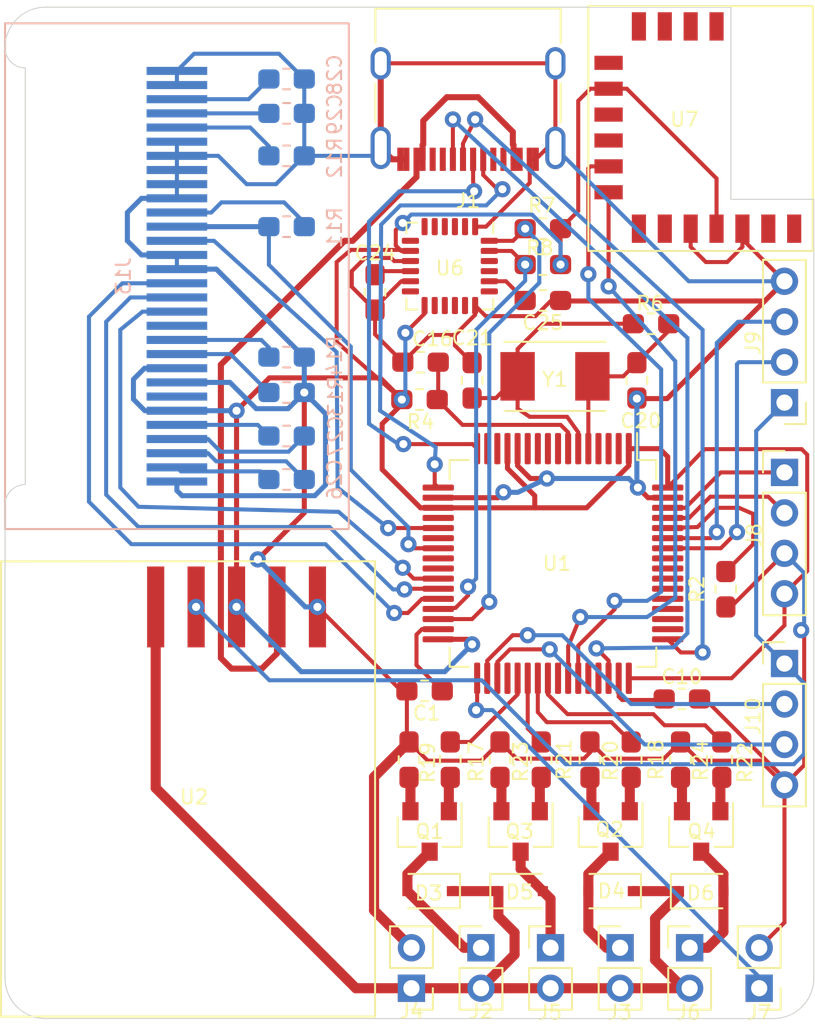
<source format=kicad_pcb>
(kicad_pcb (version 20171130) (host pcbnew "(5.1.6-0-10_14)")

  (general
    (thickness 1.6)
    (drawings 12)
    (tracks 547)
    (zones 0)
    (modules 52)
    (nets 60)
  )

  (page A4)
  (layers
    (0 F.Cu signal)
    (31 B.Cu signal)
    (32 B.Adhes user)
    (33 F.Adhes user)
    (34 B.Paste user)
    (35 F.Paste user)
    (36 B.SilkS user)
    (37 F.SilkS user)
    (38 B.Mask user)
    (39 F.Mask user)
    (40 Dwgs.User user)
    (41 Cmts.User user)
    (42 Eco1.User user)
    (43 Eco2.User user)
    (44 Edge.Cuts user)
    (45 Margin user)
    (46 B.CrtYd user)
    (47 F.CrtYd user)
    (48 B.Fab user hide)
    (49 F.Fab user hide)
  )

  (setup
    (last_trace_width 0.25)
    (user_trace_width 0.2)
    (user_trace_width 0.3)
    (user_trace_width 0.5)
    (user_trace_width 1)
    (user_trace_width 2)
    (trace_clearance 0.2)
    (zone_clearance 0.508)
    (zone_45_only no)
    (trace_min 0.2)
    (via_size 0.8)
    (via_drill 0.4)
    (via_min_size 0.4)
    (via_min_drill 0.3)
    (user_via 0.7 0.4)
    (user_via 0.8 0.5)
    (user_via 0.9 0.6)
    (user_via 1 0.7)
    (uvia_size 0.3)
    (uvia_drill 0.1)
    (uvias_allowed no)
    (uvia_min_size 0.2)
    (uvia_min_drill 0.1)
    (edge_width 0.05)
    (segment_width 0.2)
    (pcb_text_width 0.3)
    (pcb_text_size 1.5 1.5)
    (mod_edge_width 0.1)
    (mod_text_size 0.7 0.7)
    (mod_text_width 0.1)
    (pad_size 1.524 1.524)
    (pad_drill 0.762)
    (pad_to_mask_clearance 0.05)
    (aux_axis_origin 0 0)
    (visible_elements FFFFFF7F)
    (pcbplotparams
      (layerselection 0x010fc_ffffffff)
      (usegerberextensions false)
      (usegerberattributes true)
      (usegerberadvancedattributes true)
      (creategerberjobfile true)
      (excludeedgelayer true)
      (linewidth 0.100000)
      (plotframeref false)
      (viasonmask false)
      (mode 1)
      (useauxorigin false)
      (hpglpennumber 1)
      (hpglpenspeed 20)
      (hpglpendiameter 15.000000)
      (psnegative false)
      (psa4output false)
      (plotreference true)
      (plotvalue true)
      (plotinvisibletext false)
      (padsonsilk false)
      (subtractmaskfromsilk false)
      (outputformat 1)
      (mirror false)
      (drillshape 0)
      (scaleselection 1)
      (outputdirectory "./quadrotor_v1"))
  )

  (net 0 "")
  (net 1 Earth)
  (net 2 /VCAP1)
  (net 3 /+3.3V)
  (net 4 +5V)
  (net 5 VBUS)
  (net 6 /VCAP2)
  (net 7 /RESET)
  (net 8 +BATT)
  (net 9 "Net-(C20-Pad1)")
  (net 10 "Net-(C21-Pad1)")
  (net 11 "Net-(C24-Pad1)")
  (net 12 "Net-(C25-Pad1)")
  (net 13 "Net-(C26-Pad2)")
  (net 14 "Net-(C26-Pad1)")
  (net 15 "Net-(C27-Pad2)")
  (net 16 "Net-(C27-Pad1)")
  (net 17 "Net-(C28-Pad2)")
  (net 18 "Net-(C29-Pad2)")
  (net 19 "Net-(D3-Pad2)")
  (net 20 "Net-(D4-Pad2)")
  (net 21 "Net-(D5-Pad2)")
  (net 22 "Net-(D6-Pad2)")
  (net 23 /USART2_RX)
  (net 24 /USART2_TX)
  (net 25 /SWCLK)
  (net 26 /SWIO)
  (net 27 /LED1)
  (net 28 /VL53_SCL)
  (net 29 /VL53_SDA)
  (net 30 /PWM2)
  (net 31 /PWM1)
  (net 32 /PWM4)
  (net 33 /PWM3)
  (net 34 "Net-(J13-Pad26)")
  (net 35 "Net-(J13-Pad20)")
  (net 36 /OLED_MOSI)
  (net 37 /OLED_SCK)
  (net 38 /OLED_DC)
  (net 39 /OLED_RES)
  (net 40 /OLED_CS)
  (net 41 "Net-(J13-Pad11)")
  (net 42 "Net-(J13-Pad10)")
  (net 43 "Net-(Q1-Pad2)")
  (net 44 "Net-(Q1-Pad1)")
  (net 45 "Net-(Q2-Pad2)")
  (net 46 "Net-(Q2-Pad1)")
  (net 47 "Net-(Q3-Pad2)")
  (net 48 "Net-(Q3-Pad1)")
  (net 49 "Net-(Q4-Pad2)")
  (net 50 "Net-(Q4-Pad1)")
  (net 51 /BOOT0)
  (net 52 /MPU_SDA)
  (net 53 /MPU_SCL)
  (net 54 /M1)
  (net 55 /M3)
  (net 56 /M2)
  (net 57 /M4)
  (net 58 /BLE_TX)
  (net 59 /BLE_RX)

  (net_class Default "This is the default net class."
    (clearance 0.2)
    (trace_width 0.25)
    (via_dia 0.8)
    (via_drill 0.4)
    (uvia_dia 0.3)
    (uvia_drill 0.1)
    (add_net +5V)
    (add_net +BATT)
    (add_net /+3.3V)
    (add_net /BLE_RX)
    (add_net /BLE_TX)
    (add_net /BOOT0)
    (add_net /LED1)
    (add_net /M1)
    (add_net /M2)
    (add_net /M3)
    (add_net /M4)
    (add_net /MPU_SCL)
    (add_net /MPU_SDA)
    (add_net /OLED_CS)
    (add_net /OLED_DC)
    (add_net /OLED_MOSI)
    (add_net /OLED_RES)
    (add_net /OLED_SCK)
    (add_net /PWM1)
    (add_net /PWM2)
    (add_net /PWM3)
    (add_net /PWM4)
    (add_net /RESET)
    (add_net /SWCLK)
    (add_net /SWIO)
    (add_net /USART2_RX)
    (add_net /USART2_TX)
    (add_net /VCAP1)
    (add_net /VCAP2)
    (add_net /VL53_SCL)
    (add_net /VL53_SDA)
    (add_net Earth)
    (add_net "Net-(C20-Pad1)")
    (add_net "Net-(C21-Pad1)")
    (add_net "Net-(C24-Pad1)")
    (add_net "Net-(C25-Pad1)")
    (add_net "Net-(C26-Pad1)")
    (add_net "Net-(C26-Pad2)")
    (add_net "Net-(C27-Pad1)")
    (add_net "Net-(C27-Pad2)")
    (add_net "Net-(C28-Pad2)")
    (add_net "Net-(C29-Pad2)")
    (add_net "Net-(D3-Pad2)")
    (add_net "Net-(D4-Pad2)")
    (add_net "Net-(D5-Pad2)")
    (add_net "Net-(D6-Pad2)")
    (add_net "Net-(J13-Pad10)")
    (add_net "Net-(J13-Pad11)")
    (add_net "Net-(J13-Pad20)")
    (add_net "Net-(J13-Pad26)")
    (add_net "Net-(Q1-Pad1)")
    (add_net "Net-(Q1-Pad2)")
    (add_net "Net-(Q2-Pad1)")
    (add_net "Net-(Q2-Pad2)")
    (add_net "Net-(Q3-Pad1)")
    (add_net "Net-(Q3-Pad2)")
    (add_net "Net-(Q4-Pad1)")
    (add_net "Net-(Q4-Pad2)")
    (add_net VBUS)
  )

  (module Connector_FFC-FPC:FPC_1x30-0.7mm (layer B.Cu) (tedit 5FC1B75E) (tstamp 5FC2F682)
    (at 108.5 113.3 90)
    (path /5FB49F16)
    (attr smd)
    (fp_text reference J13 (at 0 -2.65 270) (layer B.SilkS)
      (effects (font (size 0.7 0.7) (thickness 0.1)) (justify mirror))
    )
    (fp_text value Conn_01x30_Male (at 0 -3.8 270) (layer B.Fab)
      (effects (font (size 1 1) (thickness 0.15)) (justify mirror))
    )
    (fp_line (start -11 1.9) (end 11 1.9) (layer B.CrtYd) (width 0.05))
    (fp_line (start -11 -1.9) (end 11 -1.9) (layer B.CrtYd) (width 0.05))
    (fp_line (start -12.5 -8.5) (end -12.5 8.5) (layer B.SilkS) (width 0.1))
    (fp_line (start 12.5 8.5) (end 12.5 -8.5) (layer B.SilkS) (width 0.1))
    (fp_line (start -11 1.9) (end -11 -1.9) (layer B.CrtYd) (width 0.05))
    (fp_line (start 11 1.9) (end 11 -1.9) (layer B.CrtYd) (width 0.05))
    (fp_line (start -12.5 -8.5) (end 12.5 -8.5) (layer B.SilkS) (width 0.1))
    (fp_line (start -12.5 8.5) (end 12.5 8.5) (layer B.SilkS) (width 0.1))
    (pad 0 smd rect (at -11.75 -1.3 90) (size 0 0) (layers B.Cu B.Paste B.Mask))
    (pad 30 smd rect (at 10.15 0 90) (size 0.4 3) (layers B.Cu B.Paste B.Mask)
      (net 1 Earth))
    (pad 29 smd rect (at 9.45 0 90) (size 0.4 3) (layers B.Cu B.Paste B.Mask)
      (net 1 Earth))
    (pad 28 smd rect (at 8.75 0 90) (size 0.4 3) (layers B.Cu B.Paste B.Mask)
      (net 17 "Net-(C28-Pad2)"))
    (pad 27 smd rect (at 8.05 0 90) (size 0.4 3) (layers B.Cu B.Paste B.Mask)
      (net 18 "Net-(C29-Pad2)"))
    (pad 26 smd rect (at 7.35 0 90) (size 0.4 3) (layers B.Cu B.Paste B.Mask)
      (net 34 "Net-(J13-Pad26)"))
    (pad 25 smd rect (at 6.65 0 90) (size 0.4 3) (layers B.Cu B.Paste B.Mask)
      (net 1 Earth))
    (pad 24 smd rect (at 5.95 0 90) (size 0.4 3) (layers B.Cu B.Paste B.Mask)
      (net 1 Earth))
    (pad 23 smd rect (at 5.25 0 90) (size 0.4 3) (layers B.Cu B.Paste B.Mask)
      (net 1 Earth))
    (pad 22 smd rect (at 4.55 0 90) (size 0.4 3) (layers B.Cu B.Paste B.Mask)
      (net 1 Earth))
    (pad 21 smd rect (at 3.85 0 90) (size 0.4 3) (layers B.Cu B.Paste B.Mask)
      (net 1 Earth))
    (pad 20 smd rect (at 3.15 0 90) (size 0.4 3) (layers B.Cu B.Paste B.Mask)
      (net 35 "Net-(J13-Pad20)"))
    (pad 19 smd rect (at 2.45 0 90) (size 0.4 3) (layers B.Cu B.Paste B.Mask)
      (net 36 /OLED_MOSI))
    (pad 18 smd rect (at 1.75 0 90) (size 0.4 3) (layers B.Cu B.Paste B.Mask)
      (net 37 /OLED_SCK))
    (pad 17 smd rect (at 1.05 0 90) (size 0.4 3) (layers B.Cu B.Paste B.Mask)
      (net 1 Earth))
    (pad 16 smd rect (at 0.35 0 90) (size 0.4 3) (layers B.Cu B.Paste B.Mask)
      (net 1 Earth))
    (pad 15 smd rect (at -0.35 0 90) (size 0.4 3) (layers B.Cu B.Paste B.Mask)
      (net 38 /OLED_DC))
    (pad 14 smd rect (at -1.05 0 90) (size 0.4 3) (layers B.Cu B.Paste B.Mask)
      (net 39 /OLED_RES))
    (pad 13 smd rect (at -1.75 0 90) (size 0.4 3) (layers B.Cu B.Paste B.Mask)
      (net 40 /OLED_CS))
    (pad 12 smd rect (at -2.45 0 90) (size 0.4 3) (layers B.Cu B.Paste B.Mask))
    (pad 11 smd rect (at -3.15 0 90) (size 0.4 3) (layers B.Cu B.Paste B.Mask)
      (net 41 "Net-(J13-Pad11)"))
    (pad 10 smd rect (at -3.85 0 90) (size 0.4 3) (layers B.Cu B.Paste B.Mask)
      (net 42 "Net-(J13-Pad10)"))
    (pad 9 smd rect (at -4.55 0 90) (size 0.4 3) (layers B.Cu B.Paste B.Mask)
      (net 3 /+3.3V))
    (pad 8 smd rect (at -5.25 0 90) (size 0.4 3) (layers B.Cu B.Paste B.Mask)
      (net 1 Earth))
    (pad 7 smd rect (at -5.95 0 90) (size 0.4 3) (layers B.Cu B.Paste B.Mask))
    (pad 6 smd rect (at -6.65 0 90) (size 0.4 3) (layers B.Cu B.Paste B.Mask)
      (net 3 /+3.3V))
    (pad 5 smd rect (at -7.35 0 90) (size 0.4 3) (layers B.Cu B.Paste B.Mask)
      (net 16 "Net-(C27-Pad1)"))
    (pad 4 smd rect (at -8.05 0 90) (size 0.4 3) (layers B.Cu B.Paste B.Mask)
      (net 15 "Net-(C27-Pad2)"))
    (pad 3 smd rect (at -8.75 0 90) (size 0.4 3) (layers B.Cu B.Paste B.Mask)
      (net 14 "Net-(C26-Pad1)"))
    (pad 2 smd rect (at -9.45 0 90) (size 0.4 3) (layers B.Cu B.Paste B.Mask)
      (net 13 "Net-(C26-Pad2)"))
    (pad 1 smd rect (at -10.15 0 90) (size 0.4 3) (layers B.Cu B.Paste B.Mask)
      (net 1 Earth))
  )

  (module Connector_PinHeader_2.00mm:PinHeader_1x02_P2.00mm_Vertical (layer F.Cu) (tedit 59FED667) (tstamp 5FC261C4)
    (at 120.1 148.5 180)
    (descr "Through hole straight pin header, 1x02, 2.00mm pitch, single row")
    (tags "Through hole pin header THT 1x02 2.00mm single row")
    (path /6033D20A)
    (fp_text reference J4 (at 0 -1.15) (layer F.SilkS)
      (effects (font (size 0.7 0.7) (thickness 0.1)))
    )
    (fp_text value Conn_01x02_Male (at 0 4.06) (layer F.Fab)
      (effects (font (size 1 1) (thickness 0.15)))
    )
    (fp_line (start 1.5 -1.5) (end -1.5 -1.5) (layer F.CrtYd) (width 0.05))
    (fp_line (start 1.5 3.5) (end 1.5 -1.5) (layer F.CrtYd) (width 0.05))
    (fp_line (start -1.5 3.5) (end 1.5 3.5) (layer F.CrtYd) (width 0.05))
    (fp_line (start -1.5 -1.5) (end -1.5 3.5) (layer F.CrtYd) (width 0.05))
    (fp_line (start -1.06 -1.06) (end 0 -1.06) (layer F.SilkS) (width 0.1))
    (fp_line (start -1.06 0) (end -1.06 -1.06) (layer F.SilkS) (width 0.1))
    (fp_line (start -1.06 1) (end 1.06 1) (layer F.SilkS) (width 0.1))
    (fp_line (start 1.06 1) (end 1.06 3.06) (layer F.SilkS) (width 0.1))
    (fp_line (start -1.06 1) (end -1.06 3.06) (layer F.SilkS) (width 0.1))
    (fp_line (start -1.06 3.06) (end 1.06 3.06) (layer F.SilkS) (width 0.1))
    (fp_line (start -1 -0.5) (end -0.5 -1) (layer F.Fab) (width 0.1))
    (fp_line (start -1 3) (end -1 -0.5) (layer F.Fab) (width 0.1))
    (fp_line (start 1 3) (end -1 3) (layer F.Fab) (width 0.1))
    (fp_line (start 1 -1) (end 1 3) (layer F.Fab) (width 0.1))
    (fp_line (start -0.5 -1) (end 1 -1) (layer F.Fab) (width 0.1))
    (fp_text user %R (at 0 1 90) (layer F.Fab)
      (effects (font (size 1 1) (thickness 0.15)))
    )
    (pad 2 thru_hole oval (at 0 2 180) (size 1.35 1.35) (drill 0.8) (layers *.Cu *.Mask)
      (net 1 Earth))
    (pad 1 thru_hole rect (at 0 0 180) (size 1.35 1.35) (drill 0.8) (layers *.Cu *.Mask)
      (net 8 +BATT))
    (model ${KISYS3DMOD}/Connector_PinHeader_2.00mm.3dshapes/PinHeader_1x02_P2.00mm_Vertical.wrl
      (at (xyz 0 0 0))
      (scale (xyz 1 1 1))
      (rotate (xyz 0 0 0))
    )
  )

  (module Connector:Zeeuss_Throne (layer F.Cu) (tedit 5FC15328) (tstamp 5FC3B2CD)
    (at 118.05 127.65 90)
    (path /60274488)
    (attr smd)
    (fp_text reference U2 (at -11.4 -8.7) (layer F.SilkS)
      (effects (font (size 0.7 0.7) (thickness 0.1)))
    )
    (fp_text value Zeeuss-Throne (at -0.6 1.04 270) (layer F.Fab)
      (effects (font (size 1 1) (thickness 0.15)))
    )
    (fp_line (start 0.25 0.25) (end -22.25 0.25) (layer F.SilkS) (width 0.1))
    (fp_line (start -22.25 -18.25) (end -22.25 0.25) (layer F.SilkS) (width 0.1))
    (fp_line (start -22.25 -18.25) (end 0.25 -18.25) (layer F.SilkS) (width 0.1))
    (fp_line (start 0.25 -18.25) (end 0.26 0.25) (layer F.SilkS) (width 0.1))
    (fp_line (start -22 0) (end -22 -18) (layer F.CrtYd) (width 0.05))
    (fp_line (start -22 -18) (end 0 -18) (layer F.CrtYd) (width 0.05))
    (fp_line (start 0 -18) (end 0 0) (layer F.CrtYd) (width 0.05))
    (fp_line (start 0 0) (end -22 0) (layer F.CrtYd) (width 0.05))
    (pad 5 smd rect (at -2 -10.6 180) (size 0.85 4) (layers F.Cu F.Paste F.Mask)
      (net 8 +BATT))
    (pad 4 smd rect (at -2 -8.6 180) (size 0.85 4) (layers F.Cu F.Paste F.Mask)
      (net 4 +5V))
    (pad 3 smd rect (at -2 -6.6 180) (size 0.85 4) (layers F.Cu F.Paste F.Mask)
      (net 3 /+3.3V))
    (pad 2 smd rect (at -2 -4.6 180) (size 0.85 4) (layers F.Cu F.Paste F.Mask)
      (net 5 VBUS))
    (pad 1 smd rect (at -2 -2.6 180) (size 0.85 4) (layers F.Cu F.Paste F.Mask)
      (net 1 Earth))
  )

  (module Crystal:Crystal_SMD_TXC_7A-2Pin_5x3.2mm (layer F.Cu) (tedit 5B7C2945) (tstamp 5FC1F5D8)
    (at 127.2 118.25 180)
    (descr "SMD Crystal TXC 7A http://txccrystal.com/images/pdf/7a.pdf")
    (tags "SMD SMT crystal")
    (path /5EDFFD38)
    (attr smd)
    (fp_text reference Y1 (at 0 -0.15) (layer F.SilkS)
      (effects (font (size 0.7 0.7) (thickness 0.1)))
    )
    (fp_text value 8MHz (at 0 2.7) (layer F.Fab)
      (effects (font (size 1 1) (thickness 0.15)))
    )
    (fp_line (start -2.95 -1.85) (end 2.95 -1.85) (layer F.CrtYd) (width 0.05))
    (fp_line (start -2.95 -1.85) (end -2.95 1.85) (layer F.CrtYd) (width 0.05))
    (fp_line (start 2.95 -1.85) (end 2.95 1.85) (layer F.CrtYd) (width 0.05))
    (fp_line (start 2.95 1.85) (end -2.95 1.85) (layer F.CrtYd) (width 0.05))
    (fp_line (start -2.5 -1.71) (end 2.5 -1.71) (layer F.SilkS) (width 0.1))
    (fp_line (start -2.5 1.71) (end 2.5 1.71) (layer F.SilkS) (width 0.1))
    (fp_line (start -2.5 -1.6) (end 2.5 -1.6) (layer F.Fab) (width 0.1))
    (fp_line (start 2.5 -1.6) (end 2.5 1.6) (layer F.Fab) (width 0.1))
    (fp_line (start -2.5 1.6) (end 2.5 1.6) (layer F.Fab) (width 0.1))
    (fp_line (start -2.5 -1.6) (end -2.5 1.6) (layer F.Fab) (width 0.1))
    (fp_text user %R (at 0 -2.5) (layer F.Fab)
      (effects (font (size 1 1) (thickness 0.15)))
    )
    (pad 2 smd rect (at 1.85 0 180) (size 1.7 2.4) (layers F.Cu F.Paste F.Mask)
      (net 10 "Net-(C21-Pad1)"))
    (pad 1 smd rect (at -1.85 0 180) (size 1.7 2.4) (layers F.Cu F.Paste F.Mask)
      (net 9 "Net-(C20-Pad1)"))
    (model ${KISYS3DMOD}/Crystal.3dshapes/Crystal_SMD_TXC_7A-2Pin_5x3.2mm.wrl
      (at (xyz 0 0 0))
      (scale (xyz 1 1 1))
      (rotate (xyz 0 0 0))
    )
  )

  (module RF:WH-BLE103 (layer F.Cu) (tedit 5F469B4E) (tstamp 5FC1F5C7)
    (at 124.85 109.95 270)
    (descr "Single 2.4 GHz Wi-Fi and Bluetooth combo chip https://www.espressif.com/sites/default/files/documentation/esp32-wroom-32_datasheet_en.pdf")
    (tags "Single 2.4 GHz Wi-Fi and Bluetooth combo  chip")
    (path /5F4A89AC)
    (attr smd)
    (fp_text reference U7 (at -4.4 -8.75) (layer F.SilkS)
      (effects (font (size 0.7 0.7) (thickness 0.1)))
    )
    (fp_text value WH-BLE103 (at -3.44 -2.32 90) (layer F.Fab)
      (effects (font (size 1 1) (thickness 0.15)))
    )
    (fp_line (start -0.9 -12.33) (end -2.22 -11) (layer Dwgs.User) (width 0.12))
    (fp_line (start -3.63 -11.04) (end -0.94 -13.73) (layer Dwgs.User) (width 0.12))
    (fp_line (start -5.51 -11.04) (end -1.08 -14.97) (layer Dwgs.User) (width 0.12))
    (fp_line (start -6.97 -15) (end -8.96 -13.44) (layer Dwgs.User) (width 0.12))
    (fp_line (start -9.01 -12.08) (end -5.34 -15) (layer Dwgs.User) (width 0.12))
    (fp_line (start 2.1 -4) (end -10 -4) (layer F.SilkS) (width 0.1))
    (fp_line (start -10 -15.1) (end -10 -4) (layer F.SilkS) (width 0.1))
    (fp_line (start 2.1 -15.1) (end 2.1 -4) (layer F.SilkS) (width 0.1))
    (fp_line (start -10 -15.1) (end 2.1 -15.1) (layer F.SilkS) (width 0.1))
    (fp_line (start -7.39 -11.01) (end -2.47 -15) (layer Dwgs.User) (width 0.1))
    (fp_line (start -3.9 -15) (end -8.93 -11.01) (layer Dwgs.User) (width 0.1))
    (fp_line (start -0.9 -15) (end -9 -15) (layer Dwgs.User) (width 0.1))
    (fp_line (start -0.9 -11) (end -0.9 -15) (layer Dwgs.User) (width 0.1))
    (fp_line (start -0.9 -11) (end -9 -11) (layer Dwgs.User) (width 0.1))
    (fp_line (start -9 -15) (end 1 -15) (layer F.Fab) (width 0.1))
    (fp_line (start -9 -15) (end -9 -5) (layer F.Fab) (width 0.1))
    (fp_line (start -9 -5) (end 1 -5) (layer F.Fab) (width 0.1))
    (fp_line (start 1 -5) (end 1 -15) (layer F.Fab) (width 0.1))
    (fp_line (start -9 -11) (end -9 -15) (layer Dwgs.User) (width 0.1))
    (fp_text user Antenna (at -4.71 -13.4 90) (layer Cmts.User)
      (effects (font (size 1 1) (thickness 0.15)))
    )
    (fp_text user %R (at -3.57 -3.84 90) (layer F.Fab)
      (effects (font (size 1 1) (thickness 0.15)))
    )
    (pad 4 smd rect (at -9 -6.5 270) (size 1.4 0.7) (layers F.Cu F.Paste F.Mask))
    (pad 3 smd rect (at -9 -7.78 270) (size 1.4 0.7) (layers F.Cu F.Paste F.Mask))
    (pad 2 smd rect (at -9 -9.06 270) (size 1.4 0.7) (layers F.Cu F.Paste F.Mask))
    (pad 10 smd rect (at -0.8 -5) (size 1.4 0.7) (layers F.Cu F.Paste F.Mask)
      (net 59 /BLE_RX))
    (pad 9 smd rect (at -2.08 -5) (size 1.4 0.7) (layers F.Cu F.Paste F.Mask)
      (net 58 /BLE_TX))
    (pad 8 smd rect (at -3.36 -5) (size 1.4 0.7) (layers F.Cu F.Paste F.Mask))
    (pad 7 smd rect (at -4.64 -5) (size 1.4 0.7) (layers F.Cu F.Paste F.Mask))
    (pad 6 smd rect (at -5.92 -5) (size 1.4 0.7) (layers F.Cu F.Paste F.Mask)
      (net 3 /+3.3V))
    (pad 11 smd rect (at 1 -6.5 270) (size 1.4 0.7) (layers F.Cu F.Paste F.Mask))
    (pad 12 smd rect (at 1 -7.78 270) (size 1.4 0.7) (layers F.Cu F.Paste F.Mask))
    (pad 13 smd rect (at 1 -9.06 270) (size 1.4 0.7) (layers F.Cu F.Paste F.Mask)
      (net 1 Earth))
    (pad 14 smd rect (at 1 -10.34 270) (size 1.4 0.7) (layers F.Cu F.Paste F.Mask)
      (net 3 /+3.3V))
    (pad 15 smd rect (at 1 -11.62 270) (size 1.4 0.7) (layers F.Cu F.Paste F.Mask)
      (net 1 Earth))
    (pad 16 smd rect (at 1 -12.9 270) (size 1.4 0.7) (layers F.Cu F.Paste F.Mask))
    (pad 5 smd rect (at -7.2 -5) (size 1.4 0.7) (layers F.Cu F.Paste F.Mask))
    (pad 1 smd rect (at -9 -10.34 270) (size 1.4 0.7) (layers F.Cu F.Paste F.Mask))
    (pad 17 smd rect (at 1 -14.18 270) (size 1.4 0.7) (layers F.Cu F.Paste F.Mask))
  )

  (module Sensor_Motion:InvenSense_QFN-24_4x4mm_P0.5mm (layer F.Cu) (tedit 5B5A6D8E) (tstamp 5FC30C92)
    (at 122 112.8 270)
    (descr "24-Lead Plastic QFN (4mm x 4mm); Pitch 0.5mm; EP 2.7x2.6mm; for InvenSense motion sensors; keepout area marked (Package see: https://store.invensense.com/datasheets/invensense/MPU-6050_DataSheet_V3%204.pdf; See also https://www.invensense.com/wp-content/uploads/2015/02/InvenSense-MEMS-Handling.pdf)")
    (tags "QFN 0.5")
    (path /5F4E38A2)
    (attr smd)
    (fp_text reference U6 (at 0.1 0 180) (layer F.SilkS)
      (effects (font (size 0.7 0.7) (thickness 0.1)))
    )
    (fp_text value MPU-6050 (at 0 3.375 90) (layer F.Fab)
      (effects (font (size 1 1) (thickness 0.15)))
    )
    (fp_line (start -1 -2) (end 2 -2) (layer F.Fab) (width 0.15))
    (fp_line (start 2 -2) (end 2 2) (layer F.Fab) (width 0.15))
    (fp_line (start 2 2) (end -2 2) (layer F.Fab) (width 0.15))
    (fp_line (start -2 2) (end -2 -1) (layer F.Fab) (width 0.15))
    (fp_line (start -2 -1) (end -1 -2) (layer F.Fab) (width 0.15))
    (fp_line (start -2.65 -2.65) (end -2.65 2.65) (layer F.CrtYd) (width 0.05))
    (fp_line (start 2.65 -2.65) (end 2.65 2.65) (layer F.CrtYd) (width 0.05))
    (fp_line (start -2.65 -2.65) (end 2.65 -2.65) (layer F.CrtYd) (width 0.05))
    (fp_line (start -2.65 2.65) (end 2.65 2.65) (layer F.CrtYd) (width 0.05))
    (fp_line (start 2.15 -2.15) (end 2.15 -1.625) (layer F.SilkS) (width 0.1))
    (fp_line (start -2.15 2.15) (end -2.15 1.625) (layer F.SilkS) (width 0.1))
    (fp_line (start 2.15 2.15) (end 2.15 1.625) (layer F.SilkS) (width 0.1))
    (fp_line (start -2.15 -2.15) (end -1.625 -2.15) (layer F.SilkS) (width 0.1))
    (fp_line (start -2.15 2.15) (end -1.625 2.15) (layer F.SilkS) (width 0.1))
    (fp_line (start 2.15 2.15) (end 1.625 2.15) (layer F.SilkS) (width 0.1))
    (fp_line (start 2.15 -2.15) (end 1.625 -2.15) (layer F.SilkS) (width 0.1))
    (fp_line (start 1.375 1.325) (end 1.375 -1.325) (layer Dwgs.User) (width 0.05))
    (fp_line (start -1.375 1.325) (end -1.375 -1.325) (layer Dwgs.User) (width 0.05))
    (fp_line (start 1.375 -1.325) (end -1.375 -1.325) (layer Dwgs.User) (width 0.05))
    (fp_line (start 1.375 1.325) (end -1.375 1.325) (layer Dwgs.User) (width 0.05))
    (fp_line (start 1.375 0.825) (end 0.875 1.325) (layer Dwgs.User) (width 0.05))
    (fp_line (start 1.375 0.325) (end 0.375 1.325) (layer Dwgs.User) (width 0.05))
    (fp_line (start 1.375 -0.175) (end -0.125 1.325) (layer Dwgs.User) (width 0.05))
    (fp_line (start 1.375 -0.675) (end -0.625 1.325) (layer Dwgs.User) (width 0.05))
    (fp_line (start 1.375 -1.175) (end -1.125 1.325) (layer Dwgs.User) (width 0.05))
    (fp_line (start 1.025 -1.325) (end -1.375 1.075) (layer Dwgs.User) (width 0.05))
    (fp_line (start 0.525 -1.325) (end -1.375 0.575) (layer Dwgs.User) (width 0.05))
    (fp_line (start 0.025 -1.325) (end -1.375 0.075) (layer Dwgs.User) (width 0.05))
    (fp_line (start -0.475 -1.325) (end -1.375 -0.425) (layer Dwgs.User) (width 0.05))
    (fp_line (start -0.975 -1.325) (end -1.375 -0.925) (layer Dwgs.User) (width 0.05))
    (fp_text user Component (at 0 0.55 90) (layer Cmts.User)
      (effects (font (size 0.2 0.2) (thickness 0.04)))
    )
    (fp_text user "Directly Below" (at 0 0.25 90) (layer Cmts.User)
      (effects (font (size 0.2 0.2) (thickness 0.04)))
    )
    (fp_text user "No Copper" (at 0 -0.1 90) (layer Cmts.User)
      (effects (font (size 0.2 0.2) (thickness 0.04)))
    )
    (fp_text user KEEPOUT (at 0 -0.5 90) (layer Cmts.User)
      (effects (font (size 0.2 0.2) (thickness 0.04)))
    )
    (fp_text user %R (at 0 0 90) (layer F.Fab)
      (effects (font (size 1 1) (thickness 0.15)))
    )
    (pad 24 smd roundrect (at -1.25 -1.95) (size 0.85 0.3) (layers F.Cu F.Paste F.Mask) (roundrect_rratio 0.25)
      (net 52 /MPU_SDA))
    (pad 23 smd roundrect (at -0.75 -1.95) (size 0.85 0.3) (layers F.Cu F.Paste F.Mask) (roundrect_rratio 0.25)
      (net 53 /MPU_SCL))
    (pad 22 smd roundrect (at -0.25 -1.95) (size 0.85 0.3) (layers F.Cu F.Paste F.Mask) (roundrect_rratio 0.25))
    (pad 21 smd roundrect (at 0.25 -1.95) (size 0.85 0.3) (layers F.Cu F.Paste F.Mask) (roundrect_rratio 0.25))
    (pad 20 smd roundrect (at 0.75 -1.95) (size 0.85 0.3) (layers F.Cu F.Paste F.Mask) (roundrect_rratio 0.25)
      (net 12 "Net-(C25-Pad1)"))
    (pad 19 smd roundrect (at 1.25 -1.95) (size 0.85 0.3) (layers F.Cu F.Paste F.Mask) (roundrect_rratio 0.25))
    (pad 18 smd roundrect (at 1.95 -1.25 270) (size 0.85 0.3) (layers F.Cu F.Paste F.Mask) (roundrect_rratio 0.25)
      (net 1 Earth))
    (pad 17 smd roundrect (at 1.95 -0.75 270) (size 0.85 0.3) (layers F.Cu F.Paste F.Mask) (roundrect_rratio 0.25))
    (pad 16 smd roundrect (at 1.95 -0.25 270) (size 0.85 0.3) (layers F.Cu F.Paste F.Mask) (roundrect_rratio 0.25))
    (pad 15 smd roundrect (at 1.95 0.25 270) (size 0.85 0.3) (layers F.Cu F.Paste F.Mask) (roundrect_rratio 0.25))
    (pad 14 smd roundrect (at 1.95 0.75 270) (size 0.85 0.3) (layers F.Cu F.Paste F.Mask) (roundrect_rratio 0.25))
    (pad 13 smd roundrect (at 1.95 1.25 270) (size 0.85 0.3) (layers F.Cu F.Paste F.Mask) (roundrect_rratio 0.25)
      (net 3 /+3.3V))
    (pad 12 smd roundrect (at 1.25 1.95) (size 0.85 0.3) (layers F.Cu F.Paste F.Mask) (roundrect_rratio 0.25))
    (pad 11 smd roundrect (at 0.75 1.95) (size 0.85 0.3) (layers F.Cu F.Paste F.Mask) (roundrect_rratio 0.25)
      (net 1 Earth))
    (pad 10 smd roundrect (at 0.25 1.95) (size 0.85 0.3) (layers F.Cu F.Paste F.Mask) (roundrect_rratio 0.25)
      (net 11 "Net-(C24-Pad1)"))
    (pad 9 smd roundrect (at -0.25 1.95) (size 0.85 0.3) (layers F.Cu F.Paste F.Mask) (roundrect_rratio 0.25)
      (net 1 Earth))
    (pad 8 smd roundrect (at -0.75 1.95) (size 0.85 0.3) (layers F.Cu F.Paste F.Mask) (roundrect_rratio 0.25)
      (net 3 /+3.3V))
    (pad 7 smd roundrect (at -1.25 1.95) (size 0.85 0.3) (layers F.Cu F.Paste F.Mask) (roundrect_rratio 0.25))
    (pad 6 smd roundrect (at -1.95 1.25 270) (size 0.85 0.3) (layers F.Cu F.Paste F.Mask) (roundrect_rratio 0.25))
    (pad 5 smd roundrect (at -1.95 0.75 270) (size 0.85 0.3) (layers F.Cu F.Paste F.Mask) (roundrect_rratio 0.25))
    (pad 4 smd roundrect (at -1.95 0.25 270) (size 0.85 0.3) (layers F.Cu F.Paste F.Mask) (roundrect_rratio 0.25))
    (pad 3 smd roundrect (at -1.95 -0.25 270) (size 0.85 0.3) (layers F.Cu F.Paste F.Mask) (roundrect_rratio 0.25))
    (pad 2 smd roundrect (at -1.95 -0.75 270) (size 0.85 0.3) (layers F.Cu F.Paste F.Mask) (roundrect_rratio 0.25))
    (pad 1 smd roundrect (at -1.95 -1.25 270) (size 0.85 0.3) (layers F.Cu F.Paste F.Mask) (roundrect_rratio 0.25)
      (net 1 Earth))
    (model ${KISYS3DMOD}/Package_DFN_QFN.3dshapes/QFN-24-1EP_4x4mm_P0.5mm_EP2.7x2.6mm.wrl
      (at (xyz 0 0 0))
      (scale (xyz 1 1 1))
      (rotate (xyz 0 0 0))
    )
  )

  (module Package_QFP:LQFP-64_10x10mm_P0.5mm (layer F.Cu) (tedit 5D9F72AF) (tstamp 5FC24267)
    (at 127.1 127.5 270)
    (descr "LQFP, 64 Pin (https://www.analog.com/media/en/technical-documentation/data-sheets/ad7606_7606-6_7606-4.pdf), generated with kicad-footprint-generator ipc_gullwing_generator.py")
    (tags "LQFP QFP")
    (path /5FC12E94)
    (attr smd)
    (fp_text reference U1 (at 0 -0.2 180) (layer F.SilkS)
      (effects (font (size 0.7 0.7) (thickness 0.1)))
    )
    (fp_text value STM32F405RGTx (at 0 7.4 90) (layer F.Fab)
      (effects (font (size 1 1) (thickness 0.15)))
    )
    (fp_line (start 4.16 5.11) (end 5.11 5.11) (layer F.SilkS) (width 0.1))
    (fp_line (start 5.11 5.11) (end 5.11 4.16) (layer F.SilkS) (width 0.1))
    (fp_line (start -4.16 5.11) (end -5.11 5.11) (layer F.SilkS) (width 0.1))
    (fp_line (start -5.11 5.11) (end -5.11 4.16) (layer F.SilkS) (width 0.1))
    (fp_line (start 4.16 -5.11) (end 5.11 -5.11) (layer F.SilkS) (width 0.1))
    (fp_line (start 5.11 -5.11) (end 5.11 -4.16) (layer F.SilkS) (width 0.1))
    (fp_line (start -4.16 -5.11) (end -5.11 -5.11) (layer F.SilkS) (width 0.1))
    (fp_line (start -5.11 -5.11) (end -5.11 -4.16) (layer F.SilkS) (width 0.1))
    (fp_line (start -5.11 -4.16) (end -6.45 -4.16) (layer F.SilkS) (width 0.1))
    (fp_line (start -4 -5) (end 5 -5) (layer F.Fab) (width 0.1))
    (fp_line (start 5 -5) (end 5 5) (layer F.Fab) (width 0.1))
    (fp_line (start 5 5) (end -5 5) (layer F.Fab) (width 0.1))
    (fp_line (start -5 5) (end -5 -4) (layer F.Fab) (width 0.1))
    (fp_line (start -5 -4) (end -4 -5) (layer F.Fab) (width 0.1))
    (fp_line (start 0 -6.7) (end -4.15 -6.7) (layer F.CrtYd) (width 0.05))
    (fp_line (start -4.15 -6.7) (end -4.15 -5.25) (layer F.CrtYd) (width 0.05))
    (fp_line (start -4.15 -5.25) (end -5.25 -5.25) (layer F.CrtYd) (width 0.05))
    (fp_line (start -5.25 -5.25) (end -5.25 -4.15) (layer F.CrtYd) (width 0.05))
    (fp_line (start -5.25 -4.15) (end -6.7 -4.15) (layer F.CrtYd) (width 0.05))
    (fp_line (start -6.7 -4.15) (end -6.7 0) (layer F.CrtYd) (width 0.05))
    (fp_line (start 0 -6.7) (end 4.15 -6.7) (layer F.CrtYd) (width 0.05))
    (fp_line (start 4.15 -6.7) (end 4.15 -5.25) (layer F.CrtYd) (width 0.05))
    (fp_line (start 4.15 -5.25) (end 5.25 -5.25) (layer F.CrtYd) (width 0.05))
    (fp_line (start 5.25 -5.25) (end 5.25 -4.15) (layer F.CrtYd) (width 0.05))
    (fp_line (start 5.25 -4.15) (end 6.7 -4.15) (layer F.CrtYd) (width 0.05))
    (fp_line (start 6.7 -4.15) (end 6.7 0) (layer F.CrtYd) (width 0.05))
    (fp_line (start 0 6.7) (end -4.15 6.7) (layer F.CrtYd) (width 0.05))
    (fp_line (start -4.15 6.7) (end -4.15 5.25) (layer F.CrtYd) (width 0.05))
    (fp_line (start -4.15 5.25) (end -5.25 5.25) (layer F.CrtYd) (width 0.05))
    (fp_line (start -5.25 5.25) (end -5.25 4.15) (layer F.CrtYd) (width 0.05))
    (fp_line (start -5.25 4.15) (end -6.7 4.15) (layer F.CrtYd) (width 0.05))
    (fp_line (start -6.7 4.15) (end -6.7 0) (layer F.CrtYd) (width 0.05))
    (fp_line (start 0 6.7) (end 4.15 6.7) (layer F.CrtYd) (width 0.05))
    (fp_line (start 4.15 6.7) (end 4.15 5.25) (layer F.CrtYd) (width 0.05))
    (fp_line (start 4.15 5.25) (end 5.25 5.25) (layer F.CrtYd) (width 0.05))
    (fp_line (start 5.25 5.25) (end 5.25 4.15) (layer F.CrtYd) (width 0.05))
    (fp_line (start 5.25 4.15) (end 6.7 4.15) (layer F.CrtYd) (width 0.05))
    (fp_line (start 6.7 4.15) (end 6.7 0) (layer F.CrtYd) (width 0.05))
    (fp_text user %R (at 0 0 90) (layer F.Fab)
      (effects (font (size 1 1) (thickness 0.15)))
    )
    (pad 64 smd roundrect (at -3.75 -5.675 270) (size 0.3 1.55) (layers F.Cu F.Paste F.Mask) (roundrect_rratio 0.25)
      (net 3 /+3.3V))
    (pad 63 smd roundrect (at -3.25 -5.675 270) (size 0.3 1.55) (layers F.Cu F.Paste F.Mask) (roundrect_rratio 0.25)
      (net 1 Earth))
    (pad 62 smd roundrect (at -2.75 -5.675 270) (size 0.3 1.55) (layers F.Cu F.Paste F.Mask) (roundrect_rratio 0.25)
      (net 29 /VL53_SDA))
    (pad 61 smd roundrect (at -2.25 -5.675 270) (size 0.3 1.55) (layers F.Cu F.Paste F.Mask) (roundrect_rratio 0.25)
      (net 28 /VL53_SCL))
    (pad 60 smd roundrect (at -1.75 -5.675 270) (size 0.3 1.55) (layers F.Cu F.Paste F.Mask) (roundrect_rratio 0.25)
      (net 51 /BOOT0))
    (pad 59 smd roundrect (at -1.25 -5.675 270) (size 0.3 1.55) (layers F.Cu F.Paste F.Mask) (roundrect_rratio 0.25)
      (net 30 /PWM2))
    (pad 58 smd roundrect (at -0.75 -5.675 270) (size 0.3 1.55) (layers F.Cu F.Paste F.Mask) (roundrect_rratio 0.25)
      (net 31 /PWM1))
    (pad 57 smd roundrect (at -0.25 -5.675 270) (size 0.3 1.55) (layers F.Cu F.Paste F.Mask) (roundrect_rratio 0.25))
    (pad 56 smd roundrect (at 0.25 -5.675 270) (size 0.3 1.55) (layers F.Cu F.Paste F.Mask) (roundrect_rratio 0.25))
    (pad 55 smd roundrect (at 0.75 -5.675 270) (size 0.3 1.55) (layers F.Cu F.Paste F.Mask) (roundrect_rratio 0.25))
    (pad 54 smd roundrect (at 1.25 -5.675 270) (size 0.3 1.55) (layers F.Cu F.Paste F.Mask) (roundrect_rratio 0.25))
    (pad 53 smd roundrect (at 1.75 -5.675 270) (size 0.3 1.55) (layers F.Cu F.Paste F.Mask) (roundrect_rratio 0.25))
    (pad 52 smd roundrect (at 2.25 -5.675 270) (size 0.3 1.55) (layers F.Cu F.Paste F.Mask) (roundrect_rratio 0.25))
    (pad 51 smd roundrect (at 2.75 -5.675 270) (size 0.3 1.55) (layers F.Cu F.Paste F.Mask) (roundrect_rratio 0.25))
    (pad 50 smd roundrect (at 3.25 -5.675 270) (size 0.3 1.55) (layers F.Cu F.Paste F.Mask) (roundrect_rratio 0.25))
    (pad 49 smd roundrect (at 3.75 -5.675 270) (size 0.3 1.55) (layers F.Cu F.Paste F.Mask) (roundrect_rratio 0.25)
      (net 25 /SWCLK))
    (pad 48 smd roundrect (at 5.675 -3.75 270) (size 1.55 0.3) (layers F.Cu F.Paste F.Mask) (roundrect_rratio 0.25)
      (net 3 /+3.3V))
    (pad 47 smd roundrect (at 5.675 -3.25 270) (size 1.55 0.3) (layers F.Cu F.Paste F.Mask) (roundrect_rratio 0.25)
      (net 6 /VCAP2))
    (pad 46 smd roundrect (at 5.675 -2.75 270) (size 1.55 0.3) (layers F.Cu F.Paste F.Mask) (roundrect_rratio 0.25)
      (net 26 /SWIO))
    (pad 45 smd roundrect (at 5.675 -2.25 270) (size 1.55 0.3) (layers F.Cu F.Paste F.Mask) (roundrect_rratio 0.25))
    (pad 44 smd roundrect (at 5.675 -1.75 270) (size 1.55 0.3) (layers F.Cu F.Paste F.Mask) (roundrect_rratio 0.25))
    (pad 43 smd roundrect (at 5.675 -1.25 270) (size 1.55 0.3) (layers F.Cu F.Paste F.Mask) (roundrect_rratio 0.25)
      (net 58 /BLE_TX))
    (pad 42 smd roundrect (at 5.675 -0.75 270) (size 1.55 0.3) (layers F.Cu F.Paste F.Mask) (roundrect_rratio 0.25)
      (net 59 /BLE_RX))
    (pad 41 smd roundrect (at 5.675 -0.25 270) (size 1.55 0.3) (layers F.Cu F.Paste F.Mask) (roundrect_rratio 0.25))
    (pad 40 smd roundrect (at 5.675 0.25 270) (size 1.55 0.3) (layers F.Cu F.Paste F.Mask) (roundrect_rratio 0.25)
      (net 57 /M4))
    (pad 39 smd roundrect (at 5.675 0.75 270) (size 1.55 0.3) (layers F.Cu F.Paste F.Mask) (roundrect_rratio 0.25)
      (net 55 /M3))
    (pad 38 smd roundrect (at 5.675 1.25 270) (size 1.55 0.3) (layers F.Cu F.Paste F.Mask) (roundrect_rratio 0.25)
      (net 56 /M2))
    (pad 37 smd roundrect (at 5.675 1.75 270) (size 1.55 0.3) (layers F.Cu F.Paste F.Mask) (roundrect_rratio 0.25)
      (net 54 /M1))
    (pad 36 smd roundrect (at 5.675 2.25 270) (size 1.55 0.3) (layers F.Cu F.Paste F.Mask) (roundrect_rratio 0.25))
    (pad 35 smd roundrect (at 5.675 2.75 270) (size 1.55 0.3) (layers F.Cu F.Paste F.Mask) (roundrect_rratio 0.25)
      (net 32 /PWM4))
    (pad 34 smd roundrect (at 5.675 3.25 270) (size 1.55 0.3) (layers F.Cu F.Paste F.Mask) (roundrect_rratio 0.25)
      (net 33 /PWM3))
    (pad 33 smd roundrect (at 5.675 3.75 270) (size 1.55 0.3) (layers F.Cu F.Paste F.Mask) (roundrect_rratio 0.25)
      (net 27 /LED1))
    (pad 32 smd roundrect (at 3.75 5.675 270) (size 0.3 1.55) (layers F.Cu F.Paste F.Mask) (roundrect_rratio 0.25)
      (net 3 /+3.3V))
    (pad 31 smd roundrect (at 3.25 5.675 270) (size 0.3 1.55) (layers F.Cu F.Paste F.Mask) (roundrect_rratio 0.25)
      (net 2 /VCAP1))
    (pad 30 smd roundrect (at 2.75 5.675 270) (size 0.3 1.55) (layers F.Cu F.Paste F.Mask) (roundrect_rratio 0.25)
      (net 52 /MPU_SDA))
    (pad 29 smd roundrect (at 2.25 5.675 270) (size 0.3 1.55) (layers F.Cu F.Paste F.Mask) (roundrect_rratio 0.25)
      (net 53 /MPU_SCL))
    (pad 28 smd roundrect (at 1.75 5.675 270) (size 0.3 1.55) (layers F.Cu F.Paste F.Mask) (roundrect_rratio 0.25)
      (net 38 /OLED_DC))
    (pad 27 smd roundrect (at 1.25 5.675 270) (size 0.3 1.55) (layers F.Cu F.Paste F.Mask) (roundrect_rratio 0.25)
      (net 39 /OLED_RES))
    (pad 26 smd roundrect (at 0.75 5.675 270) (size 0.3 1.55) (layers F.Cu F.Paste F.Mask) (roundrect_rratio 0.25)
      (net 40 /OLED_CS))
    (pad 25 smd roundrect (at 0.25 5.675 270) (size 0.3 1.55) (layers F.Cu F.Paste F.Mask) (roundrect_rratio 0.25))
    (pad 24 smd roundrect (at -0.25 5.675 270) (size 0.3 1.55) (layers F.Cu F.Paste F.Mask) (roundrect_rratio 0.25))
    (pad 23 smd roundrect (at -0.75 5.675 270) (size 0.3 1.55) (layers F.Cu F.Paste F.Mask) (roundrect_rratio 0.25)
      (net 36 /OLED_MOSI))
    (pad 22 smd roundrect (at -1.25 5.675 270) (size 0.3 1.55) (layers F.Cu F.Paste F.Mask) (roundrect_rratio 0.25))
    (pad 21 smd roundrect (at -1.75 5.675 270) (size 0.3 1.55) (layers F.Cu F.Paste F.Mask) (roundrect_rratio 0.25)
      (net 37 /OLED_SCK))
    (pad 20 smd roundrect (at -2.25 5.675 270) (size 0.3 1.55) (layers F.Cu F.Paste F.Mask) (roundrect_rratio 0.25))
    (pad 19 smd roundrect (at -2.75 5.675 270) (size 0.3 1.55) (layers F.Cu F.Paste F.Mask) (roundrect_rratio 0.25)
      (net 3 /+3.3V))
    (pad 18 smd roundrect (at -3.25 5.675 270) (size 0.3 1.55) (layers F.Cu F.Paste F.Mask) (roundrect_rratio 0.25)
      (net 1 Earth))
    (pad 17 smd roundrect (at -3.75 5.675 270) (size 0.3 1.55) (layers F.Cu F.Paste F.Mask) (roundrect_rratio 0.25)
      (net 23 /USART2_RX))
    (pad 16 smd roundrect (at -5.675 3.75 270) (size 1.55 0.3) (layers F.Cu F.Paste F.Mask) (roundrect_rratio 0.25)
      (net 24 /USART2_TX))
    (pad 15 smd roundrect (at -5.675 3.25 270) (size 1.55 0.3) (layers F.Cu F.Paste F.Mask) (roundrect_rratio 0.25))
    (pad 14 smd roundrect (at -5.675 2.75 270) (size 1.55 0.3) (layers F.Cu F.Paste F.Mask) (roundrect_rratio 0.25))
    (pad 13 smd roundrect (at -5.675 2.25 270) (size 1.55 0.3) (layers F.Cu F.Paste F.Mask) (roundrect_rratio 0.25)
      (net 3 /+3.3V))
    (pad 12 smd roundrect (at -5.675 1.75 270) (size 1.55 0.3) (layers F.Cu F.Paste F.Mask) (roundrect_rratio 0.25)
      (net 1 Earth))
    (pad 11 smd roundrect (at -5.675 1.25 270) (size 1.55 0.3) (layers F.Cu F.Paste F.Mask) (roundrect_rratio 0.25))
    (pad 10 smd roundrect (at -5.675 0.75 270) (size 1.55 0.3) (layers F.Cu F.Paste F.Mask) (roundrect_rratio 0.25))
    (pad 9 smd roundrect (at -5.675 0.25 270) (size 1.55 0.3) (layers F.Cu F.Paste F.Mask) (roundrect_rratio 0.25))
    (pad 8 smd roundrect (at -5.675 -0.25 270) (size 1.55 0.3) (layers F.Cu F.Paste F.Mask) (roundrect_rratio 0.25))
    (pad 7 smd roundrect (at -5.675 -0.75 270) (size 1.55 0.3) (layers F.Cu F.Paste F.Mask) (roundrect_rratio 0.25)
      (net 7 /RESET))
    (pad 6 smd roundrect (at -5.675 -1.25 270) (size 1.55 0.3) (layers F.Cu F.Paste F.Mask) (roundrect_rratio 0.25)
      (net 10 "Net-(C21-Pad1)"))
    (pad 5 smd roundrect (at -5.675 -1.75 270) (size 1.55 0.3) (layers F.Cu F.Paste F.Mask) (roundrect_rratio 0.25)
      (net 9 "Net-(C20-Pad1)"))
    (pad 4 smd roundrect (at -5.675 -2.25 270) (size 1.55 0.3) (layers F.Cu F.Paste F.Mask) (roundrect_rratio 0.25))
    (pad 3 smd roundrect (at -5.675 -2.75 270) (size 1.55 0.3) (layers F.Cu F.Paste F.Mask) (roundrect_rratio 0.25))
    (pad 2 smd roundrect (at -5.675 -3.25 270) (size 1.55 0.3) (layers F.Cu F.Paste F.Mask) (roundrect_rratio 0.25))
    (pad 1 smd roundrect (at -5.675 -3.75 270) (size 1.55 0.3) (layers F.Cu F.Paste F.Mask) (roundrect_rratio 0.25)
      (net 3 /+3.3V))
    (model ${KISYS3DMOD}/Package_QFP.3dshapes/LQFP-64_10x10mm_P0.5mm.wrl
      (at (xyz 0 0 0))
      (scale (xyz 1 1 1))
      (rotate (xyz 0 0 0))
    )
  )

  (module Resistor_SMD:R_0603_1608Metric_Pad1.05x0.95mm_HandSolder (layer F.Cu) (tedit 5B301BBD) (tstamp 5FC1F4E2)
    (at 133.41 137.2 90)
    (descr "Resistor SMD 0603 (1608 Metric), square (rectangular) end terminal, IPC_7351 nominal with elongated pad for handsoldering. (Body size source: http://www.tortai-tech.com/upload/download/2011102023233369053.pdf), generated with kicad-footprint-generator")
    (tags "resistor handsolder")
    (path /5FD0A444)
    (attr smd)
    (fp_text reference R24 (at -0.05 0.99 90) (layer F.SilkS)
      (effects (font (size 0.7 0.7) (thickness 0.1)))
    )
    (fp_text value 10K (at 0 1.43 90) (layer F.Fab)
      (effects (font (size 1 1) (thickness 0.15)))
    )
    (fp_line (start -0.8 0.4) (end -0.8 -0.4) (layer F.Fab) (width 0.1))
    (fp_line (start -0.8 -0.4) (end 0.8 -0.4) (layer F.Fab) (width 0.1))
    (fp_line (start 0.8 -0.4) (end 0.8 0.4) (layer F.Fab) (width 0.1))
    (fp_line (start 0.8 0.4) (end -0.8 0.4) (layer F.Fab) (width 0.1))
    (fp_line (start -0.171267 -0.51) (end 0.171267 -0.51) (layer F.SilkS) (width 0.1))
    (fp_line (start -0.171267 0.51) (end 0.171267 0.51) (layer F.SilkS) (width 0.1))
    (fp_line (start -1.65 0.73) (end -1.65 -0.73) (layer F.CrtYd) (width 0.05))
    (fp_line (start -1.65 -0.73) (end 1.65 -0.73) (layer F.CrtYd) (width 0.05))
    (fp_line (start 1.65 -0.73) (end 1.65 0.73) (layer F.CrtYd) (width 0.05))
    (fp_line (start 1.65 0.73) (end -1.65 0.73) (layer F.CrtYd) (width 0.05))
    (fp_text user %R (at 0 0 90) (layer F.Fab)
      (effects (font (size 0.4 0.4) (thickness 0.06)))
    )
    (pad 2 smd roundrect (at 0.875 0 90) (size 1.05 0.95) (layers F.Cu F.Paste F.Mask) (roundrect_rratio 0.25)
      (net 1 Earth))
    (pad 1 smd roundrect (at -0.875 0 90) (size 1.05 0.95) (layers F.Cu F.Paste F.Mask) (roundrect_rratio 0.25)
      (net 49 "Net-(Q4-Pad2)"))
    (model ${KISYS3DMOD}/Resistor_SMD.3dshapes/R_0603_1608Metric.wrl
      (at (xyz 0 0 0))
      (scale (xyz 1 1 1))
      (rotate (xyz 0 0 0))
    )
  )

  (module Resistor_SMD:R_0603_1608Metric_Pad1.05x0.95mm_HandSolder (layer F.Cu) (tedit 5B301BBD) (tstamp 5FC1F4D1)
    (at 124.48 137.2 90)
    (descr "Resistor SMD 0603 (1608 Metric), square (rectangular) end terminal, IPC_7351 nominal with elongated pad for handsoldering. (Body size source: http://www.tortai-tech.com/upload/download/2011102023233369053.pdf), generated with kicad-footprint-generator")
    (tags "resistor handsolder")
    (path /5FCEF861)
    (attr smd)
    (fp_text reference R23 (at -0.1 1.02 90) (layer F.SilkS)
      (effects (font (size 0.7 0.7) (thickness 0.1)))
    )
    (fp_text value 10K (at 0 1.43 90) (layer F.Fab)
      (effects (font (size 1 1) (thickness 0.15)))
    )
    (fp_line (start -0.8 0.4) (end -0.8 -0.4) (layer F.Fab) (width 0.1))
    (fp_line (start -0.8 -0.4) (end 0.8 -0.4) (layer F.Fab) (width 0.1))
    (fp_line (start 0.8 -0.4) (end 0.8 0.4) (layer F.Fab) (width 0.1))
    (fp_line (start 0.8 0.4) (end -0.8 0.4) (layer F.Fab) (width 0.1))
    (fp_line (start -0.171267 -0.51) (end 0.171267 -0.51) (layer F.SilkS) (width 0.1))
    (fp_line (start -0.171267 0.51) (end 0.171267 0.51) (layer F.SilkS) (width 0.1))
    (fp_line (start -1.65 0.73) (end -1.65 -0.73) (layer F.CrtYd) (width 0.05))
    (fp_line (start -1.65 -0.73) (end 1.65 -0.73) (layer F.CrtYd) (width 0.05))
    (fp_line (start 1.65 -0.73) (end 1.65 0.73) (layer F.CrtYd) (width 0.05))
    (fp_line (start 1.65 0.73) (end -1.65 0.73) (layer F.CrtYd) (width 0.05))
    (fp_text user %R (at 0 0 90) (layer F.Fab)
      (effects (font (size 0.4 0.4) (thickness 0.06)))
    )
    (pad 2 smd roundrect (at 0.875 0 90) (size 1.05 0.95) (layers F.Cu F.Paste F.Mask) (roundrect_rratio 0.25)
      (net 1 Earth))
    (pad 1 smd roundrect (at -0.875 0 90) (size 1.05 0.95) (layers F.Cu F.Paste F.Mask) (roundrect_rratio 0.25)
      (net 47 "Net-(Q3-Pad2)"))
    (model ${KISYS3DMOD}/Resistor_SMD.3dshapes/R_0603_1608Metric.wrl
      (at (xyz 0 0 0))
      (scale (xyz 1 1 1))
      (rotate (xyz 0 0 0))
    )
  )

  (module Resistor_SMD:R_0603_1608Metric_Pad1.05x0.95mm_HandSolder (layer F.Cu) (tedit 5B301BBD) (tstamp 5FC5A92B)
    (at 135.45 137.2 90)
    (descr "Resistor SMD 0603 (1608 Metric), square (rectangular) end terminal, IPC_7351 nominal with elongated pad for handsoldering. (Body size source: http://www.tortai-tech.com/upload/download/2011102023233369053.pdf), generated with kicad-footprint-generator")
    (tags "resistor handsolder")
    (path /5FD0A44B)
    (attr smd)
    (fp_text reference R22 (at -0.15 1.15 270) (layer F.SilkS)
      (effects (font (size 0.7 0.7) (thickness 0.1)))
    )
    (fp_text value 100R (at 0 1.43 90) (layer F.Fab)
      (effects (font (size 1 1) (thickness 0.15)))
    )
    (fp_line (start -0.8 0.4) (end -0.8 -0.4) (layer F.Fab) (width 0.1))
    (fp_line (start -0.8 -0.4) (end 0.8 -0.4) (layer F.Fab) (width 0.1))
    (fp_line (start 0.8 -0.4) (end 0.8 0.4) (layer F.Fab) (width 0.1))
    (fp_line (start 0.8 0.4) (end -0.8 0.4) (layer F.Fab) (width 0.1))
    (fp_line (start -0.171267 -0.51) (end 0.171267 -0.51) (layer F.SilkS) (width 0.1))
    (fp_line (start -0.171267 0.51) (end 0.171267 0.51) (layer F.SilkS) (width 0.1))
    (fp_line (start -1.65 0.73) (end -1.65 -0.73) (layer F.CrtYd) (width 0.05))
    (fp_line (start -1.65 -0.73) (end 1.65 -0.73) (layer F.CrtYd) (width 0.05))
    (fp_line (start 1.65 -0.73) (end 1.65 0.73) (layer F.CrtYd) (width 0.05))
    (fp_line (start 1.65 0.73) (end -1.65 0.73) (layer F.CrtYd) (width 0.05))
    (fp_text user %R (at 0 0 90) (layer F.Fab)
      (effects (font (size 0.4 0.4) (thickness 0.06)))
    )
    (pad 2 smd roundrect (at 0.875 0 90) (size 1.05 0.95) (layers F.Cu F.Paste F.Mask) (roundrect_rratio 0.25)
      (net 57 /M4))
    (pad 1 smd roundrect (at -0.875 0 90) (size 1.05 0.95) (layers F.Cu F.Paste F.Mask) (roundrect_rratio 0.25)
      (net 50 "Net-(Q4-Pad1)"))
    (model ${KISYS3DMOD}/Resistor_SMD.3dshapes/R_0603_1608Metric.wrl
      (at (xyz 0 0 0))
      (scale (xyz 1 1 1))
      (rotate (xyz 0 0 0))
    )
  )

  (module Resistor_SMD:R_0603_1608Metric_Pad1.05x0.95mm_HandSolder (layer F.Cu) (tedit 5B301BBD) (tstamp 5FC1F4AF)
    (at 126.52 137.2 90)
    (descr "Resistor SMD 0603 (1608 Metric), square (rectangular) end terminal, IPC_7351 nominal with elongated pad for handsoldering. (Body size source: http://www.tortai-tech.com/upload/download/2011102023233369053.pdf), generated with kicad-footprint-generator")
    (tags "resistor handsolder")
    (path /5FCEF868)
    (attr smd)
    (fp_text reference R21 (at 0 1.13 90) (layer F.SilkS)
      (effects (font (size 0.7 0.7) (thickness 0.1)))
    )
    (fp_text value 100R (at 0 1.43 90) (layer F.Fab)
      (effects (font (size 1 1) (thickness 0.15)))
    )
    (fp_line (start -0.8 0.4) (end -0.8 -0.4) (layer F.Fab) (width 0.1))
    (fp_line (start -0.8 -0.4) (end 0.8 -0.4) (layer F.Fab) (width 0.1))
    (fp_line (start 0.8 -0.4) (end 0.8 0.4) (layer F.Fab) (width 0.1))
    (fp_line (start 0.8 0.4) (end -0.8 0.4) (layer F.Fab) (width 0.1))
    (fp_line (start -0.171267 -0.51) (end 0.171267 -0.51) (layer F.SilkS) (width 0.1))
    (fp_line (start -0.171267 0.51) (end 0.171267 0.51) (layer F.SilkS) (width 0.1))
    (fp_line (start -1.65 0.73) (end -1.65 -0.73) (layer F.CrtYd) (width 0.05))
    (fp_line (start -1.65 -0.73) (end 1.65 -0.73) (layer F.CrtYd) (width 0.05))
    (fp_line (start 1.65 -0.73) (end 1.65 0.73) (layer F.CrtYd) (width 0.05))
    (fp_line (start 1.65 0.73) (end -1.65 0.73) (layer F.CrtYd) (width 0.05))
    (fp_text user %R (at 0 0 90) (layer F.Fab)
      (effects (font (size 0.4 0.4) (thickness 0.06)))
    )
    (pad 2 smd roundrect (at 0.875 0 90) (size 1.05 0.95) (layers F.Cu F.Paste F.Mask) (roundrect_rratio 0.25)
      (net 56 /M2))
    (pad 1 smd roundrect (at -0.875 0 90) (size 1.05 0.95) (layers F.Cu F.Paste F.Mask) (roundrect_rratio 0.25)
      (net 48 "Net-(Q3-Pad1)"))
    (model ${KISYS3DMOD}/Resistor_SMD.3dshapes/R_0603_1608Metric.wrl
      (at (xyz 0 0 0))
      (scale (xyz 1 1 1))
      (rotate (xyz 0 0 0))
    )
  )

  (module Resistor_SMD:R_0603_1608Metric_Pad1.05x0.95mm_HandSolder (layer F.Cu) (tedit 5B301BBD) (tstamp 5FC3310C)
    (at 128.93 137.2 90)
    (descr "Resistor SMD 0603 (1608 Metric), square (rectangular) end terminal, IPC_7351 nominal with elongated pad for handsoldering. (Body size source: http://www.tortai-tech.com/upload/download/2011102023233369053.pdf), generated with kicad-footprint-generator")
    (tags "resistor handsolder")
    (path /5FCFCD0B)
    (attr smd)
    (fp_text reference R20 (at -0.05 1.02 90) (layer F.SilkS)
      (effects (font (size 0.7 0.7) (thickness 0.1)))
    )
    (fp_text value 10K (at 0 1.43 90) (layer F.Fab)
      (effects (font (size 1 1) (thickness 0.15)))
    )
    (fp_line (start -0.8 0.4) (end -0.8 -0.4) (layer F.Fab) (width 0.1))
    (fp_line (start -0.8 -0.4) (end 0.8 -0.4) (layer F.Fab) (width 0.1))
    (fp_line (start 0.8 -0.4) (end 0.8 0.4) (layer F.Fab) (width 0.1))
    (fp_line (start 0.8 0.4) (end -0.8 0.4) (layer F.Fab) (width 0.1))
    (fp_line (start -0.171267 -0.51) (end 0.171267 -0.51) (layer F.SilkS) (width 0.1))
    (fp_line (start -0.171267 0.51) (end 0.171267 0.51) (layer F.SilkS) (width 0.1))
    (fp_line (start -1.65 0.73) (end -1.65 -0.73) (layer F.CrtYd) (width 0.05))
    (fp_line (start -1.65 -0.73) (end 1.65 -0.73) (layer F.CrtYd) (width 0.05))
    (fp_line (start 1.65 -0.73) (end 1.65 0.73) (layer F.CrtYd) (width 0.05))
    (fp_line (start 1.65 0.73) (end -1.65 0.73) (layer F.CrtYd) (width 0.05))
    (fp_text user %R (at 0 0) (layer F.Fab)
      (effects (font (size 0.4 0.4) (thickness 0.06)))
    )
    (pad 2 smd roundrect (at 0.875 0 90) (size 1.05 0.95) (layers F.Cu F.Paste F.Mask) (roundrect_rratio 0.25)
      (net 1 Earth))
    (pad 1 smd roundrect (at -0.875 0 90) (size 1.05 0.95) (layers F.Cu F.Paste F.Mask) (roundrect_rratio 0.25)
      (net 45 "Net-(Q2-Pad2)"))
    (model ${KISYS3DMOD}/Resistor_SMD.3dshapes/R_0603_1608Metric.wrl
      (at (xyz 0 0 0))
      (scale (xyz 1 1 1))
      (rotate (xyz 0 0 0))
    )
  )

  (module Resistor_SMD:R_0603_1608Metric_Pad1.05x0.95mm_HandSolder (layer F.Cu) (tedit 5B301BBD) (tstamp 5FC3B455)
    (at 119.98 137.2 90)
    (descr "Resistor SMD 0603 (1608 Metric), square (rectangular) end terminal, IPC_7351 nominal with elongated pad for handsoldering. (Body size source: http://www.tortai-tech.com/upload/download/2011102023233369053.pdf), generated with kicad-footprint-generator")
    (tags "resistor handsolder")
    (path /5FC4B424)
    (attr smd)
    (fp_text reference R19 (at -0.15 0.92 90) (layer F.SilkS)
      (effects (font (size 0.7 0.7) (thickness 0.1)))
    )
    (fp_text value 10K (at 0 1.43 90) (layer F.Fab)
      (effects (font (size 1 1) (thickness 0.15)))
    )
    (fp_line (start -0.8 0.4) (end -0.8 -0.4) (layer F.Fab) (width 0.1))
    (fp_line (start -0.8 -0.4) (end 0.8 -0.4) (layer F.Fab) (width 0.1))
    (fp_line (start 0.8 -0.4) (end 0.8 0.4) (layer F.Fab) (width 0.1))
    (fp_line (start 0.8 0.4) (end -0.8 0.4) (layer F.Fab) (width 0.1))
    (fp_line (start -0.171267 -0.51) (end 0.171267 -0.51) (layer F.SilkS) (width 0.1))
    (fp_line (start -0.171267 0.51) (end 0.171267 0.51) (layer F.SilkS) (width 0.1))
    (fp_line (start -1.65 0.73) (end -1.65 -0.73) (layer F.CrtYd) (width 0.05))
    (fp_line (start -1.65 -0.73) (end 1.65 -0.73) (layer F.CrtYd) (width 0.05))
    (fp_line (start 1.65 -0.73) (end 1.65 0.73) (layer F.CrtYd) (width 0.05))
    (fp_line (start 1.65 0.73) (end -1.65 0.73) (layer F.CrtYd) (width 0.05))
    (fp_text user %R (at 0 0 90) (layer F.Fab)
      (effects (font (size 0.4 0.4) (thickness 0.06)))
    )
    (pad 2 smd roundrect (at 0.875 0 90) (size 1.05 0.95) (layers F.Cu F.Paste F.Mask) (roundrect_rratio 0.25)
      (net 1 Earth))
    (pad 1 smd roundrect (at -0.875 0 90) (size 1.05 0.95) (layers F.Cu F.Paste F.Mask) (roundrect_rratio 0.25)
      (net 43 "Net-(Q1-Pad2)"))
    (model ${KISYS3DMOD}/Resistor_SMD.3dshapes/R_0603_1608Metric.wrl
      (at (xyz 0 0 0))
      (scale (xyz 1 1 1))
      (rotate (xyz 0 0 0))
    )
  )

  (module Resistor_SMD:R_0603_1608Metric_Pad1.05x0.95mm_HandSolder (layer F.Cu) (tedit 5B301BBD) (tstamp 5FC1F47C)
    (at 130.97 137.2 90)
    (descr "Resistor SMD 0603 (1608 Metric), square (rectangular) end terminal, IPC_7351 nominal with elongated pad for handsoldering. (Body size source: http://www.tortai-tech.com/upload/download/2011102023233369053.pdf), generated with kicad-footprint-generator")
    (tags "resistor handsolder")
    (path /5FCFCD12)
    (attr smd)
    (fp_text reference R18 (at 0 1.23 90) (layer F.SilkS)
      (effects (font (size 0.7 0.7) (thickness 0.1)))
    )
    (fp_text value 100R (at 0 1.43 90) (layer F.Fab)
      (effects (font (size 1 1) (thickness 0.15)))
    )
    (fp_line (start -0.8 0.4) (end -0.8 -0.4) (layer F.Fab) (width 0.1))
    (fp_line (start -0.8 -0.4) (end 0.8 -0.4) (layer F.Fab) (width 0.1))
    (fp_line (start 0.8 -0.4) (end 0.8 0.4) (layer F.Fab) (width 0.1))
    (fp_line (start 0.8 0.4) (end -0.8 0.4) (layer F.Fab) (width 0.1))
    (fp_line (start -0.171267 -0.51) (end 0.171267 -0.51) (layer F.SilkS) (width 0.1))
    (fp_line (start -0.171267 0.51) (end 0.171267 0.51) (layer F.SilkS) (width 0.1))
    (fp_line (start -1.65 0.73) (end -1.65 -0.73) (layer F.CrtYd) (width 0.05))
    (fp_line (start -1.65 -0.73) (end 1.65 -0.73) (layer F.CrtYd) (width 0.05))
    (fp_line (start 1.65 -0.73) (end 1.65 0.73) (layer F.CrtYd) (width 0.05))
    (fp_line (start 1.65 0.73) (end -1.65 0.73) (layer F.CrtYd) (width 0.05))
    (fp_text user %R (at 0 0 90) (layer F.Fab)
      (effects (font (size 0.4 0.4) (thickness 0.06)))
    )
    (pad 2 smd roundrect (at 0.875 0 90) (size 1.05 0.95) (layers F.Cu F.Paste F.Mask) (roundrect_rratio 0.25)
      (net 55 /M3))
    (pad 1 smd roundrect (at -0.875 0 90) (size 1.05 0.95) (layers F.Cu F.Paste F.Mask) (roundrect_rratio 0.25)
      (net 46 "Net-(Q2-Pad1)"))
    (model ${KISYS3DMOD}/Resistor_SMD.3dshapes/R_0603_1608Metric.wrl
      (at (xyz 0 0 0))
      (scale (xyz 1 1 1))
      (rotate (xyz 0 0 0))
    )
  )

  (module Resistor_SMD:R_0603_1608Metric_Pad1.05x0.95mm_HandSolder (layer F.Cu) (tedit 5B301BBD) (tstamp 5FC3B425)
    (at 122.02 137.2 90)
    (descr "Resistor SMD 0603 (1608 Metric), square (rectangular) end terminal, IPC_7351 nominal with elongated pad for handsoldering. (Body size source: http://www.tortai-tech.com/upload/download/2011102023233369053.pdf), generated with kicad-footprint-generator")
    (tags "resistor handsolder")
    (path /5FC56397)
    (attr smd)
    (fp_text reference R17 (at -0.1 1.28 90) (layer F.SilkS)
      (effects (font (size 0.7 0.7) (thickness 0.1)))
    )
    (fp_text value 100R (at 0 1.43 90) (layer F.Fab)
      (effects (font (size 1 1) (thickness 0.15)))
    )
    (fp_line (start -0.8 0.4) (end -0.8 -0.4) (layer F.Fab) (width 0.1))
    (fp_line (start -0.8 -0.4) (end 0.8 -0.4) (layer F.Fab) (width 0.1))
    (fp_line (start 0.8 -0.4) (end 0.8 0.4) (layer F.Fab) (width 0.1))
    (fp_line (start 0.8 0.4) (end -0.8 0.4) (layer F.Fab) (width 0.1))
    (fp_line (start -0.171267 -0.51) (end 0.171267 -0.51) (layer F.SilkS) (width 0.1))
    (fp_line (start -0.171267 0.51) (end 0.171267 0.51) (layer F.SilkS) (width 0.1))
    (fp_line (start -1.65 0.73) (end -1.65 -0.73) (layer F.CrtYd) (width 0.05))
    (fp_line (start -1.65 -0.73) (end 1.65 -0.73) (layer F.CrtYd) (width 0.05))
    (fp_line (start 1.65 -0.73) (end 1.65 0.73) (layer F.CrtYd) (width 0.05))
    (fp_line (start 1.65 0.73) (end -1.65 0.73) (layer F.CrtYd) (width 0.05))
    (fp_text user %R (at 0 0 90) (layer F.Fab)
      (effects (font (size 0.4 0.4) (thickness 0.06)))
    )
    (pad 2 smd roundrect (at 0.875 0 90) (size 1.05 0.95) (layers F.Cu F.Paste F.Mask) (roundrect_rratio 0.25)
      (net 54 /M1))
    (pad 1 smd roundrect (at -0.875 0 90) (size 1.05 0.95) (layers F.Cu F.Paste F.Mask) (roundrect_rratio 0.25)
      (net 44 "Net-(Q1-Pad1)"))
    (model ${KISYS3DMOD}/Resistor_SMD.3dshapes/R_0603_1608Metric.wrl
      (at (xyz 0 0 0))
      (scale (xyz 1 1 1))
      (rotate (xyz 0 0 0))
    )
  )

  (module Resistor_SMD:R_0603_1608Metric_Pad1.05x0.95mm_HandSolder (layer B.Cu) (tedit 5B301BBD) (tstamp 5FC1F45A)
    (at 113.925 117.3 180)
    (descr "Resistor SMD 0603 (1608 Metric), square (rectangular) end terminal, IPC_7351 nominal with elongated pad for handsoldering. (Body size source: http://www.tortai-tech.com/upload/download/2011102023233369053.pdf), generated with kicad-footprint-generator")
    (tags "resistor handsolder")
    (path /5FC14872)
    (attr smd)
    (fp_text reference R14 (at -2.375 0.05 90) (layer B.SilkS)
      (effects (font (size 0.7 0.7) (thickness 0.1)) (justify mirror))
    )
    (fp_text value 4.7K (at 0 -1.43) (layer B.Fab)
      (effects (font (size 1 1) (thickness 0.15)) (justify mirror))
    )
    (fp_line (start -0.8 -0.4) (end -0.8 0.4) (layer B.Fab) (width 0.1))
    (fp_line (start -0.8 0.4) (end 0.8 0.4) (layer B.Fab) (width 0.1))
    (fp_line (start 0.8 0.4) (end 0.8 -0.4) (layer B.Fab) (width 0.1))
    (fp_line (start 0.8 -0.4) (end -0.8 -0.4) (layer B.Fab) (width 0.1))
    (fp_line (start -0.171267 0.51) (end 0.171267 0.51) (layer B.SilkS) (width 0.1))
    (fp_line (start -0.171267 -0.51) (end 0.171267 -0.51) (layer B.SilkS) (width 0.1))
    (fp_line (start -1.65 -0.73) (end -1.65 0.73) (layer B.CrtYd) (width 0.05))
    (fp_line (start -1.65 0.73) (end 1.65 0.73) (layer B.CrtYd) (width 0.05))
    (fp_line (start 1.65 0.73) (end 1.65 -0.73) (layer B.CrtYd) (width 0.05))
    (fp_line (start 1.65 -0.73) (end -1.65 -0.73) (layer B.CrtYd) (width 0.05))
    (fp_text user %R (at 0 0) (layer B.Fab)
      (effects (font (size 0.4 0.4) (thickness 0.06)) (justify mirror))
    )
    (pad 2 smd roundrect (at 0.875 0 180) (size 1.05 0.95) (layers B.Cu B.Paste B.Mask) (roundrect_rratio 0.25)
      (net 41 "Net-(J13-Pad11)"))
    (pad 1 smd roundrect (at -0.875 0 180) (size 1.05 0.95) (layers B.Cu B.Paste B.Mask) (roundrect_rratio 0.25)
      (net 1 Earth))
    (model ${KISYS3DMOD}/Resistor_SMD.3dshapes/R_0603_1608Metric.wrl
      (at (xyz 0 0 0))
      (scale (xyz 1 1 1))
      (rotate (xyz 0 0 0))
    )
  )

  (module Resistor_SMD:R_0603_1608Metric_Pad1.05x0.95mm_HandSolder (layer B.Cu) (tedit 5B301BBD) (tstamp 5FC1F449)
    (at 113.925 119.05 180)
    (descr "Resistor SMD 0603 (1608 Metric), square (rectangular) end terminal, IPC_7351 nominal with elongated pad for handsoldering. (Body size source: http://www.tortai-tech.com/upload/download/2011102023233369053.pdf), generated with kicad-footprint-generator")
    (tags "resistor handsolder")
    (path /5FC1414F)
    (attr smd)
    (fp_text reference R13 (at -2.425 -0.2 90) (layer B.SilkS)
      (effects (font (size 0.7 0.7) (thickness 0.1)) (justify mirror))
    )
    (fp_text value 4.7k (at 0 -1.43) (layer B.Fab)
      (effects (font (size 1 1) (thickness 0.15)) (justify mirror))
    )
    (fp_line (start -0.8 -0.4) (end -0.8 0.4) (layer B.Fab) (width 0.1))
    (fp_line (start -0.8 0.4) (end 0.8 0.4) (layer B.Fab) (width 0.1))
    (fp_line (start 0.8 0.4) (end 0.8 -0.4) (layer B.Fab) (width 0.1))
    (fp_line (start 0.8 -0.4) (end -0.8 -0.4) (layer B.Fab) (width 0.1))
    (fp_line (start -0.171267 0.51) (end 0.171267 0.51) (layer B.SilkS) (width 0.1))
    (fp_line (start -0.171267 -0.51) (end 0.171267 -0.51) (layer B.SilkS) (width 0.1))
    (fp_line (start -1.65 -0.73) (end -1.65 0.73) (layer B.CrtYd) (width 0.05))
    (fp_line (start -1.65 0.73) (end 1.65 0.73) (layer B.CrtYd) (width 0.05))
    (fp_line (start 1.65 0.73) (end 1.65 -0.73) (layer B.CrtYd) (width 0.05))
    (fp_line (start 1.65 -0.73) (end -1.65 -0.73) (layer B.CrtYd) (width 0.05))
    (fp_text user %R (at 0 0) (layer B.Fab)
      (effects (font (size 0.4 0.4) (thickness 0.06)) (justify mirror))
    )
    (pad 2 smd roundrect (at 0.875 0 180) (size 1.05 0.95) (layers B.Cu B.Paste B.Mask) (roundrect_rratio 0.25)
      (net 42 "Net-(J13-Pad10)"))
    (pad 1 smd roundrect (at -0.875 0 180) (size 1.05 0.95) (layers B.Cu B.Paste B.Mask) (roundrect_rratio 0.25)
      (net 1 Earth))
    (model ${KISYS3DMOD}/Resistor_SMD.3dshapes/R_0603_1608Metric.wrl
      (at (xyz 0 0 0))
      (scale (xyz 1 1 1))
      (rotate (xyz 0 0 0))
    )
  )

  (module Resistor_SMD:R_0603_1608Metric_Pad1.05x0.95mm_HandSolder (layer B.Cu) (tedit 5B301BBD) (tstamp 5FC1F438)
    (at 113.925 107.35 180)
    (descr "Resistor SMD 0603 (1608 Metric), square (rectangular) end terminal, IPC_7351 nominal with elongated pad for handsoldering. (Body size source: http://www.tortai-tech.com/upload/download/2011102023233369053.pdf), generated with kicad-footprint-generator")
    (tags "resistor handsolder")
    (path /5FC3F5CB)
    (attr smd)
    (fp_text reference R12 (at -2.375 -0.1 90) (layer B.SilkS)
      (effects (font (size 0.7 0.7) (thickness 0.1)) (justify mirror))
    )
    (fp_text value 910k (at 0 -1.43) (layer B.Fab)
      (effects (font (size 1 1) (thickness 0.15)) (justify mirror))
    )
    (fp_line (start -0.8 -0.4) (end -0.8 0.4) (layer B.Fab) (width 0.1))
    (fp_line (start -0.8 0.4) (end 0.8 0.4) (layer B.Fab) (width 0.1))
    (fp_line (start 0.8 0.4) (end 0.8 -0.4) (layer B.Fab) (width 0.1))
    (fp_line (start 0.8 -0.4) (end -0.8 -0.4) (layer B.Fab) (width 0.1))
    (fp_line (start -0.171267 0.51) (end 0.171267 0.51) (layer B.SilkS) (width 0.1))
    (fp_line (start -0.171267 -0.51) (end 0.171267 -0.51) (layer B.SilkS) (width 0.1))
    (fp_line (start -1.65 -0.73) (end -1.65 0.73) (layer B.CrtYd) (width 0.05))
    (fp_line (start -1.65 0.73) (end 1.65 0.73) (layer B.CrtYd) (width 0.05))
    (fp_line (start 1.65 0.73) (end 1.65 -0.73) (layer B.CrtYd) (width 0.05))
    (fp_line (start 1.65 -0.73) (end -1.65 -0.73) (layer B.CrtYd) (width 0.05))
    (fp_text user %R (at 0 0) (layer B.Fab)
      (effects (font (size 0.4 0.4) (thickness 0.06)) (justify mirror))
    )
    (pad 2 smd roundrect (at 0.875 0 180) (size 1.05 0.95) (layers B.Cu B.Paste B.Mask) (roundrect_rratio 0.25)
      (net 34 "Net-(J13-Pad26)"))
    (pad 1 smd roundrect (at -0.875 0 180) (size 1.05 0.95) (layers B.Cu B.Paste B.Mask) (roundrect_rratio 0.25)
      (net 1 Earth))
    (model ${KISYS3DMOD}/Resistor_SMD.3dshapes/R_0603_1608Metric.wrl
      (at (xyz 0 0 0))
      (scale (xyz 1 1 1))
      (rotate (xyz 0 0 0))
    )
  )

  (module Resistor_SMD:R_0603_1608Metric_Pad1.05x0.95mm_HandSolder (layer B.Cu) (tedit 5B301BBD) (tstamp 5FC50AA7)
    (at 113.925 110.85)
    (descr "Resistor SMD 0603 (1608 Metric), square (rectangular) end terminal, IPC_7351 nominal with elongated pad for handsoldering. (Body size source: http://www.tortai-tech.com/upload/download/2011102023233369053.pdf), generated with kicad-footprint-generator")
    (tags "resistor handsolder")
    (path /5FC4972C)
    (attr smd)
    (fp_text reference R11 (at 2.375 0.05 90) (layer B.SilkS)
      (effects (font (size 0.7 0.7) (thickness 0.1)) (justify mirror))
    )
    (fp_text value 0 (at 0 -1.43) (layer B.Fab)
      (effects (font (size 1 1) (thickness 0.15)) (justify mirror))
    )
    (fp_line (start -0.8 -0.4) (end -0.8 0.4) (layer B.Fab) (width 0.1))
    (fp_line (start -0.8 0.4) (end 0.8 0.4) (layer B.Fab) (width 0.1))
    (fp_line (start 0.8 0.4) (end 0.8 -0.4) (layer B.Fab) (width 0.1))
    (fp_line (start 0.8 -0.4) (end -0.8 -0.4) (layer B.Fab) (width 0.1))
    (fp_line (start -0.171267 0.51) (end 0.171267 0.51) (layer B.SilkS) (width 0.1))
    (fp_line (start -0.171267 -0.51) (end 0.171267 -0.51) (layer B.SilkS) (width 0.1))
    (fp_line (start -1.65 -0.73) (end -1.65 0.73) (layer B.CrtYd) (width 0.05))
    (fp_line (start -1.65 0.73) (end 1.65 0.73) (layer B.CrtYd) (width 0.05))
    (fp_line (start 1.65 0.73) (end 1.65 -0.73) (layer B.CrtYd) (width 0.05))
    (fp_line (start 1.65 -0.73) (end -1.65 -0.73) (layer B.CrtYd) (width 0.05))
    (fp_text user %R (at 0 0) (layer B.Fab)
      (effects (font (size 0.4 0.4) (thickness 0.06)) (justify mirror))
    )
    (pad 2 smd roundrect (at 0.875 0) (size 1.05 0.95) (layers B.Cu B.Paste B.Mask) (roundrect_rratio 0.25)
      (net 35 "Net-(J13-Pad20)"))
    (pad 1 smd roundrect (at -0.875 0) (size 1.05 0.95) (layers B.Cu B.Paste B.Mask) (roundrect_rratio 0.25)
      (net 36 /OLED_MOSI))
    (model ${KISYS3DMOD}/Resistor_SMD.3dshapes/R_0603_1608Metric.wrl
      (at (xyz 0 0 0))
      (scale (xyz 1 1 1))
      (rotate (xyz 0 0 0))
    )
  )

  (module Resistor_SMD:R_0603_1608Metric_Pad1.05x0.95mm_HandSolder (layer F.Cu) (tedit 5B301BBD) (tstamp 5FC1F416)
    (at 126.6 112.725 180)
    (descr "Resistor SMD 0603 (1608 Metric), square (rectangular) end terminal, IPC_7351 nominal with elongated pad for handsoldering. (Body size source: http://www.tortai-tech.com/upload/download/2011102023233369053.pdf), generated with kicad-footprint-generator")
    (tags "resistor handsolder")
    (path /5F626EEA)
    (attr smd)
    (fp_text reference R8 (at 0.15 0.825) (layer F.SilkS)
      (effects (font (size 0.7 0.7) (thickness 0.1)))
    )
    (fp_text value 10K (at 0 1.43) (layer F.Fab)
      (effects (font (size 1 1) (thickness 0.15)))
    )
    (fp_line (start -0.8 0.4) (end -0.8 -0.4) (layer F.Fab) (width 0.1))
    (fp_line (start -0.8 -0.4) (end 0.8 -0.4) (layer F.Fab) (width 0.1))
    (fp_line (start 0.8 -0.4) (end 0.8 0.4) (layer F.Fab) (width 0.1))
    (fp_line (start 0.8 0.4) (end -0.8 0.4) (layer F.Fab) (width 0.1))
    (fp_line (start -0.171267 -0.51) (end 0.171267 -0.51) (layer F.SilkS) (width 0.1))
    (fp_line (start -0.171267 0.51) (end 0.171267 0.51) (layer F.SilkS) (width 0.1))
    (fp_line (start -1.65 0.73) (end -1.65 -0.73) (layer F.CrtYd) (width 0.05))
    (fp_line (start -1.65 -0.73) (end 1.65 -0.73) (layer F.CrtYd) (width 0.05))
    (fp_line (start 1.65 -0.73) (end 1.65 0.73) (layer F.CrtYd) (width 0.05))
    (fp_line (start 1.65 0.73) (end -1.65 0.73) (layer F.CrtYd) (width 0.05))
    (fp_text user %R (at 0 0) (layer F.Fab)
      (effects (font (size 0.4 0.4) (thickness 0.06)))
    )
    (pad 2 smd roundrect (at 0.875 0 180) (size 1.05 0.95) (layers F.Cu F.Paste F.Mask) (roundrect_rratio 0.25)
      (net 53 /MPU_SCL))
    (pad 1 smd roundrect (at -0.875 0 180) (size 1.05 0.95) (layers F.Cu F.Paste F.Mask) (roundrect_rratio 0.25)
      (net 3 /+3.3V))
    (model ${KISYS3DMOD}/Resistor_SMD.3dshapes/R_0603_1608Metric.wrl
      (at (xyz 0 0 0))
      (scale (xyz 1 1 1))
      (rotate (xyz 0 0 0))
    )
  )

  (module Resistor_SMD:R_0603_1608Metric_Pad1.05x0.95mm_HandSolder (layer F.Cu) (tedit 5B301BBD) (tstamp 5FC1F405)
    (at 126.6 110.95 180)
    (descr "Resistor SMD 0603 (1608 Metric), square (rectangular) end terminal, IPC_7351 nominal with elongated pad for handsoldering. (Body size source: http://www.tortai-tech.com/upload/download/2011102023233369053.pdf), generated with kicad-footprint-generator")
    (tags "resistor handsolder")
    (path /5F625E03)
    (attr smd)
    (fp_text reference R7 (at 0.05 1.15) (layer F.SilkS)
      (effects (font (size 0.7 0.7) (thickness 0.1)))
    )
    (fp_text value 10K (at 0 1.43) (layer F.Fab)
      (effects (font (size 1 1) (thickness 0.15)))
    )
    (fp_line (start -0.8 0.4) (end -0.8 -0.4) (layer F.Fab) (width 0.1))
    (fp_line (start -0.8 -0.4) (end 0.8 -0.4) (layer F.Fab) (width 0.1))
    (fp_line (start 0.8 -0.4) (end 0.8 0.4) (layer F.Fab) (width 0.1))
    (fp_line (start 0.8 0.4) (end -0.8 0.4) (layer F.Fab) (width 0.1))
    (fp_line (start -0.171267 -0.51) (end 0.171267 -0.51) (layer F.SilkS) (width 0.1))
    (fp_line (start -0.171267 0.51) (end 0.171267 0.51) (layer F.SilkS) (width 0.1))
    (fp_line (start -1.65 0.73) (end -1.65 -0.73) (layer F.CrtYd) (width 0.05))
    (fp_line (start -1.65 -0.73) (end 1.65 -0.73) (layer F.CrtYd) (width 0.05))
    (fp_line (start 1.65 -0.73) (end 1.65 0.73) (layer F.CrtYd) (width 0.05))
    (fp_line (start 1.65 0.73) (end -1.65 0.73) (layer F.CrtYd) (width 0.05))
    (fp_text user %R (at 0 0) (layer F.Fab)
      (effects (font (size 0.4 0.4) (thickness 0.06)))
    )
    (pad 2 smd roundrect (at 0.875 0 180) (size 1.05 0.95) (layers F.Cu F.Paste F.Mask) (roundrect_rratio 0.25)
      (net 52 /MPU_SDA))
    (pad 1 smd roundrect (at -0.875 0 180) (size 1.05 0.95) (layers F.Cu F.Paste F.Mask) (roundrect_rratio 0.25)
      (net 3 /+3.3V))
    (model ${KISYS3DMOD}/Resistor_SMD.3dshapes/R_0603_1608Metric.wrl
      (at (xyz 0 0 0))
      (scale (xyz 1 1 1))
      (rotate (xyz 0 0 0))
    )
  )

  (module Resistor_SMD:R_0603_1608Metric_Pad1.05x0.95mm_HandSolder (layer F.Cu) (tedit 5B301BBD) (tstamp 5FC1F3F4)
    (at 131.95 115.65 180)
    (descr "Resistor SMD 0603 (1608 Metric), square (rectangular) end terminal, IPC_7351 nominal with elongated pad for handsoldering. (Body size source: http://www.tortai-tech.com/upload/download/2011102023233369053.pdf), generated with kicad-footprint-generator")
    (tags "resistor handsolder")
    (path /5EE2794F)
    (attr smd)
    (fp_text reference R6 (at 0.05 1) (layer F.SilkS)
      (effects (font (size 0.7 0.7) (thickness 0.1)))
    )
    (fp_text value 1M (at 0 1.43 270) (layer F.Fab)
      (effects (font (size 1 1) (thickness 0.15)))
    )
    (fp_line (start -0.8 0.4) (end -0.8 -0.4) (layer F.Fab) (width 0.1))
    (fp_line (start -0.8 -0.4) (end 0.8 -0.4) (layer F.Fab) (width 0.1))
    (fp_line (start 0.8 -0.4) (end 0.8 0.4) (layer F.Fab) (width 0.1))
    (fp_line (start 0.8 0.4) (end -0.8 0.4) (layer F.Fab) (width 0.1))
    (fp_line (start -0.171267 -0.51) (end 0.171267 -0.51) (layer F.SilkS) (width 0.1))
    (fp_line (start -0.171267 0.51) (end 0.171267 0.51) (layer F.SilkS) (width 0.1))
    (fp_line (start -1.65 0.73) (end -1.65 -0.73) (layer F.CrtYd) (width 0.05))
    (fp_line (start -1.65 -0.73) (end 1.65 -0.73) (layer F.CrtYd) (width 0.05))
    (fp_line (start 1.65 -0.73) (end 1.65 0.73) (layer F.CrtYd) (width 0.05))
    (fp_line (start 1.65 0.73) (end -1.65 0.73) (layer F.CrtYd) (width 0.05))
    (fp_text user %R (at 0 0 90) (layer F.Fab)
      (effects (font (size 0.4 0.4) (thickness 0.06)))
    )
    (pad 2 smd roundrect (at 0.875 0 180) (size 1.05 0.95) (layers F.Cu F.Paste F.Mask) (roundrect_rratio 0.25)
      (net 10 "Net-(C21-Pad1)"))
    (pad 1 smd roundrect (at -0.875 0 180) (size 1.05 0.95) (layers F.Cu F.Paste F.Mask) (roundrect_rratio 0.25)
      (net 9 "Net-(C20-Pad1)"))
    (model ${KISYS3DMOD}/Resistor_SMD.3dshapes/R_0603_1608Metric.wrl
      (at (xyz 0 0 0))
      (scale (xyz 1 1 1))
      (rotate (xyz 0 0 0))
    )
  )

  (module Resistor_SMD:R_0603_1608Metric_Pad1.05x0.95mm_HandSolder (layer F.Cu) (tedit 5B301BBD) (tstamp 5FC341DA)
    (at 120.5 119.4 180)
    (descr "Resistor SMD 0603 (1608 Metric), square (rectangular) end terminal, IPC_7351 nominal with elongated pad for handsoldering. (Body size source: http://www.tortai-tech.com/upload/download/2011102023233369053.pdf), generated with kicad-footprint-generator")
    (tags "resistor handsolder")
    (path /5EF6C05D)
    (attr smd)
    (fp_text reference R4 (at -0.05 -1.1) (layer F.SilkS)
      (effects (font (size 0.7 0.7) (thickness 0.1)))
    )
    (fp_text value 4.7K (at 0 1.43) (layer F.Fab)
      (effects (font (size 1 1) (thickness 0.15)))
    )
    (fp_line (start -0.8 0.4) (end -0.8 -0.4) (layer F.Fab) (width 0.1))
    (fp_line (start -0.8 -0.4) (end 0.8 -0.4) (layer F.Fab) (width 0.1))
    (fp_line (start 0.8 -0.4) (end 0.8 0.4) (layer F.Fab) (width 0.1))
    (fp_line (start 0.8 0.4) (end -0.8 0.4) (layer F.Fab) (width 0.1))
    (fp_line (start -0.171267 -0.51) (end 0.171267 -0.51) (layer F.SilkS) (width 0.1))
    (fp_line (start -0.171267 0.51) (end 0.171267 0.51) (layer F.SilkS) (width 0.1))
    (fp_line (start -1.65 0.73) (end -1.65 -0.73) (layer F.CrtYd) (width 0.05))
    (fp_line (start -1.65 -0.73) (end 1.65 -0.73) (layer F.CrtYd) (width 0.05))
    (fp_line (start 1.65 -0.73) (end 1.65 0.73) (layer F.CrtYd) (width 0.05))
    (fp_line (start 1.65 0.73) (end -1.65 0.73) (layer F.CrtYd) (width 0.05))
    (fp_text user %R (at 0 0) (layer F.Fab)
      (effects (font (size 0.4 0.4) (thickness 0.06)))
    )
    (pad 2 smd roundrect (at 0.875 0 180) (size 1.05 0.95) (layers F.Cu F.Paste F.Mask) (roundrect_rratio 0.25)
      (net 3 /+3.3V))
    (pad 1 smd roundrect (at -0.875 0 180) (size 1.05 0.95) (layers F.Cu F.Paste F.Mask) (roundrect_rratio 0.25)
      (net 7 /RESET))
    (model ${KISYS3DMOD}/Resistor_SMD.3dshapes/R_0603_1608Metric.wrl
      (at (xyz 0 0 0))
      (scale (xyz 1 1 1))
      (rotate (xyz 0 0 0))
    )
  )

  (module Resistor_SMD:R_0603_1608Metric_Pad1.05x0.95mm_HandSolder (layer F.Cu) (tedit 5B301BBD) (tstamp 5FC37712)
    (at 135.65 128.775 90)
    (descr "Resistor SMD 0603 (1608 Metric), square (rectangular) end terminal, IPC_7351 nominal with elongated pad for handsoldering. (Body size source: http://www.tortai-tech.com/upload/download/2011102023233369053.pdf), generated with kicad-footprint-generator")
    (tags "resistor handsolder")
    (path /5EF57068)
    (attr smd)
    (fp_text reference R2 (at 0 -1.43 90) (layer F.SilkS)
      (effects (font (size 0.7 0.7) (thickness 0.1)))
    )
    (fp_text value 10k (at 0 1.43 90) (layer F.Fab)
      (effects (font (size 1 1) (thickness 0.15)))
    )
    (fp_line (start -0.8 0.4) (end -0.8 -0.4) (layer F.Fab) (width 0.1))
    (fp_line (start -0.8 -0.4) (end 0.8 -0.4) (layer F.Fab) (width 0.1))
    (fp_line (start 0.8 -0.4) (end 0.8 0.4) (layer F.Fab) (width 0.1))
    (fp_line (start 0.8 0.4) (end -0.8 0.4) (layer F.Fab) (width 0.1))
    (fp_line (start -0.171267 -0.51) (end 0.171267 -0.51) (layer F.SilkS) (width 0.1))
    (fp_line (start -0.171267 0.51) (end 0.171267 0.51) (layer F.SilkS) (width 0.1))
    (fp_line (start -1.65 0.73) (end -1.65 -0.73) (layer F.CrtYd) (width 0.05))
    (fp_line (start -1.65 -0.73) (end 1.65 -0.73) (layer F.CrtYd) (width 0.05))
    (fp_line (start 1.65 -0.73) (end 1.65 0.73) (layer F.CrtYd) (width 0.05))
    (fp_line (start 1.65 0.73) (end -1.65 0.73) (layer F.CrtYd) (width 0.05))
    (fp_text user %R (at 0 0 90) (layer F.Fab)
      (effects (font (size 0.4 0.4) (thickness 0.06)))
    )
    (pad 2 smd roundrect (at 0.875 0 90) (size 1.05 0.95) (layers F.Cu F.Paste F.Mask) (roundrect_rratio 0.25)
      (net 51 /BOOT0))
    (pad 1 smd roundrect (at -0.875 0 90) (size 1.05 0.95) (layers F.Cu F.Paste F.Mask) (roundrect_rratio 0.25)
      (net 1 Earth))
    (model ${KISYS3DMOD}/Resistor_SMD.3dshapes/R_0603_1608Metric.wrl
      (at (xyz 0 0 0))
      (scale (xyz 1 1 1))
      (rotate (xyz 0 0 0))
    )
  )

  (module Package_TO_SOT_SMD:SOT-23 (layer F.Cu) (tedit 5A02FF57) (tstamp 5FC1F3C1)
    (at 134.43 140.75 270)
    (descr "SOT-23, Standard")
    (tags SOT-23)
    (path /5FD0A43E)
    (attr smd)
    (fp_text reference Q4 (at 0 -0.02 180) (layer F.SilkS)
      (effects (font (size 0.7 0.7) (thickness 0.1)))
    )
    (fp_text value Si2319CDS (at 0 2.5 90) (layer F.Fab)
      (effects (font (size 1 1) (thickness 0.15)))
    )
    (fp_line (start -0.7 -0.95) (end -0.7 1.5) (layer F.Fab) (width 0.1))
    (fp_line (start -0.15 -1.52) (end 0.7 -1.52) (layer F.Fab) (width 0.1))
    (fp_line (start -0.7 -0.95) (end -0.15 -1.52) (layer F.Fab) (width 0.1))
    (fp_line (start 0.7 -1.52) (end 0.7 1.52) (layer F.Fab) (width 0.1))
    (fp_line (start -0.7 1.52) (end 0.7 1.52) (layer F.Fab) (width 0.1))
    (fp_line (start 0.76 1.58) (end 0.76 0.65) (layer F.SilkS) (width 0.1))
    (fp_line (start 0.76 -1.58) (end 0.76 -0.65) (layer F.SilkS) (width 0.1))
    (fp_line (start -1.7 -1.75) (end 1.7 -1.75) (layer F.CrtYd) (width 0.05))
    (fp_line (start 1.7 -1.75) (end 1.7 1.75) (layer F.CrtYd) (width 0.05))
    (fp_line (start 1.7 1.75) (end -1.7 1.75) (layer F.CrtYd) (width 0.05))
    (fp_line (start -1.7 1.75) (end -1.7 -1.75) (layer F.CrtYd) (width 0.05))
    (fp_line (start 0.76 -1.58) (end -1.4 -1.58) (layer F.SilkS) (width 0.1))
    (fp_line (start 0.76 1.58) (end -0.7 1.58) (layer F.SilkS) (width 0.1))
    (fp_text user %R (at 0 0) (layer F.Fab)
      (effects (font (size 0.5 0.5) (thickness 0.075)))
    )
    (pad 3 smd rect (at 1 0 270) (size 0.9 0.8) (layers F.Cu F.Paste F.Mask)
      (net 22 "Net-(D6-Pad2)"))
    (pad 2 smd rect (at -1 0.95 270) (size 0.9 0.8) (layers F.Cu F.Paste F.Mask)
      (net 49 "Net-(Q4-Pad2)"))
    (pad 1 smd rect (at -1 -0.95 270) (size 0.9 0.8) (layers F.Cu F.Paste F.Mask)
      (net 50 "Net-(Q4-Pad1)"))
    (model ${KISYS3DMOD}/Package_TO_SOT_SMD.3dshapes/SOT-23.wrl
      (at (xyz 0 0 0))
      (scale (xyz 1 1 1))
      (rotate (xyz 0 0 0))
    )
  )

  (module Package_TO_SOT_SMD:SOT-23 (layer F.Cu) (tedit 5A02FF57) (tstamp 5FC3AF36)
    (at 125.5 140.75 270)
    (descr "SOT-23, Standard")
    (tags SOT-23)
    (path /5FCEF85B)
    (attr smd)
    (fp_text reference Q3 (at 0 0.05 180) (layer F.SilkS)
      (effects (font (size 0.7 0.7) (thickness 0.1)))
    )
    (fp_text value Si2319CDS (at 0 2.5 90) (layer F.Fab)
      (effects (font (size 1 1) (thickness 0.15)))
    )
    (fp_line (start -0.7 -0.95) (end -0.7 1.5) (layer F.Fab) (width 0.1))
    (fp_line (start -0.15 -1.52) (end 0.7 -1.52) (layer F.Fab) (width 0.1))
    (fp_line (start -0.7 -0.95) (end -0.15 -1.52) (layer F.Fab) (width 0.1))
    (fp_line (start 0.7 -1.52) (end 0.7 1.52) (layer F.Fab) (width 0.1))
    (fp_line (start -0.7 1.52) (end 0.7 1.52) (layer F.Fab) (width 0.1))
    (fp_line (start 0.76 1.58) (end 0.76 0.65) (layer F.SilkS) (width 0.1))
    (fp_line (start 0.76 -1.58) (end 0.76 -0.65) (layer F.SilkS) (width 0.1))
    (fp_line (start -1.7 -1.75) (end 1.7 -1.75) (layer F.CrtYd) (width 0.05))
    (fp_line (start 1.7 -1.75) (end 1.7 1.75) (layer F.CrtYd) (width 0.05))
    (fp_line (start 1.7 1.75) (end -1.7 1.75) (layer F.CrtYd) (width 0.05))
    (fp_line (start -1.7 1.75) (end -1.7 -1.75) (layer F.CrtYd) (width 0.05))
    (fp_line (start 0.76 -1.58) (end -1.4 -1.58) (layer F.SilkS) (width 0.1))
    (fp_line (start 0.76 1.58) (end -0.7 1.58) (layer F.SilkS) (width 0.1))
    (fp_text user %R (at 0 0) (layer F.Fab)
      (effects (font (size 0.5 0.5) (thickness 0.075)))
    )
    (pad 3 smd rect (at 1 0 270) (size 0.9 0.8) (layers F.Cu F.Paste F.Mask)
      (net 21 "Net-(D5-Pad2)"))
    (pad 2 smd rect (at -1 0.95 270) (size 0.9 0.8) (layers F.Cu F.Paste F.Mask)
      (net 47 "Net-(Q3-Pad2)"))
    (pad 1 smd rect (at -1 -0.95 270) (size 0.9 0.8) (layers F.Cu F.Paste F.Mask)
      (net 48 "Net-(Q3-Pad1)"))
    (model ${KISYS3DMOD}/Package_TO_SOT_SMD.3dshapes/SOT-23.wrl
      (at (xyz 0 0 0))
      (scale (xyz 1 1 1))
      (rotate (xyz 0 0 0))
    )
  )

  (module Package_TO_SOT_SMD:SOT-23 (layer F.Cu) (tedit 5A02FF57) (tstamp 5FC1F397)
    (at 129.95 140.75 270)
    (descr "SOT-23, Standard")
    (tags SOT-23)
    (path /5FCFCD05)
    (attr smd)
    (fp_text reference Q2 (at -0.1 0.05 180) (layer F.SilkS)
      (effects (font (size 0.7 0.7) (thickness 0.1)))
    )
    (fp_text value Si2319CDS (at 0 2.5 90) (layer F.Fab)
      (effects (font (size 1 1) (thickness 0.15)))
    )
    (fp_line (start -0.7 -0.95) (end -0.7 1.5) (layer F.Fab) (width 0.1))
    (fp_line (start -0.15 -1.52) (end 0.7 -1.52) (layer F.Fab) (width 0.1))
    (fp_line (start -0.7 -0.95) (end -0.15 -1.52) (layer F.Fab) (width 0.1))
    (fp_line (start 0.7 -1.52) (end 0.7 1.52) (layer F.Fab) (width 0.1))
    (fp_line (start -0.7 1.52) (end 0.7 1.52) (layer F.Fab) (width 0.1))
    (fp_line (start 0.76 1.58) (end 0.76 0.65) (layer F.SilkS) (width 0.1))
    (fp_line (start 0.76 -1.58) (end 0.76 -0.65) (layer F.SilkS) (width 0.1))
    (fp_line (start -1.7 -1.75) (end 1.7 -1.75) (layer F.CrtYd) (width 0.05))
    (fp_line (start 1.7 -1.75) (end 1.7 1.75) (layer F.CrtYd) (width 0.05))
    (fp_line (start 1.7 1.75) (end -1.7 1.75) (layer F.CrtYd) (width 0.05))
    (fp_line (start -1.7 1.75) (end -1.7 -1.75) (layer F.CrtYd) (width 0.05))
    (fp_line (start 0.76 -1.58) (end -1.4 -1.58) (layer F.SilkS) (width 0.1))
    (fp_line (start 0.76 1.58) (end -0.7 1.58) (layer F.SilkS) (width 0.1))
    (fp_text user %R (at 0 0) (layer F.Fab)
      (effects (font (size 0.5 0.5) (thickness 0.075)))
    )
    (pad 3 smd rect (at 1 0 270) (size 0.9 0.8) (layers F.Cu F.Paste F.Mask)
      (net 20 "Net-(D4-Pad2)"))
    (pad 2 smd rect (at -1 0.95 270) (size 0.9 0.8) (layers F.Cu F.Paste F.Mask)
      (net 45 "Net-(Q2-Pad2)"))
    (pad 1 smd rect (at -1 -0.95 270) (size 0.9 0.8) (layers F.Cu F.Paste F.Mask)
      (net 46 "Net-(Q2-Pad1)"))
    (model ${KISYS3DMOD}/Package_TO_SOT_SMD.3dshapes/SOT-23.wrl
      (at (xyz 0 0 0))
      (scale (xyz 1 1 1))
      (rotate (xyz 0 0 0))
    )
  )

  (module Package_TO_SOT_SMD:SOT-23 (layer F.Cu) (tedit 5A02FF57) (tstamp 5FC3B3A8)
    (at 121 140.75 270)
    (descr "SOT-23, Standard")
    (tags SOT-23)
    (path /5FC49730)
    (attr smd)
    (fp_text reference Q1 (at 0 0 180) (layer F.SilkS)
      (effects (font (size 0.7 0.7) (thickness 0.1)))
    )
    (fp_text value Si2319CDS (at 0 2.5 90) (layer F.Fab)
      (effects (font (size 1 1) (thickness 0.15)))
    )
    (fp_line (start -0.7 -0.95) (end -0.7 1.5) (layer F.Fab) (width 0.1))
    (fp_line (start -0.15 -1.52) (end 0.7 -1.52) (layer F.Fab) (width 0.1))
    (fp_line (start -0.7 -0.95) (end -0.15 -1.52) (layer F.Fab) (width 0.1))
    (fp_line (start 0.7 -1.52) (end 0.7 1.52) (layer F.Fab) (width 0.1))
    (fp_line (start -0.7 1.52) (end 0.7 1.52) (layer F.Fab) (width 0.1))
    (fp_line (start 0.76 1.58) (end 0.76 0.65) (layer F.SilkS) (width 0.1))
    (fp_line (start 0.76 -1.58) (end 0.76 -0.65) (layer F.SilkS) (width 0.1))
    (fp_line (start -1.7 -1.75) (end 1.7 -1.75) (layer F.CrtYd) (width 0.05))
    (fp_line (start 1.7 -1.75) (end 1.7 1.75) (layer F.CrtYd) (width 0.05))
    (fp_line (start 1.7 1.75) (end -1.7 1.75) (layer F.CrtYd) (width 0.05))
    (fp_line (start -1.7 1.75) (end -1.7 -1.75) (layer F.CrtYd) (width 0.05))
    (fp_line (start 0.76 -1.58) (end -1.4 -1.58) (layer F.SilkS) (width 0.1))
    (fp_line (start 0.76 1.58) (end -0.7 1.58) (layer F.SilkS) (width 0.1))
    (fp_text user %R (at 0 0) (layer F.Fab)
      (effects (font (size 0.5 0.5) (thickness 0.075)))
    )
    (pad 3 smd rect (at 1 0 270) (size 0.9 0.8) (layers F.Cu F.Paste F.Mask)
      (net 19 "Net-(D3-Pad2)"))
    (pad 2 smd rect (at -1 0.95 270) (size 0.9 0.8) (layers F.Cu F.Paste F.Mask)
      (net 43 "Net-(Q1-Pad2)"))
    (pad 1 smd rect (at -1 -0.95 270) (size 0.9 0.8) (layers F.Cu F.Paste F.Mask)
      (net 44 "Net-(Q1-Pad1)"))
    (model ${KISYS3DMOD}/Package_TO_SOT_SMD.3dshapes/SOT-23.wrl
      (at (xyz 0 0 0))
      (scale (xyz 1 1 1))
      (rotate (xyz 0 0 0))
    )
  )

  (module Connector_PinHeader_2.00mm:PinHeader_1x04_P2.00mm_Vertical (layer F.Cu) (tedit 59FED667) (tstamp 5FC3DD6D)
    (at 138.55 132.45)
    (descr "Through hole straight pin header, 1x04, 2.00mm pitch, single row")
    (tags "Through hole pin header THT 1x04 2.00mm single row")
    (path /5FB33E9F)
    (fp_text reference J10 (at -1.55 2.6 90) (layer F.SilkS)
      (effects (font (size 0.7 0.7) (thickness 0.1)))
    )
    (fp_text value Conn_01x04_Male (at 0 8.06) (layer F.Fab)
      (effects (font (size 1 1) (thickness 0.15)))
    )
    (fp_line (start -0.5 -1) (end 1 -1) (layer F.Fab) (width 0.1))
    (fp_line (start 1 -1) (end 1 7) (layer F.Fab) (width 0.1))
    (fp_line (start 1 7) (end -1 7) (layer F.Fab) (width 0.1))
    (fp_line (start -1 7) (end -1 -0.5) (layer F.Fab) (width 0.1))
    (fp_line (start -1 -0.5) (end -0.5 -1) (layer F.Fab) (width 0.1))
    (fp_line (start -1.06 7.06) (end 1.06 7.06) (layer F.SilkS) (width 0.1))
    (fp_line (start -1.06 1) (end -1.06 7.06) (layer F.SilkS) (width 0.1))
    (fp_line (start 1.06 1) (end 1.06 7.06) (layer F.SilkS) (width 0.1))
    (fp_line (start -1.06 1) (end 1.06 1) (layer F.SilkS) (width 0.1))
    (fp_line (start -1.06 0) (end -1.06 -1.06) (layer F.SilkS) (width 0.1))
    (fp_line (start -1.06 -1.06) (end 0 -1.06) (layer F.SilkS) (width 0.1))
    (fp_line (start -1.5 -1.5) (end -1.5 7.5) (layer F.CrtYd) (width 0.05))
    (fp_line (start -1.5 7.5) (end 1.5 7.5) (layer F.CrtYd) (width 0.05))
    (fp_line (start 1.5 7.5) (end 1.5 -1.5) (layer F.CrtYd) (width 0.05))
    (fp_line (start 1.5 -1.5) (end -1.5 -1.5) (layer F.CrtYd) (width 0.05))
    (fp_text user %R (at 0 3 270) (layer F.Fab)
      (effects (font (size 1 1) (thickness 0.15)))
    )
    (pad 4 thru_hole oval (at 0 6) (size 1.35 1.35) (drill 0.8) (layers *.Cu *.Mask)
      (net 1 Earth))
    (pad 3 thru_hole oval (at 0 4) (size 1.35 1.35) (drill 0.8) (layers *.Cu *.Mask)
      (net 32 /PWM4))
    (pad 2 thru_hole oval (at 0 2) (size 1.35 1.35) (drill 0.8) (layers *.Cu *.Mask)
      (net 33 /PWM3))
    (pad 1 thru_hole rect (at 0 0) (size 1.35 1.35) (drill 0.8) (layers *.Cu *.Mask)
      (net 4 +5V))
    (model ${KISYS3DMOD}/Connector_PinHeader_2.00mm.3dshapes/PinHeader_1x04_P2.00mm_Vertical.wrl
      (at (xyz 0 0 0))
      (scale (xyz 1 1 1))
      (rotate (xyz 0 0 0))
    )
  )

  (module Connector_PinHeader_2.00mm:PinHeader_1x04_P2.00mm_Vertical (layer F.Cu) (tedit 59FED667) (tstamp 5FC3BD61)
    (at 138.55 119.55 180)
    (descr "Through hole straight pin header, 1x04, 2.00mm pitch, single row")
    (tags "Through hole pin header THT 1x04 2.00mm single row")
    (path /5FB080E5)
    (fp_text reference J9 (at 1.55 2.95 90) (layer F.SilkS)
      (effects (font (size 0.7 0.7) (thickness 0.1)))
    )
    (fp_text value Conn_01x04_Male (at 0 8.06) (layer F.Fab)
      (effects (font (size 1 1) (thickness 0.15)))
    )
    (fp_line (start -0.5 -1) (end 1 -1) (layer F.Fab) (width 0.1))
    (fp_line (start 1 -1) (end 1 7) (layer F.Fab) (width 0.1))
    (fp_line (start 1 7) (end -1 7) (layer F.Fab) (width 0.1))
    (fp_line (start -1 7) (end -1 -0.5) (layer F.Fab) (width 0.1))
    (fp_line (start -1 -0.5) (end -0.5 -1) (layer F.Fab) (width 0.1))
    (fp_line (start -1.06 7.06) (end 1.06 7.06) (layer F.SilkS) (width 0.1))
    (fp_line (start -1.06 1) (end -1.06 7.06) (layer F.SilkS) (width 0.1))
    (fp_line (start 1.06 1) (end 1.06 7.06) (layer F.SilkS) (width 0.1))
    (fp_line (start -1.06 1) (end 1.06 1) (layer F.SilkS) (width 0.1))
    (fp_line (start -1.06 0) (end -1.06 -1.06) (layer F.SilkS) (width 0.1))
    (fp_line (start -1.06 -1.06) (end 0 -1.06) (layer F.SilkS) (width 0.1))
    (fp_line (start -1.5 -1.5) (end -1.5 7.5) (layer F.CrtYd) (width 0.05))
    (fp_line (start -1.5 7.5) (end 1.5 7.5) (layer F.CrtYd) (width 0.05))
    (fp_line (start 1.5 7.5) (end 1.5 -1.5) (layer F.CrtYd) (width 0.05))
    (fp_line (start 1.5 -1.5) (end -1.5 -1.5) (layer F.CrtYd) (width 0.05))
    (fp_text user %R (at 0 3) (layer F.Fab)
      (effects (font (size 1 1) (thickness 0.15)))
    )
    (pad 4 thru_hole oval (at 0 6 180) (size 1.35 1.35) (drill 0.8) (layers *.Cu *.Mask)
      (net 1 Earth))
    (pad 3 thru_hole oval (at 0 4 180) (size 1.35 1.35) (drill 0.8) (layers *.Cu *.Mask)
      (net 30 /PWM2))
    (pad 2 thru_hole oval (at 0 2 180) (size 1.35 1.35) (drill 0.8) (layers *.Cu *.Mask)
      (net 31 /PWM1))
    (pad 1 thru_hole rect (at 0 0 180) (size 1.35 1.35) (drill 0.8) (layers *.Cu *.Mask)
      (net 4 +5V))
    (model ${KISYS3DMOD}/Connector_PinHeader_2.00mm.3dshapes/PinHeader_1x04_P2.00mm_Vertical.wrl
      (at (xyz 0 0 0))
      (scale (xyz 1 1 1))
      (rotate (xyz 0 0 0))
    )
  )

  (module Connector_PinHeader_2.00mm:PinHeader_1x04_P2.00mm_Vertical (layer F.Cu) (tedit 59FED667) (tstamp 5FC25013)
    (at 138.55 123)
    (descr "Through hole straight pin header, 1x04, 2.00mm pitch, single row")
    (tags "Through hole pin header THT 1x04 2.00mm single row")
    (path /5F711E51)
    (fp_text reference J8 (at -1.5 3.1 90) (layer F.SilkS)
      (effects (font (size 0.7 0.7) (thickness 0.1)))
    )
    (fp_text value Conn_01x04_Male (at 0 8.06) (layer F.Fab)
      (effects (font (size 1 1) (thickness 0.15)))
    )
    (fp_line (start -0.5 -1) (end 1 -1) (layer F.Fab) (width 0.1))
    (fp_line (start 1 -1) (end 1 7) (layer F.Fab) (width 0.1))
    (fp_line (start 1 7) (end -1 7) (layer F.Fab) (width 0.1))
    (fp_line (start -1 7) (end -1 -0.5) (layer F.Fab) (width 0.1))
    (fp_line (start -1 -0.5) (end -0.5 -1) (layer F.Fab) (width 0.1))
    (fp_line (start -1.06 7.06) (end 1.06 7.06) (layer F.SilkS) (width 0.1))
    (fp_line (start -1.06 1) (end -1.06 7.06) (layer F.SilkS) (width 0.1))
    (fp_line (start 1.06 1) (end 1.06 7.06) (layer F.SilkS) (width 0.1))
    (fp_line (start -1.06 1) (end 1.06 1) (layer F.SilkS) (width 0.1))
    (fp_line (start -1.06 0) (end -1.06 -1.06) (layer F.SilkS) (width 0.1))
    (fp_line (start -1.06 -1.06) (end 0 -1.06) (layer F.SilkS) (width 0.1))
    (fp_line (start -1.5 -1.5) (end -1.5 7.5) (layer F.CrtYd) (width 0.05))
    (fp_line (start -1.5 7.5) (end 1.5 7.5) (layer F.CrtYd) (width 0.05))
    (fp_line (start 1.5 7.5) (end 1.5 -1.5) (layer F.CrtYd) (width 0.05))
    (fp_line (start 1.5 -1.5) (end -1.5 -1.5) (layer F.CrtYd) (width 0.05))
    (fp_text user %R (at 0 3 90) (layer F.Fab)
      (effects (font (size 1 1) (thickness 0.15)))
    )
    (pad 4 thru_hole oval (at 0 6) (size 1.35 1.35) (drill 0.8) (layers *.Cu *.Mask)
      (net 3 /+3.3V))
    (pad 3 thru_hole oval (at 0 4) (size 1.35 1.35) (drill 0.8) (layers *.Cu *.Mask)
      (net 1 Earth))
    (pad 2 thru_hole oval (at 0 2) (size 1.35 1.35) (drill 0.8) (layers *.Cu *.Mask)
      (net 28 /VL53_SCL))
    (pad 1 thru_hole rect (at 0 0) (size 1.35 1.35) (drill 0.8) (layers *.Cu *.Mask)
      (net 29 /VL53_SDA))
    (model ${KISYS3DMOD}/Connector_PinHeader_2.00mm.3dshapes/PinHeader_1x04_P2.00mm_Vertical.wrl
      (at (xyz 0 0 0))
      (scale (xyz 1 1 1))
      (rotate (xyz 0 0 0))
    )
  )

  (module Connector_PinHeader_2.00mm:PinHeader_1x02_P2.00mm_Vertical (layer F.Cu) (tedit 59FED667) (tstamp 5FC3E222)
    (at 137.3 148.5 180)
    (descr "Through hole straight pin header, 1x02, 2.00mm pitch, single row")
    (tags "Through hole pin header THT 1x02 2.00mm single row")
    (path /5FEEF9CB)
    (fp_text reference J7 (at 0 -1.2) (layer F.SilkS)
      (effects (font (size 0.7 0.7) (thickness 0.1)))
    )
    (fp_text value Conn_01x02_Male (at 0 4.06) (layer F.Fab)
      (effects (font (size 1 1) (thickness 0.15)))
    )
    (fp_line (start -0.5 -1) (end 1 -1) (layer F.Fab) (width 0.1))
    (fp_line (start 1 -1) (end 1 3) (layer F.Fab) (width 0.1))
    (fp_line (start 1 3) (end -1 3) (layer F.Fab) (width 0.1))
    (fp_line (start -1 3) (end -1 -0.5) (layer F.Fab) (width 0.1))
    (fp_line (start -1 -0.5) (end -0.5 -1) (layer F.Fab) (width 0.1))
    (fp_line (start -1.06 3.06) (end 1.06 3.06) (layer F.SilkS) (width 0.1))
    (fp_line (start -1.06 1) (end -1.06 3.06) (layer F.SilkS) (width 0.1))
    (fp_line (start 1.06 1) (end 1.06 3.06) (layer F.SilkS) (width 0.1))
    (fp_line (start -1.06 1) (end 1.06 1) (layer F.SilkS) (width 0.1))
    (fp_line (start -1.06 0) (end -1.06 -1.06) (layer F.SilkS) (width 0.1))
    (fp_line (start -1.06 -1.06) (end 0 -1.06) (layer F.SilkS) (width 0.1))
    (fp_line (start -1.5 -1.5) (end -1.5 3.5) (layer F.CrtYd) (width 0.05))
    (fp_line (start -1.5 3.5) (end 1.5 3.5) (layer F.CrtYd) (width 0.05))
    (fp_line (start 1.5 3.5) (end 1.5 -1.5) (layer F.CrtYd) (width 0.05))
    (fp_line (start 1.5 -1.5) (end -1.5 -1.5) (layer F.CrtYd) (width 0.05))
    (fp_text user %R (at 0 1 90) (layer F.Fab)
      (effects (font (size 1 1) (thickness 0.15)))
    )
    (pad 2 thru_hole oval (at 0 2 180) (size 1.35 1.35) (drill 0.8) (layers *.Cu *.Mask)
      (net 1 Earth))
    (pad 1 thru_hole rect (at 0 0 180) (size 1.35 1.35) (drill 0.8) (layers *.Cu *.Mask)
      (net 27 /LED1))
    (model ${KISYS3DMOD}/Connector_PinHeader_2.00mm.3dshapes/PinHeader_1x02_P2.00mm_Vertical.wrl
      (at (xyz 0 0 0))
      (scale (xyz 1 1 1))
      (rotate (xyz 0 0 0))
    )
  )

  (module Connector_PinHeader_2.00mm:PinHeader_1x02_P2.00mm_Vertical (layer F.Cu) (tedit 59FED667) (tstamp 5FC3C305)
    (at 133.86 146.5)
    (descr "Through hole straight pin header, 1x02, 2.00mm pitch, single row")
    (tags "Through hole pin header THT 1x02 2.00mm single row")
    (path /5FD0A452)
    (fp_text reference J6 (at -0.06 3.2) (layer F.SilkS)
      (effects (font (size 0.7 0.7) (thickness 0.1)))
    )
    (fp_text value Conn_01x02_Male (at 0 4.06) (layer F.Fab)
      (effects (font (size 1 1) (thickness 0.15)))
    )
    (fp_line (start -0.5 -1) (end 1 -1) (layer F.Fab) (width 0.1))
    (fp_line (start 1 -1) (end 1 3) (layer F.Fab) (width 0.1))
    (fp_line (start 1 3) (end -1 3) (layer F.Fab) (width 0.1))
    (fp_line (start -1 3) (end -1 -0.5) (layer F.Fab) (width 0.1))
    (fp_line (start -1 -0.5) (end -0.5 -1) (layer F.Fab) (width 0.1))
    (fp_line (start -1.06 3.06) (end 1.06 3.06) (layer F.SilkS) (width 0.1))
    (fp_line (start -1.06 1) (end -1.06 3.06) (layer F.SilkS) (width 0.1))
    (fp_line (start 1.06 1) (end 1.06 3.06) (layer F.SilkS) (width 0.1))
    (fp_line (start -1.06 1) (end 1.06 1) (layer F.SilkS) (width 0.1))
    (fp_line (start -1.06 0) (end -1.06 -1.06) (layer F.SilkS) (width 0.1))
    (fp_line (start -1.06 -1.06) (end 0 -1.06) (layer F.SilkS) (width 0.1))
    (fp_line (start -1.5 -1.5) (end -1.5 3.5) (layer F.CrtYd) (width 0.05))
    (fp_line (start -1.5 3.5) (end 1.5 3.5) (layer F.CrtYd) (width 0.05))
    (fp_line (start 1.5 3.5) (end 1.5 -1.5) (layer F.CrtYd) (width 0.05))
    (fp_line (start 1.5 -1.5) (end -1.5 -1.5) (layer F.CrtYd) (width 0.05))
    (fp_text user %R (at 0 1 90) (layer F.Fab)
      (effects (font (size 1 1) (thickness 0.15)))
    )
    (pad 2 thru_hole oval (at 0 2) (size 1.35 1.35) (drill 0.8) (layers *.Cu *.Mask)
      (net 8 +BATT))
    (pad 1 thru_hole rect (at 0 0) (size 1.35 1.35) (drill 0.8) (layers *.Cu *.Mask)
      (net 22 "Net-(D6-Pad2)"))
    (model ${KISYS3DMOD}/Connector_PinHeader_2.00mm.3dshapes/PinHeader_1x02_P2.00mm_Vertical.wrl
      (at (xyz 0 0 0))
      (scale (xyz 1 1 1))
      (rotate (xyz 0 0 0))
    )
  )

  (module Connector_PinHeader_2.00mm:PinHeader_1x02_P2.00mm_Vertical (layer F.Cu) (tedit 59FED667) (tstamp 5FC3D3DB)
    (at 126.98 146.5)
    (descr "Through hole straight pin header, 1x02, 2.00mm pitch, single row")
    (tags "Through hole pin header THT 1x02 2.00mm single row")
    (path /5FCEF86F)
    (fp_text reference J5 (at -0.03 3.2) (layer F.SilkS)
      (effects (font (size 0.7 0.7) (thickness 0.1)))
    )
    (fp_text value Conn_01x02_Male (at 0 4.06) (layer F.Fab)
      (effects (font (size 1 1) (thickness 0.15)))
    )
    (fp_line (start -0.5 -1) (end 1 -1) (layer F.Fab) (width 0.1))
    (fp_line (start 1 -1) (end 1 3) (layer F.Fab) (width 0.1))
    (fp_line (start 1 3) (end -1 3) (layer F.Fab) (width 0.1))
    (fp_line (start -1 3) (end -1 -0.5) (layer F.Fab) (width 0.1))
    (fp_line (start -1 -0.5) (end -0.5 -1) (layer F.Fab) (width 0.1))
    (fp_line (start -1.06 3.06) (end 1.06 3.06) (layer F.SilkS) (width 0.1))
    (fp_line (start -1.06 1) (end -1.06 3.06) (layer F.SilkS) (width 0.1))
    (fp_line (start 1.06 1) (end 1.06 3.06) (layer F.SilkS) (width 0.1))
    (fp_line (start -1.06 1) (end 1.06 1) (layer F.SilkS) (width 0.1))
    (fp_line (start -1.06 0) (end -1.06 -1.06) (layer F.SilkS) (width 0.1))
    (fp_line (start -1.06 -1.06) (end 0 -1.06) (layer F.SilkS) (width 0.1))
    (fp_line (start -1.5 -1.5) (end -1.5 3.5) (layer F.CrtYd) (width 0.05))
    (fp_line (start -1.5 3.5) (end 1.5 3.5) (layer F.CrtYd) (width 0.05))
    (fp_line (start 1.5 3.5) (end 1.5 -1.5) (layer F.CrtYd) (width 0.05))
    (fp_line (start 1.5 -1.5) (end -1.5 -1.5) (layer F.CrtYd) (width 0.05))
    (fp_text user %R (at 0 1 90) (layer F.Fab)
      (effects (font (size 1 1) (thickness 0.15)))
    )
    (pad 2 thru_hole oval (at 0 2) (size 1.35 1.35) (drill 0.8) (layers *.Cu *.Mask)
      (net 8 +BATT))
    (pad 1 thru_hole rect (at 0 0) (size 1.35 1.35) (drill 0.8) (layers *.Cu *.Mask)
      (net 21 "Net-(D5-Pad2)"))
    (model ${KISYS3DMOD}/Connector_PinHeader_2.00mm.3dshapes/PinHeader_1x02_P2.00mm_Vertical.wrl
      (at (xyz 0 0 0))
      (scale (xyz 1 1 1))
      (rotate (xyz 0 0 0))
    )
  )

  (module Connector_PinHeader_2.00mm:PinHeader_1x02_P2.00mm_Vertical (layer F.Cu) (tedit 59FED667) (tstamp 5FC5A7B7)
    (at 130.42 146.5)
    (descr "Through hole straight pin header, 1x02, 2.00mm pitch, single row")
    (tags "Through hole pin header THT 1x02 2.00mm single row")
    (path /5FCFCD19)
    (fp_text reference J3 (at -0.02 3.2 180) (layer F.SilkS)
      (effects (font (size 0.7 0.7) (thickness 0.1)))
    )
    (fp_text value Conn_01x02_Male (at 0 4.06) (layer F.Fab)
      (effects (font (size 1 1) (thickness 0.15)))
    )
    (fp_line (start -0.5 -1) (end 1 -1) (layer F.Fab) (width 0.1))
    (fp_line (start 1 -1) (end 1 3) (layer F.Fab) (width 0.1))
    (fp_line (start 1 3) (end -1 3) (layer F.Fab) (width 0.1))
    (fp_line (start -1 3) (end -1 -0.5) (layer F.Fab) (width 0.1))
    (fp_line (start -1 -0.5) (end -0.5 -1) (layer F.Fab) (width 0.1))
    (fp_line (start -1.06 3.06) (end 1.06 3.06) (layer F.SilkS) (width 0.1))
    (fp_line (start -1.06 1) (end -1.06 3.06) (layer F.SilkS) (width 0.1))
    (fp_line (start 1.06 1) (end 1.06 3.06) (layer F.SilkS) (width 0.1))
    (fp_line (start -1.06 1) (end 1.06 1) (layer F.SilkS) (width 0.1))
    (fp_line (start -1.06 0) (end -1.06 -1.06) (layer F.SilkS) (width 0.1))
    (fp_line (start -1.06 -1.06) (end 0 -1.06) (layer F.SilkS) (width 0.1))
    (fp_line (start -1.5 -1.5) (end -1.5 3.5) (layer F.CrtYd) (width 0.05))
    (fp_line (start -1.5 3.5) (end 1.5 3.5) (layer F.CrtYd) (width 0.05))
    (fp_line (start 1.5 3.5) (end 1.5 -1.5) (layer F.CrtYd) (width 0.05))
    (fp_line (start 1.5 -1.5) (end -1.5 -1.5) (layer F.CrtYd) (width 0.05))
    (fp_text user %R (at 0 1 270) (layer F.Fab)
      (effects (font (size 1 1) (thickness 0.15)))
    )
    (pad 2 thru_hole oval (at 0 2) (size 1.35 1.35) (drill 0.8) (layers *.Cu *.Mask)
      (net 8 +BATT))
    (pad 1 thru_hole rect (at 0 0) (size 1.35 1.35) (drill 0.8) (layers *.Cu *.Mask)
      (net 20 "Net-(D4-Pad2)"))
    (model ${KISYS3DMOD}/Connector_PinHeader_2.00mm.3dshapes/PinHeader_1x02_P2.00mm_Vertical.wrl
      (at (xyz 0 0 0))
      (scale (xyz 1 1 1))
      (rotate (xyz 0 0 0))
    )
  )

  (module Connector_PinHeader_2.00mm:PinHeader_1x02_P2.00mm_Vertical (layer F.Cu) (tedit 59FED667) (tstamp 5FC3DA94)
    (at 123.54 146.5)
    (descr "Through hole straight pin header, 1x02, 2.00mm pitch, single row")
    (tags "Through hole pin header THT 1x02 2.00mm single row")
    (path /5FC74467)
    (fp_text reference J2 (at 0.01 3.15) (layer F.SilkS)
      (effects (font (size 0.7 0.7) (thickness 0.1)))
    )
    (fp_text value Conn_01x02_Male (at 0 4.06) (layer F.Fab)
      (effects (font (size 1 1) (thickness 0.15)))
    )
    (fp_line (start -0.5 -1) (end 1 -1) (layer F.Fab) (width 0.1))
    (fp_line (start 1 -1) (end 1 3) (layer F.Fab) (width 0.1))
    (fp_line (start 1 3) (end -1 3) (layer F.Fab) (width 0.1))
    (fp_line (start -1 3) (end -1 -0.5) (layer F.Fab) (width 0.1))
    (fp_line (start -1 -0.5) (end -0.5 -1) (layer F.Fab) (width 0.1))
    (fp_line (start -1.06 3.06) (end 1.06 3.06) (layer F.SilkS) (width 0.1))
    (fp_line (start -1.06 1) (end -1.06 3.06) (layer F.SilkS) (width 0.1))
    (fp_line (start 1.06 1) (end 1.06 3.06) (layer F.SilkS) (width 0.1))
    (fp_line (start -1.06 1) (end 1.06 1) (layer F.SilkS) (width 0.1))
    (fp_line (start -1.06 0) (end -1.06 -1.06) (layer F.SilkS) (width 0.1))
    (fp_line (start -1.06 -1.06) (end 0 -1.06) (layer F.SilkS) (width 0.1))
    (fp_line (start -1.5 -1.5) (end -1.5 3.5) (layer F.CrtYd) (width 0.05))
    (fp_line (start -1.5 3.5) (end 1.5 3.5) (layer F.CrtYd) (width 0.05))
    (fp_line (start 1.5 3.5) (end 1.5 -1.5) (layer F.CrtYd) (width 0.05))
    (fp_line (start 1.5 -1.5) (end -1.5 -1.5) (layer F.CrtYd) (width 0.05))
    (fp_text user %R (at 0 1 90) (layer F.Fab)
      (effects (font (size 1 1) (thickness 0.15)))
    )
    (pad 2 thru_hole oval (at 0 2) (size 1.35 1.35) (drill 0.8) (layers *.Cu *.Mask)
      (net 8 +BATT))
    (pad 1 thru_hole rect (at 0 0) (size 1.35 1.35) (drill 0.8) (layers *.Cu *.Mask)
      (net 19 "Net-(D3-Pad2)"))
    (model ${KISYS3DMOD}/Connector_PinHeader_2.00mm.3dshapes/PinHeader_1x02_P2.00mm_Vertical.wrl
      (at (xyz 0 0 0))
      (scale (xyz 1 1 1))
      (rotate (xyz 0 0 0))
    )
  )

  (module Connector_USB:USB_C_Receptacle_XKB_U262-16XN-4BVC11 (layer F.Cu) (tedit 5E1305FC) (tstamp 5FC5C2AB)
    (at 122.9 103.85 180)
    (descr "USB Type C, right-angle, SMT, https://datasheet.lcsc.com/szlcsc/1811141824_XKB-Enterprise-U262-161N-4BVC11_C319148.pdf")
    (tags "USB C Type-C Receptacle SMD")
    (path /5FAE19EB)
    (attr smd)
    (fp_text reference J1 (at 0 -5.715) (layer F.SilkS)
      (effects (font (size 0.7 0.7) (thickness 0.1)))
    )
    (fp_text value USB_C_Receptacle (at 0 4.935) (layer F.Fab)
      (effects (font (size 1 1) (thickness 0.15)))
    )
    (fp_line (start -4.58 -1.85) (end -4.58 0.07) (layer F.SilkS) (width 0.1))
    (fp_line (start 4.58 0.07) (end 4.58 -1.85) (layer F.SilkS) (width 0.1))
    (fp_line (start 4.58 2.08) (end 4.58 3.785) (layer F.SilkS) (width 0.1))
    (fp_line (start -4.58 3.785) (end -4.58 2.08) (layer F.SilkS) (width 0.1))
    (fp_line (start 4.58 3.785) (end -4.58 3.785) (layer F.SilkS) (width 0.1))
    (fp_line (start -5.32 -4.75) (end 5.32 -4.75) (layer F.CrtYd) (width 0.05))
    (fp_line (start 5.32 -4.75) (end 5.32 4.18) (layer F.CrtYd) (width 0.05))
    (fp_line (start 5.32 4.18) (end -5.32 4.18) (layer F.CrtYd) (width 0.05))
    (fp_line (start -5.32 4.18) (end -5.32 -4.75) (layer F.CrtYd) (width 0.05))
    (fp_line (start -4.47 -3.675) (end -4.47 3.675) (layer F.Fab) (width 0.1))
    (fp_line (start -4.47 3.675) (end 4.47 3.675) (layer F.Fab) (width 0.1))
    (fp_line (start 4.47 3.675) (end 4.47 -3.675) (layer F.Fab) (width 0.1))
    (fp_line (start -4.47 -3.675) (end 4.47 -3.675) (layer F.Fab) (width 0.1))
    (fp_text user %R (at 0 0) (layer F.Fab)
      (effects (font (size 1 1) (thickness 0.15)))
    )
    (pad A12 smd rect (at 3.35 -3.67 180) (size 0.3 1.15) (layers F.Cu F.Paste F.Mask)
      (net 1 Earth))
    (pad A9 smd rect (at 2.55 -3.67 180) (size 0.3 1.15) (layers F.Cu F.Paste F.Mask)
      (net 5 VBUS))
    (pad B9 smd rect (at -2.25 -3.67 180) (size 0.3 1.15) (layers F.Cu F.Paste F.Mask)
      (net 5 VBUS))
    (pad B12 smd rect (at -3.05 -3.67 180) (size 0.3 1.15) (layers F.Cu F.Paste F.Mask)
      (net 1 Earth))
    (pad A1 smd rect (at -3.35 -3.67 180) (size 0.3 1.15) (layers F.Cu F.Paste F.Mask)
      (net 1 Earth))
    (pad A4 smd rect (at -2.55 -3.67 180) (size 0.3 1.15) (layers F.Cu F.Paste F.Mask)
      (net 5 VBUS))
    (pad B8 smd rect (at -1.75 -3.67 180) (size 0.3 1.15) (layers F.Cu F.Paste F.Mask))
    (pad A5 smd rect (at -1.25 -3.67 180) (size 0.3 1.15) (layers F.Cu F.Paste F.Mask))
    (pad B7 smd rect (at -0.75 -3.67 180) (size 0.3 1.15) (layers F.Cu F.Paste F.Mask)
      (net 23 /USART2_RX))
    (pad A6 smd rect (at -0.25 -3.67 180) (size 0.3 1.15) (layers F.Cu F.Paste F.Mask)
      (net 24 /USART2_TX))
    (pad A7 smd rect (at 0.25 -3.67 180) (size 0.3 1.15) (layers F.Cu F.Paste F.Mask)
      (net 25 /SWCLK))
    (pad B6 smd rect (at 0.75 -3.67 180) (size 0.3 1.15) (layers F.Cu F.Paste F.Mask)
      (net 26 /SWIO))
    (pad A8 smd rect (at 1.25 -3.67 180) (size 0.3 1.15) (layers F.Cu F.Paste F.Mask))
    (pad B5 smd rect (at 1.75 -3.67 180) (size 0.3 1.15) (layers F.Cu F.Paste F.Mask))
    (pad B4 smd rect (at 2.25 -3.67 180) (size 0.3 1.15) (layers F.Cu F.Paste F.Mask)
      (net 5 VBUS))
    (pad B1 smd rect (at 3.05 -3.67 180) (size 0.3 1.15) (layers F.Cu F.Paste F.Mask)
      (net 1 Earth))
    (pad "" np_thru_hole circle (at -2.89 -2.605 180) (size 0.65 0.65) (drill 0.65) (layers *.Cu *.Mask))
    (pad "" np_thru_hole circle (at 2.89 -2.605 180) (size 0.65 0.65) (drill 0.65) (layers *.Cu *.Mask))
    (pad S1 thru_hole oval (at 4.32 1.075 180) (size 1 1.6) (drill oval 0.6 1.2) (layers *.Cu *.Mask)
      (net 1 Earth))
    (pad S1 thru_hole oval (at -4.32 1.075 180) (size 1 1.6) (drill oval 0.6 1.2) (layers *.Cu *.Mask)
      (net 1 Earth))
    (pad S1 thru_hole oval (at 4.32 -3.105 180) (size 1 2.1) (drill oval 0.6 1.7) (layers *.Cu *.Mask)
      (net 1 Earth))
    (pad S1 thru_hole oval (at -4.32 -3.105 180) (size 1 2.1) (drill oval 0.6 1.7) (layers *.Cu *.Mask)
      (net 1 Earth))
    (model ${KISYS3DMOD}/Connector_USB.3dshapes/USB_C_Receptacle_XKB_U262-16XN-4BVC11.wrl
      (at (xyz 0 0 0))
      (scale (xyz 1 1 1))
      (rotate (xyz 0 0 0))
    )
  )

  (module Diode_SMD:D_SOD-323F (layer F.Cu) (tedit 590A48EB) (tstamp 5FC1F264)
    (at 134.43 143.7)
    (descr "SOD-323F http://www.nxp.com/documents/outline_drawing/SOD323F.pdf")
    (tags SOD-323F)
    (path /60130043)
    (attr smd)
    (fp_text reference D6 (at -0.03 0.1) (layer F.SilkS)
      (effects (font (size 0.7 0.7) (thickness 0.1)))
    )
    (fp_text value BAT54J (at 0.1 1.9) (layer F.Fab)
      (effects (font (size 1 1) (thickness 0.15)))
    )
    (fp_line (start -1.5 -0.85) (end -1.5 0.85) (layer F.SilkS) (width 0.1))
    (fp_line (start 0.2 0) (end 0.45 0) (layer F.Fab) (width 0.1))
    (fp_line (start 0.2 0.35) (end -0.3 0) (layer F.Fab) (width 0.1))
    (fp_line (start 0.2 -0.35) (end 0.2 0.35) (layer F.Fab) (width 0.1))
    (fp_line (start -0.3 0) (end 0.2 -0.35) (layer F.Fab) (width 0.1))
    (fp_line (start -0.3 0) (end -0.5 0) (layer F.Fab) (width 0.1))
    (fp_line (start -0.3 -0.35) (end -0.3 0.35) (layer F.Fab) (width 0.1))
    (fp_line (start -0.9 0.7) (end -0.9 -0.7) (layer F.Fab) (width 0.1))
    (fp_line (start 0.9 0.7) (end -0.9 0.7) (layer F.Fab) (width 0.1))
    (fp_line (start 0.9 -0.7) (end 0.9 0.7) (layer F.Fab) (width 0.1))
    (fp_line (start -0.9 -0.7) (end 0.9 -0.7) (layer F.Fab) (width 0.1))
    (fp_line (start -1.6 -0.95) (end 1.6 -0.95) (layer F.CrtYd) (width 0.05))
    (fp_line (start 1.6 -0.95) (end 1.6 0.95) (layer F.CrtYd) (width 0.05))
    (fp_line (start -1.6 0.95) (end 1.6 0.95) (layer F.CrtYd) (width 0.05))
    (fp_line (start -1.6 -0.95) (end -1.6 0.95) (layer F.CrtYd) (width 0.05))
    (fp_line (start -1.5 0.85) (end 1.05 0.85) (layer F.SilkS) (width 0.1))
    (fp_line (start -1.5 -0.85) (end 1.05 -0.85) (layer F.SilkS) (width 0.1))
    (fp_text user %R (at 0 -1.85) (layer F.Fab)
      (effects (font (size 1 1) (thickness 0.15)))
    )
    (pad 2 smd rect (at 1.1 0) (size 0.5 0.5) (layers F.Cu F.Paste F.Mask)
      (net 22 "Net-(D6-Pad2)"))
    (pad 1 smd rect (at -1.1 0) (size 0.5 0.5) (layers F.Cu F.Paste F.Mask)
      (net 8 +BATT))
    (model ${KISYS3DMOD}/Diode_SMD.3dshapes/D_SOD-323F.wrl
      (at (xyz 0 0 0))
      (scale (xyz 1 1 1))
      (rotate (xyz 0 0 0))
    )
  )

  (module Diode_SMD:D_SOD-323F (layer F.Cu) (tedit 590A48EB) (tstamp 5FC5A67B)
    (at 125.5 143.7)
    (descr "SOD-323F http://www.nxp.com/documents/outline_drawing/SOD323F.pdf")
    (tags SOD-323F)
    (path /6012FAF7)
    (attr smd)
    (fp_text reference D5 (at -0.05 0.05) (layer F.SilkS)
      (effects (font (size 0.7 0.7) (thickness 0.1)))
    )
    (fp_text value BAT54J (at 0.1 1.9) (layer F.Fab)
      (effects (font (size 1 1) (thickness 0.15)))
    )
    (fp_line (start -1.5 -0.85) (end -1.5 0.85) (layer F.SilkS) (width 0.1))
    (fp_line (start 0.2 0) (end 0.45 0) (layer F.Fab) (width 0.1))
    (fp_line (start 0.2 0.35) (end -0.3 0) (layer F.Fab) (width 0.1))
    (fp_line (start 0.2 -0.35) (end 0.2 0.35) (layer F.Fab) (width 0.1))
    (fp_line (start -0.3 0) (end 0.2 -0.35) (layer F.Fab) (width 0.1))
    (fp_line (start -0.3 0) (end -0.5 0) (layer F.Fab) (width 0.1))
    (fp_line (start -0.3 -0.35) (end -0.3 0.35) (layer F.Fab) (width 0.1))
    (fp_line (start -0.9 0.7) (end -0.9 -0.7) (layer F.Fab) (width 0.1))
    (fp_line (start 0.9 0.7) (end -0.9 0.7) (layer F.Fab) (width 0.1))
    (fp_line (start 0.9 -0.7) (end 0.9 0.7) (layer F.Fab) (width 0.1))
    (fp_line (start -0.9 -0.7) (end 0.9 -0.7) (layer F.Fab) (width 0.1))
    (fp_line (start -1.6 -0.95) (end 1.6 -0.95) (layer F.CrtYd) (width 0.05))
    (fp_line (start 1.6 -0.95) (end 1.6 0.95) (layer F.CrtYd) (width 0.05))
    (fp_line (start -1.6 0.95) (end 1.6 0.95) (layer F.CrtYd) (width 0.05))
    (fp_line (start -1.6 -0.95) (end -1.6 0.95) (layer F.CrtYd) (width 0.05))
    (fp_line (start -1.5 0.85) (end 1.05 0.85) (layer F.SilkS) (width 0.1))
    (fp_line (start -1.5 -0.85) (end 1.05 -0.85) (layer F.SilkS) (width 0.1))
    (fp_text user %R (at 0 -1.85) (layer F.Fab)
      (effects (font (size 1 1) (thickness 0.15)))
    )
    (pad 2 smd rect (at 1.1 0) (size 0.5 0.5) (layers F.Cu F.Paste F.Mask)
      (net 21 "Net-(D5-Pad2)"))
    (pad 1 smd rect (at -1.1 0) (size 0.5 0.5) (layers F.Cu F.Paste F.Mask)
      (net 8 +BATT))
    (model ${KISYS3DMOD}/Diode_SMD.3dshapes/D_SOD-323F.wrl
      (at (xyz 0 0 0))
      (scale (xyz 1 1 1))
      (rotate (xyz 0 0 0))
    )
  )

  (module Diode_SMD:D_SOD-323F (layer F.Cu) (tedit 590A48EB) (tstamp 5FC1F234)
    (at 129.95 143.7 180)
    (descr "SOD-323F http://www.nxp.com/documents/outline_drawing/SOD323F.pdf")
    (tags SOD-323F)
    (path /601304F9)
    (attr smd)
    (fp_text reference D4 (at -0.05 0) (layer F.SilkS)
      (effects (font (size 0.7 0.7) (thickness 0.1)))
    )
    (fp_text value BAT54J (at 0.1 1.9) (layer F.Fab)
      (effects (font (size 1 1) (thickness 0.15)))
    )
    (fp_line (start -1.5 -0.85) (end -1.5 0.85) (layer F.SilkS) (width 0.1))
    (fp_line (start 0.2 0) (end 0.45 0) (layer F.Fab) (width 0.1))
    (fp_line (start 0.2 0.35) (end -0.3 0) (layer F.Fab) (width 0.1))
    (fp_line (start 0.2 -0.35) (end 0.2 0.35) (layer F.Fab) (width 0.1))
    (fp_line (start -0.3 0) (end 0.2 -0.35) (layer F.Fab) (width 0.1))
    (fp_line (start -0.3 0) (end -0.5 0) (layer F.Fab) (width 0.1))
    (fp_line (start -0.3 -0.35) (end -0.3 0.35) (layer F.Fab) (width 0.1))
    (fp_line (start -0.9 0.7) (end -0.9 -0.7) (layer F.Fab) (width 0.1))
    (fp_line (start 0.9 0.7) (end -0.9 0.7) (layer F.Fab) (width 0.1))
    (fp_line (start 0.9 -0.7) (end 0.9 0.7) (layer F.Fab) (width 0.1))
    (fp_line (start -0.9 -0.7) (end 0.9 -0.7) (layer F.Fab) (width 0.1))
    (fp_line (start -1.6 -0.95) (end 1.6 -0.95) (layer F.CrtYd) (width 0.05))
    (fp_line (start 1.6 -0.95) (end 1.6 0.95) (layer F.CrtYd) (width 0.05))
    (fp_line (start -1.6 0.95) (end 1.6 0.95) (layer F.CrtYd) (width 0.05))
    (fp_line (start -1.6 -0.95) (end -1.6 0.95) (layer F.CrtYd) (width 0.05))
    (fp_line (start -1.5 0.85) (end 1.05 0.85) (layer F.SilkS) (width 0.1))
    (fp_line (start -1.5 -0.85) (end 1.05 -0.85) (layer F.SilkS) (width 0.1))
    (fp_text user %R (at 0 -1.85) (layer F.Fab)
      (effects (font (size 1 1) (thickness 0.15)))
    )
    (pad 2 smd rect (at 1.1 0 180) (size 0.5 0.5) (layers F.Cu F.Paste F.Mask)
      (net 20 "Net-(D4-Pad2)"))
    (pad 1 smd rect (at -1.1 0 180) (size 0.5 0.5) (layers F.Cu F.Paste F.Mask)
      (net 8 +BATT))
    (model ${KISYS3DMOD}/Diode_SMD.3dshapes/D_SOD-323F.wrl
      (at (xyz 0 0 0))
      (scale (xyz 1 1 1))
      (rotate (xyz 0 0 0))
    )
  )

  (module Diode_SMD:D_SOD-323F (layer F.Cu) (tedit 590A48EB) (tstamp 5FC3B3E7)
    (at 121 143.7 180)
    (descr "SOD-323F http://www.nxp.com/documents/outline_drawing/SOD323F.pdf")
    (tags SOD-323F)
    (path /600FCC32)
    (attr smd)
    (fp_text reference D3 (at 0.05 -0.1) (layer F.SilkS)
      (effects (font (size 0.7 0.7) (thickness 0.1)))
    )
    (fp_text value BAT54J (at 0.1 1.9) (layer F.Fab)
      (effects (font (size 1 1) (thickness 0.15)))
    )
    (fp_line (start -1.5 -0.85) (end -1.5 0.85) (layer F.SilkS) (width 0.1))
    (fp_line (start 0.2 0) (end 0.45 0) (layer F.Fab) (width 0.1))
    (fp_line (start 0.2 0.35) (end -0.3 0) (layer F.Fab) (width 0.1))
    (fp_line (start 0.2 -0.35) (end 0.2 0.35) (layer F.Fab) (width 0.1))
    (fp_line (start -0.3 0) (end 0.2 -0.35) (layer F.Fab) (width 0.1))
    (fp_line (start -0.3 0) (end -0.5 0) (layer F.Fab) (width 0.1))
    (fp_line (start -0.3 -0.35) (end -0.3 0.35) (layer F.Fab) (width 0.1))
    (fp_line (start -0.9 0.7) (end -0.9 -0.7) (layer F.Fab) (width 0.1))
    (fp_line (start 0.9 0.7) (end -0.9 0.7) (layer F.Fab) (width 0.1))
    (fp_line (start 0.9 -0.7) (end 0.9 0.7) (layer F.Fab) (width 0.1))
    (fp_line (start -0.9 -0.7) (end 0.9 -0.7) (layer F.Fab) (width 0.1))
    (fp_line (start -1.6 -0.95) (end 1.6 -0.95) (layer F.CrtYd) (width 0.05))
    (fp_line (start 1.6 -0.95) (end 1.6 0.95) (layer F.CrtYd) (width 0.05))
    (fp_line (start -1.6 0.95) (end 1.6 0.95) (layer F.CrtYd) (width 0.05))
    (fp_line (start -1.6 -0.95) (end -1.6 0.95) (layer F.CrtYd) (width 0.05))
    (fp_line (start -1.5 0.85) (end 1.05 0.85) (layer F.SilkS) (width 0.1))
    (fp_line (start -1.5 -0.85) (end 1.05 -0.85) (layer F.SilkS) (width 0.1))
    (fp_text user %R (at 0 -1.85) (layer F.Fab)
      (effects (font (size 1 1) (thickness 0.15)))
    )
    (pad 2 smd rect (at 1.1 0 180) (size 0.5 0.5) (layers F.Cu F.Paste F.Mask)
      (net 19 "Net-(D3-Pad2)"))
    (pad 1 smd rect (at -1.1 0 180) (size 0.5 0.5) (layers F.Cu F.Paste F.Mask)
      (net 8 +BATT))
    (model ${KISYS3DMOD}/Diode_SMD.3dshapes/D_SOD-323F.wrl
      (at (xyz 0 0 0))
      (scale (xyz 1 1 1))
      (rotate (xyz 0 0 0))
    )
  )

  (module Capacitor_SMD:C_0603_1608Metric_Pad1.05x0.95mm_HandSolder (layer B.Cu) (tedit 5B301BBE) (tstamp 5FC50D2D)
    (at 113.925 105.25 180)
    (descr "Capacitor SMD 0603 (1608 Metric), square (rectangular) end terminal, IPC_7351 nominal with elongated pad for handsoldering. (Body size source: http://www.tortai-tech.com/upload/download/2011102023233369053.pdf), generated with kicad-footprint-generator")
    (tags "capacitor handsolder")
    (path /5FBEB89E)
    (attr smd)
    (fp_text reference C29 (at -2.375 -0.05 90) (layer B.SilkS)
      (effects (font (size 0.7 0.7) (thickness 0.1)) (justify mirror))
    )
    (fp_text value 4.7uf (at 0 -1.43) (layer B.Fab)
      (effects (font (size 1 1) (thickness 0.15)) (justify mirror))
    )
    (fp_line (start -0.8 -0.4) (end -0.8 0.4) (layer B.Fab) (width 0.1))
    (fp_line (start -0.8 0.4) (end 0.8 0.4) (layer B.Fab) (width 0.1))
    (fp_line (start 0.8 0.4) (end 0.8 -0.4) (layer B.Fab) (width 0.1))
    (fp_line (start 0.8 -0.4) (end -0.8 -0.4) (layer B.Fab) (width 0.1))
    (fp_line (start -0.171267 0.51) (end 0.171267 0.51) (layer B.SilkS) (width 0.1))
    (fp_line (start -0.171267 -0.51) (end 0.171267 -0.51) (layer B.SilkS) (width 0.1))
    (fp_line (start -1.65 -0.73) (end -1.65 0.73) (layer B.CrtYd) (width 0.05))
    (fp_line (start -1.65 0.73) (end 1.65 0.73) (layer B.CrtYd) (width 0.05))
    (fp_line (start 1.65 0.73) (end 1.65 -0.73) (layer B.CrtYd) (width 0.05))
    (fp_line (start 1.65 -0.73) (end -1.65 -0.73) (layer B.CrtYd) (width 0.05))
    (fp_text user %R (at 0 0) (layer B.Fab)
      (effects (font (size 0.4 0.4) (thickness 0.06)) (justify mirror))
    )
    (pad 2 smd roundrect (at 0.875 0 180) (size 1.05 0.95) (layers B.Cu B.Paste B.Mask) (roundrect_rratio 0.25)
      (net 18 "Net-(C29-Pad2)"))
    (pad 1 smd roundrect (at -0.875 0 180) (size 1.05 0.95) (layers B.Cu B.Paste B.Mask) (roundrect_rratio 0.25)
      (net 1 Earth))
    (model ${KISYS3DMOD}/Capacitor_SMD.3dshapes/C_0603_1608Metric.wrl
      (at (xyz 0 0 0))
      (scale (xyz 1 1 1))
      (rotate (xyz 0 0 0))
    )
  )

  (module Capacitor_SMD:C_0603_1608Metric_Pad1.05x0.95mm_HandSolder (layer B.Cu) (tedit 5B301BBE) (tstamp 5FC1F1F3)
    (at 113.925 103.55 180)
    (descr "Capacitor SMD 0603 (1608 Metric), square (rectangular) end terminal, IPC_7351 nominal with elongated pad for handsoldering. (Body size source: http://www.tortai-tech.com/upload/download/2011102023233369053.pdf), generated with kicad-footprint-generator")
    (tags "capacitor handsolder")
    (path /5FBFCB46)
    (attr smd)
    (fp_text reference C28 (at -2.375 0.2 90) (layer B.SilkS)
      (effects (font (size 0.7 0.7) (thickness 0.1)) (justify mirror))
    )
    (fp_text value 2.2uf (at 0 -1.43) (layer B.Fab)
      (effects (font (size 1 1) (thickness 0.15)) (justify mirror))
    )
    (fp_line (start -0.8 -0.4) (end -0.8 0.4) (layer B.Fab) (width 0.1))
    (fp_line (start -0.8 0.4) (end 0.8 0.4) (layer B.Fab) (width 0.1))
    (fp_line (start 0.8 0.4) (end 0.8 -0.4) (layer B.Fab) (width 0.1))
    (fp_line (start 0.8 -0.4) (end -0.8 -0.4) (layer B.Fab) (width 0.1))
    (fp_line (start -0.171267 0.51) (end 0.171267 0.51) (layer B.SilkS) (width 0.1))
    (fp_line (start -0.171267 -0.51) (end 0.171267 -0.51) (layer B.SilkS) (width 0.1))
    (fp_line (start -1.65 -0.73) (end -1.65 0.73) (layer B.CrtYd) (width 0.05))
    (fp_line (start -1.65 0.73) (end 1.65 0.73) (layer B.CrtYd) (width 0.05))
    (fp_line (start 1.65 0.73) (end 1.65 -0.73) (layer B.CrtYd) (width 0.05))
    (fp_line (start 1.65 -0.73) (end -1.65 -0.73) (layer B.CrtYd) (width 0.05))
    (fp_text user %R (at 0 0) (layer B.Fab)
      (effects (font (size 0.4 0.4) (thickness 0.06)) (justify mirror))
    )
    (pad 2 smd roundrect (at 0.875 0 180) (size 1.05 0.95) (layers B.Cu B.Paste B.Mask) (roundrect_rratio 0.25)
      (net 17 "Net-(C28-Pad2)"))
    (pad 1 smd roundrect (at -0.875 0 180) (size 1.05 0.95) (layers B.Cu B.Paste B.Mask) (roundrect_rratio 0.25)
      (net 1 Earth))
    (model ${KISYS3DMOD}/Capacitor_SMD.3dshapes/C_0603_1608Metric.wrl
      (at (xyz 0 0 0))
      (scale (xyz 1 1 1))
      (rotate (xyz 0 0 0))
    )
  )

  (module Capacitor_SMD:C_0603_1608Metric_Pad1.05x0.95mm_HandSolder (layer B.Cu) (tedit 5B301BBE) (tstamp 5FC32C15)
    (at 113.925 121.2)
    (descr "Capacitor SMD 0603 (1608 Metric), square (rectangular) end terminal, IPC_7351 nominal with elongated pad for handsoldering. (Body size source: http://www.tortai-tech.com/upload/download/2011102023233369053.pdf), generated with kicad-footprint-generator")
    (tags "capacitor handsolder")
    (path /5FBE3E21)
    (attr smd)
    (fp_text reference C27 (at 2.425 0 270) (layer B.SilkS)
      (effects (font (size 0.7 0.7) (thickness 0.1)) (justify mirror))
    )
    (fp_text value 1uf (at 0 -1.43 180) (layer B.Fab)
      (effects (font (size 1 1) (thickness 0.15)) (justify mirror))
    )
    (fp_line (start -0.8 -0.4) (end -0.8 0.4) (layer B.Fab) (width 0.1))
    (fp_line (start -0.8 0.4) (end 0.8 0.4) (layer B.Fab) (width 0.1))
    (fp_line (start 0.8 0.4) (end 0.8 -0.4) (layer B.Fab) (width 0.1))
    (fp_line (start 0.8 -0.4) (end -0.8 -0.4) (layer B.Fab) (width 0.1))
    (fp_line (start -0.171267 0.51) (end 0.171267 0.51) (layer B.SilkS) (width 0.1))
    (fp_line (start -0.171267 -0.51) (end 0.171267 -0.51) (layer B.SilkS) (width 0.1))
    (fp_line (start -1.65 -0.73) (end -1.65 0.73) (layer B.CrtYd) (width 0.05))
    (fp_line (start -1.65 0.73) (end 1.65 0.73) (layer B.CrtYd) (width 0.05))
    (fp_line (start 1.65 0.73) (end 1.65 -0.73) (layer B.CrtYd) (width 0.05))
    (fp_line (start 1.65 -0.73) (end -1.65 -0.73) (layer B.CrtYd) (width 0.05))
    (fp_text user %R (at 0 0 180) (layer B.Fab)
      (effects (font (size 0.4 0.4) (thickness 0.06)) (justify mirror))
    )
    (pad 2 smd roundrect (at 0.875 0) (size 1.05 0.95) (layers B.Cu B.Paste B.Mask) (roundrect_rratio 0.25)
      (net 15 "Net-(C27-Pad2)"))
    (pad 1 smd roundrect (at -0.875 0) (size 1.05 0.95) (layers B.Cu B.Paste B.Mask) (roundrect_rratio 0.25)
      (net 16 "Net-(C27-Pad1)"))
    (model ${KISYS3DMOD}/Capacitor_SMD.3dshapes/C_0603_1608Metric.wrl
      (at (xyz 0 0 0))
      (scale (xyz 1 1 1))
      (rotate (xyz 0 0 0))
    )
  )

  (module Capacitor_SMD:C_0603_1608Metric_Pad1.05x0.95mm_HandSolder (layer B.Cu) (tedit 5B301BBE) (tstamp 5FC1F1D1)
    (at 113.925 123.35 180)
    (descr "Capacitor SMD 0603 (1608 Metric), square (rectangular) end terminal, IPC_7351 nominal with elongated pad for handsoldering. (Body size source: http://www.tortai-tech.com/upload/download/2011102023233369053.pdf), generated with kicad-footprint-generator")
    (tags "capacitor handsolder")
    (path /5FBDBBF2)
    (attr smd)
    (fp_text reference C26 (at -2.375 0 90) (layer B.SilkS)
      (effects (font (size 0.7 0.7) (thickness 0.1)) (justify mirror))
    )
    (fp_text value 1uf (at 0 -1.43) (layer B.Fab)
      (effects (font (size 1 1) (thickness 0.15)) (justify mirror))
    )
    (fp_line (start -0.8 -0.4) (end -0.8 0.4) (layer B.Fab) (width 0.1))
    (fp_line (start -0.8 0.4) (end 0.8 0.4) (layer B.Fab) (width 0.1))
    (fp_line (start 0.8 0.4) (end 0.8 -0.4) (layer B.Fab) (width 0.1))
    (fp_line (start 0.8 -0.4) (end -0.8 -0.4) (layer B.Fab) (width 0.1))
    (fp_line (start -0.171267 0.51) (end 0.171267 0.51) (layer B.SilkS) (width 0.1))
    (fp_line (start -0.171267 -0.51) (end 0.171267 -0.51) (layer B.SilkS) (width 0.1))
    (fp_line (start -1.65 -0.73) (end -1.65 0.73) (layer B.CrtYd) (width 0.05))
    (fp_line (start -1.65 0.73) (end 1.65 0.73) (layer B.CrtYd) (width 0.05))
    (fp_line (start 1.65 0.73) (end 1.65 -0.73) (layer B.CrtYd) (width 0.05))
    (fp_line (start 1.65 -0.73) (end -1.65 -0.73) (layer B.CrtYd) (width 0.05))
    (fp_text user %R (at 0 0) (layer B.Fab)
      (effects (font (size 0.4 0.4) (thickness 0.06)) (justify mirror))
    )
    (pad 2 smd roundrect (at 0.875 0 180) (size 1.05 0.95) (layers B.Cu B.Paste B.Mask) (roundrect_rratio 0.25)
      (net 13 "Net-(C26-Pad2)"))
    (pad 1 smd roundrect (at -0.875 0 180) (size 1.05 0.95) (layers B.Cu B.Paste B.Mask) (roundrect_rratio 0.25)
      (net 14 "Net-(C26-Pad1)"))
    (model ${KISYS3DMOD}/Capacitor_SMD.3dshapes/C_0603_1608Metric.wrl
      (at (xyz 0 0 0))
      (scale (xyz 1 1 1))
      (rotate (xyz 0 0 0))
    )
  )

  (module Capacitor_SMD:C_0603_1608Metric_Pad1.05x0.95mm_HandSolder (layer F.Cu) (tedit 5B301BBE) (tstamp 5FC1F1C0)
    (at 126.6 114.5)
    (descr "Capacitor SMD 0603 (1608 Metric), square (rectangular) end terminal, IPC_7351 nominal with elongated pad for handsoldering. (Body size source: http://www.tortai-tech.com/upload/download/2011102023233369053.pdf), generated with kicad-footprint-generator")
    (tags "capacitor handsolder")
    (path /5F632EED)
    (attr smd)
    (fp_text reference C25 (at 0 1.1) (layer F.SilkS)
      (effects (font (size 0.7 0.7) (thickness 0.1)))
    )
    (fp_text value 10uf (at 0 1.43) (layer F.Fab)
      (effects (font (size 1 1) (thickness 0.15)))
    )
    (fp_line (start -0.8 0.4) (end -0.8 -0.4) (layer F.Fab) (width 0.1))
    (fp_line (start -0.8 -0.4) (end 0.8 -0.4) (layer F.Fab) (width 0.1))
    (fp_line (start 0.8 -0.4) (end 0.8 0.4) (layer F.Fab) (width 0.1))
    (fp_line (start 0.8 0.4) (end -0.8 0.4) (layer F.Fab) (width 0.1))
    (fp_line (start -0.171267 -0.51) (end 0.171267 -0.51) (layer F.SilkS) (width 0.1))
    (fp_line (start -0.171267 0.51) (end 0.171267 0.51) (layer F.SilkS) (width 0.1))
    (fp_line (start -1.65 0.73) (end -1.65 -0.73) (layer F.CrtYd) (width 0.05))
    (fp_line (start -1.65 -0.73) (end 1.65 -0.73) (layer F.CrtYd) (width 0.05))
    (fp_line (start 1.65 -0.73) (end 1.65 0.73) (layer F.CrtYd) (width 0.05))
    (fp_line (start 1.65 0.73) (end -1.65 0.73) (layer F.CrtYd) (width 0.05))
    (fp_text user %R (at 0 0) (layer F.Fab)
      (effects (font (size 0.4 0.4) (thickness 0.06)))
    )
    (pad 2 smd roundrect (at 0.875 0) (size 1.05 0.95) (layers F.Cu F.Paste F.Mask) (roundrect_rratio 0.25)
      (net 1 Earth))
    (pad 1 smd roundrect (at -0.875 0) (size 1.05 0.95) (layers F.Cu F.Paste F.Mask) (roundrect_rratio 0.25)
      (net 12 "Net-(C25-Pad1)"))
    (model ${KISYS3DMOD}/Capacitor_SMD.3dshapes/C_0603_1608Metric.wrl
      (at (xyz 0 0 0))
      (scale (xyz 1 1 1))
      (rotate (xyz 0 0 0))
    )
  )

  (module Capacitor_SMD:C_0603_1608Metric_Pad1.05x0.95mm_HandSolder (layer F.Cu) (tedit 5B301BBE) (tstamp 5FC3293A)
    (at 118.3 114.1 270)
    (descr "Capacitor SMD 0603 (1608 Metric), square (rectangular) end terminal, IPC_7351 nominal with elongated pad for handsoldering. (Body size source: http://www.tortai-tech.com/upload/download/2011102023233369053.pdf), generated with kicad-footprint-generator")
    (tags "capacitor handsolder")
    (path /5F6328ED)
    (attr smd)
    (fp_text reference C24 (at -1.95 0 180) (layer F.SilkS)
      (effects (font (size 0.7 0.7) (thickness 0.1)))
    )
    (fp_text value 100nf (at 0 1.43 90) (layer F.Fab)
      (effects (font (size 1 1) (thickness 0.15)))
    )
    (fp_line (start -0.8 0.4) (end -0.8 -0.4) (layer F.Fab) (width 0.1))
    (fp_line (start -0.8 -0.4) (end 0.8 -0.4) (layer F.Fab) (width 0.1))
    (fp_line (start 0.8 -0.4) (end 0.8 0.4) (layer F.Fab) (width 0.1))
    (fp_line (start 0.8 0.4) (end -0.8 0.4) (layer F.Fab) (width 0.1))
    (fp_line (start -0.171267 -0.51) (end 0.171267 -0.51) (layer F.SilkS) (width 0.1))
    (fp_line (start -0.171267 0.51) (end 0.171267 0.51) (layer F.SilkS) (width 0.1))
    (fp_line (start -1.65 0.73) (end -1.65 -0.73) (layer F.CrtYd) (width 0.05))
    (fp_line (start -1.65 -0.73) (end 1.65 -0.73) (layer F.CrtYd) (width 0.05))
    (fp_line (start 1.65 -0.73) (end 1.65 0.73) (layer F.CrtYd) (width 0.05))
    (fp_line (start 1.65 0.73) (end -1.65 0.73) (layer F.CrtYd) (width 0.05))
    (fp_text user %R (at 0 0 90) (layer F.Fab)
      (effects (font (size 0.4 0.4) (thickness 0.06)))
    )
    (pad 2 smd roundrect (at 0.875 0 270) (size 1.05 0.95) (layers F.Cu F.Paste F.Mask) (roundrect_rratio 0.25)
      (net 1 Earth))
    (pad 1 smd roundrect (at -0.875 0 270) (size 1.05 0.95) (layers F.Cu F.Paste F.Mask) (roundrect_rratio 0.25)
      (net 11 "Net-(C24-Pad1)"))
    (model ${KISYS3DMOD}/Capacitor_SMD.3dshapes/C_0603_1608Metric.wrl
      (at (xyz 0 0 0))
      (scale (xyz 1 1 1))
      (rotate (xyz 0 0 0))
    )
  )

  (module Capacitor_SMD:C_0603_1608Metric_Pad1.05x0.95mm_HandSolder (layer F.Cu) (tedit 5B301BBE) (tstamp 5FC42567)
    (at 123.1 118.45 90)
    (descr "Capacitor SMD 0603 (1608 Metric), square (rectangular) end terminal, IPC_7351 nominal with elongated pad for handsoldering. (Body size source: http://www.tortai-tech.com/upload/download/2011102023233369053.pdf), generated with kicad-footprint-generator")
    (tags "capacitor handsolder")
    (path /5EEF56A0)
    (attr smd)
    (fp_text reference C21 (at 2.1 0 180) (layer F.SilkS)
      (effects (font (size 0.7 0.7) (thickness 0.1)))
    )
    (fp_text value 22pf (at 0 1.43 90) (layer F.Fab)
      (effects (font (size 1 1) (thickness 0.15)))
    )
    (fp_line (start -0.8 0.4) (end -0.8 -0.4) (layer F.Fab) (width 0.1))
    (fp_line (start -0.8 -0.4) (end 0.8 -0.4) (layer F.Fab) (width 0.1))
    (fp_line (start 0.8 -0.4) (end 0.8 0.4) (layer F.Fab) (width 0.1))
    (fp_line (start 0.8 0.4) (end -0.8 0.4) (layer F.Fab) (width 0.1))
    (fp_line (start -0.171267 -0.51) (end 0.171267 -0.51) (layer F.SilkS) (width 0.1))
    (fp_line (start -0.171267 0.51) (end 0.171267 0.51) (layer F.SilkS) (width 0.1))
    (fp_line (start -1.65 0.73) (end -1.65 -0.73) (layer F.CrtYd) (width 0.05))
    (fp_line (start -1.65 -0.73) (end 1.65 -0.73) (layer F.CrtYd) (width 0.05))
    (fp_line (start 1.65 -0.73) (end 1.65 0.73) (layer F.CrtYd) (width 0.05))
    (fp_line (start 1.65 0.73) (end -1.65 0.73) (layer F.CrtYd) (width 0.05))
    (fp_text user %R (at 0 0 90) (layer F.Fab)
      (effects (font (size 0.4 0.4) (thickness 0.06)))
    )
    (pad 2 smd roundrect (at 0.875 0 90) (size 1.05 0.95) (layers F.Cu F.Paste F.Mask) (roundrect_rratio 0.25)
      (net 1 Earth))
    (pad 1 smd roundrect (at -0.875 0 90) (size 1.05 0.95) (layers F.Cu F.Paste F.Mask) (roundrect_rratio 0.25)
      (net 10 "Net-(C21-Pad1)"))
    (model ${KISYS3DMOD}/Capacitor_SMD.3dshapes/C_0603_1608Metric.wrl
      (at (xyz 0 0 0))
      (scale (xyz 1 1 1))
      (rotate (xyz 0 0 0))
    )
  )

  (module Capacitor_SMD:C_0603_1608Metric_Pad1.05x0.95mm_HandSolder (layer F.Cu) (tedit 5B301BBE) (tstamp 5FC424F5)
    (at 131.25 118.45 270)
    (descr "Capacitor SMD 0603 (1608 Metric), square (rectangular) end terminal, IPC_7351 nominal with elongated pad for handsoldering. (Body size source: http://www.tortai-tech.com/upload/download/2011102023233369053.pdf), generated with kicad-footprint-generator")
    (tags "capacitor handsolder")
    (path /5EEF511F)
    (attr smd)
    (fp_text reference C20 (at 2 -0.2 180) (layer F.SilkS)
      (effects (font (size 0.7 0.7) (thickness 0.1)))
    )
    (fp_text value 22pf (at 0 1.43 90) (layer F.Fab)
      (effects (font (size 1 1) (thickness 0.15)))
    )
    (fp_line (start -0.8 0.4) (end -0.8 -0.4) (layer F.Fab) (width 0.1))
    (fp_line (start -0.8 -0.4) (end 0.8 -0.4) (layer F.Fab) (width 0.1))
    (fp_line (start 0.8 -0.4) (end 0.8 0.4) (layer F.Fab) (width 0.1))
    (fp_line (start 0.8 0.4) (end -0.8 0.4) (layer F.Fab) (width 0.1))
    (fp_line (start -0.171267 -0.51) (end 0.171267 -0.51) (layer F.SilkS) (width 0.1))
    (fp_line (start -0.171267 0.51) (end 0.171267 0.51) (layer F.SilkS) (width 0.1))
    (fp_line (start -1.65 0.73) (end -1.65 -0.73) (layer F.CrtYd) (width 0.05))
    (fp_line (start -1.65 -0.73) (end 1.65 -0.73) (layer F.CrtYd) (width 0.05))
    (fp_line (start 1.65 -0.73) (end 1.65 0.73) (layer F.CrtYd) (width 0.05))
    (fp_line (start 1.65 0.73) (end -1.65 0.73) (layer F.CrtYd) (width 0.05))
    (fp_text user %R (at 0 0) (layer F.Fab)
      (effects (font (size 0.4 0.4) (thickness 0.06)))
    )
    (pad 2 smd roundrect (at 0.875 0 270) (size 1.05 0.95) (layers F.Cu F.Paste F.Mask) (roundrect_rratio 0.25)
      (net 1 Earth))
    (pad 1 smd roundrect (at -0.875 0 270) (size 1.05 0.95) (layers F.Cu F.Paste F.Mask) (roundrect_rratio 0.25)
      (net 9 "Net-(C20-Pad1)"))
    (model ${KISYS3DMOD}/Capacitor_SMD.3dshapes/C_0603_1608Metric.wrl
      (at (xyz 0 0 0))
      (scale (xyz 1 1 1))
      (rotate (xyz 0 0 0))
    )
  )

  (module Capacitor_SMD:C_0603_1608Metric_Pad1.05x0.95mm_HandSolder (layer F.Cu) (tedit 5B301BBE) (tstamp 5FC1F16B)
    (at 120.55 117.55 180)
    (descr "Capacitor SMD 0603 (1608 Metric), square (rectangular) end terminal, IPC_7351 nominal with elongated pad for handsoldering. (Body size source: http://www.tortai-tech.com/upload/download/2011102023233369053.pdf), generated with kicad-footprint-generator")
    (tags "capacitor handsolder")
    (path /5F5614B9)
    (attr smd)
    (fp_text reference C16 (at -0.6 1.15) (layer F.SilkS)
      (effects (font (size 0.7 0.7) (thickness 0.1)))
    )
    (fp_text value 100nf (at 0 1.43) (layer F.Fab)
      (effects (font (size 1 1) (thickness 0.15)))
    )
    (fp_line (start -0.8 0.4) (end -0.8 -0.4) (layer F.Fab) (width 0.1))
    (fp_line (start -0.8 -0.4) (end 0.8 -0.4) (layer F.Fab) (width 0.1))
    (fp_line (start 0.8 -0.4) (end 0.8 0.4) (layer F.Fab) (width 0.1))
    (fp_line (start 0.8 0.4) (end -0.8 0.4) (layer F.Fab) (width 0.1))
    (fp_line (start -0.171267 -0.51) (end 0.171267 -0.51) (layer F.SilkS) (width 0.1))
    (fp_line (start -0.171267 0.51) (end 0.171267 0.51) (layer F.SilkS) (width 0.1))
    (fp_line (start -1.65 0.73) (end -1.65 -0.73) (layer F.CrtYd) (width 0.05))
    (fp_line (start -1.65 -0.73) (end 1.65 -0.73) (layer F.CrtYd) (width 0.05))
    (fp_line (start 1.65 -0.73) (end 1.65 0.73) (layer F.CrtYd) (width 0.05))
    (fp_line (start 1.65 0.73) (end -1.65 0.73) (layer F.CrtYd) (width 0.05))
    (fp_text user %R (at 0 0) (layer F.Fab)
      (effects (font (size 0.4 0.4) (thickness 0.06)))
    )
    (pad 2 smd roundrect (at 0.875 0 180) (size 1.05 0.95) (layers F.Cu F.Paste F.Mask) (roundrect_rratio 0.25)
      (net 1 Earth))
    (pad 1 smd roundrect (at -0.875 0 180) (size 1.05 0.95) (layers F.Cu F.Paste F.Mask) (roundrect_rratio 0.25)
      (net 7 /RESET))
    (model ${KISYS3DMOD}/Capacitor_SMD.3dshapes/C_0603_1608Metric.wrl
      (at (xyz 0 0 0))
      (scale (xyz 1 1 1))
      (rotate (xyz 0 0 0))
    )
  )

  (module Capacitor_SMD:C_0603_1608Metric_Pad1.05x0.95mm_HandSolder (layer F.Cu) (tedit 5B301BBE) (tstamp 5FC1F138)
    (at 133.475 134.2)
    (descr "Capacitor SMD 0603 (1608 Metric), square (rectangular) end terminal, IPC_7351 nominal with elongated pad for handsoldering. (Body size source: http://www.tortai-tech.com/upload/download/2011102023233369053.pdf), generated with kicad-footprint-generator")
    (tags "capacitor handsolder")
    (path /5FDBBE99)
    (attr smd)
    (fp_text reference C10 (at 0 -1.1) (layer F.SilkS)
      (effects (font (size 0.7 0.7) (thickness 0.1)))
    )
    (fp_text value 106 (at 0 1.43) (layer F.Fab)
      (effects (font (size 1 1) (thickness 0.15)))
    )
    (fp_line (start -0.8 0.4) (end -0.8 -0.4) (layer F.Fab) (width 0.1))
    (fp_line (start -0.8 -0.4) (end 0.8 -0.4) (layer F.Fab) (width 0.1))
    (fp_line (start 0.8 -0.4) (end 0.8 0.4) (layer F.Fab) (width 0.1))
    (fp_line (start 0.8 0.4) (end -0.8 0.4) (layer F.Fab) (width 0.1))
    (fp_line (start -0.171267 -0.51) (end 0.171267 -0.51) (layer F.SilkS) (width 0.1))
    (fp_line (start -0.171267 0.51) (end 0.171267 0.51) (layer F.SilkS) (width 0.1))
    (fp_line (start -1.65 0.73) (end -1.65 -0.73) (layer F.CrtYd) (width 0.05))
    (fp_line (start -1.65 -0.73) (end 1.65 -0.73) (layer F.CrtYd) (width 0.05))
    (fp_line (start 1.65 -0.73) (end 1.65 0.73) (layer F.CrtYd) (width 0.05))
    (fp_line (start 1.65 0.73) (end -1.65 0.73) (layer F.CrtYd) (width 0.05))
    (fp_text user %R (at 0 0) (layer F.Fab)
      (effects (font (size 0.4 0.4) (thickness 0.06)))
    )
    (pad 2 smd roundrect (at 0.875 0) (size 1.05 0.95) (layers F.Cu F.Paste F.Mask) (roundrect_rratio 0.25)
      (net 1 Earth))
    (pad 1 smd roundrect (at -0.875 0) (size 1.05 0.95) (layers F.Cu F.Paste F.Mask) (roundrect_rratio 0.25)
      (net 6 /VCAP2))
    (model ${KISYS3DMOD}/Capacitor_SMD.3dshapes/C_0603_1608Metric.wrl
      (at (xyz 0 0 0))
      (scale (xyz 1 1 1))
      (rotate (xyz 0 0 0))
    )
  )

  (module Capacitor_SMD:C_0603_1608Metric_Pad1.05x0.95mm_HandSolder (layer F.Cu) (tedit 5B301BBE) (tstamp 5FC34642)
    (at 120.75 133.8 180)
    (descr "Capacitor SMD 0603 (1608 Metric), square (rectangular) end terminal, IPC_7351 nominal with elongated pad for handsoldering. (Body size source: http://www.tortai-tech.com/upload/download/2011102023233369053.pdf), generated with kicad-footprint-generator")
    (tags "capacitor handsolder")
    (path /5FDBCA08)
    (attr smd)
    (fp_text reference C1 (at -0.1 -1.1) (layer F.SilkS)
      (effects (font (size 0.7 0.7) (thickness 0.1)))
    )
    (fp_text value 106 (at 0 1.43) (layer F.Fab)
      (effects (font (size 1 1) (thickness 0.15)))
    )
    (fp_line (start -0.8 0.4) (end -0.8 -0.4) (layer F.Fab) (width 0.1))
    (fp_line (start -0.8 -0.4) (end 0.8 -0.4) (layer F.Fab) (width 0.1))
    (fp_line (start 0.8 -0.4) (end 0.8 0.4) (layer F.Fab) (width 0.1))
    (fp_line (start 0.8 0.4) (end -0.8 0.4) (layer F.Fab) (width 0.1))
    (fp_line (start -0.171267 -0.51) (end 0.171267 -0.51) (layer F.SilkS) (width 0.1))
    (fp_line (start -0.171267 0.51) (end 0.171267 0.51) (layer F.SilkS) (width 0.1))
    (fp_line (start -1.65 0.73) (end -1.65 -0.73) (layer F.CrtYd) (width 0.05))
    (fp_line (start -1.65 -0.73) (end 1.65 -0.73) (layer F.CrtYd) (width 0.05))
    (fp_line (start 1.65 -0.73) (end 1.65 0.73) (layer F.CrtYd) (width 0.05))
    (fp_line (start 1.65 0.73) (end -1.65 0.73) (layer F.CrtYd) (width 0.05))
    (fp_text user %R (at 0 0) (layer F.Fab)
      (effects (font (size 0.4 0.4) (thickness 0.06)))
    )
    (pad 2 smd roundrect (at 0.875 0 180) (size 1.05 0.95) (layers F.Cu F.Paste F.Mask) (roundrect_rratio 0.25)
      (net 1 Earth))
    (pad 1 smd roundrect (at -0.875 0 180) (size 1.05 0.95) (layers F.Cu F.Paste F.Mask) (roundrect_rratio 0.25)
      (net 2 /VCAP1))
    (model ${KISYS3DMOD}/Capacitor_SMD.3dshapes/C_0603_1608Metric.wrl
      (at (xyz 0 0 0))
      (scale (xyz 1 1 1))
      (rotate (xyz 0 0 0))
    )
  )

  (gr_line (start 135.9 109.5) (end 135.9 100) (layer Edge.Cuts) (width 0.05) (tstamp 5FC58BA0))
  (gr_line (start 140 109.5) (end 135.9 109.5) (layer Edge.Cuts) (width 0.05))
  (gr_arc (start 101 124.6) (end 101 123.6) (angle -90) (layer Edge.Cuts) (width 0.05))
  (gr_line (start 101 103) (end 101 123.6) (layer Edge.Cuts) (width 0.05))
  (gr_arc (start 101 102) (end 100 102) (angle -90) (layer Edge.Cuts) (width 0.05))
  (gr_arc (start 102 148) (end 100 148) (angle -90) (layer Edge.Cuts) (width 0.05))
  (gr_arc (start 138 148) (end 138 150) (angle -90) (layer Edge.Cuts) (width 0.05))
  (gr_arc (start 102 102) (end 102 100) (angle -90) (layer Edge.Cuts) (width 0.05))
  (gr_line (start 100 148) (end 100 124.6) (layer Edge.Cuts) (width 0.05))
  (gr_line (start 138 150) (end 102 150) (layer Edge.Cuts) (width 0.05))
  (gr_line (start 140 109.5) (end 140 148) (layer Edge.Cuts) (width 0.05))
  (gr_line (start 102 100) (end 135.9 100) (layer Edge.Cuts) (width 0.05))

  (via (at 131.25 119.35) (size 0.8) (drill 0.4) (layers F.Cu B.Cu) (net 1) (status 30))
  (segment (start 119.6 133.8) (end 115.45 129.65) (width 0.2) (layer F.Cu) (net 1) (status 30))
  (segment (start 119.875 133.8) (end 119.6 133.8) (width 0.2) (layer F.Cu) (net 1) (status 30))
  (segment (start 119.875 136.22) (end 119.98 136.325) (width 0.2) (layer F.Cu) (net 1) (status 30))
  (segment (start 119.875 133.8) (end 119.875 136.22) (width 0.2) (layer F.Cu) (net 1) (status 30))
  (segment (start 127.22 102.775) (end 127.22 106.955) (width 0.2) (layer F.Cu) (net 1) (status 30))
  (segment (start 126.25 107.52) (end 125.95 107.52) (width 0.2) (layer F.Cu) (net 1) (status 30))
  (segment (start 126.815 106.955) (end 126.25 107.52) (width 0.2) (layer F.Cu) (net 1) (status 30))
  (segment (start 127.22 106.955) (end 126.815 106.955) (width 0.2) (layer F.Cu) (net 1) (status 30))
  (segment (start 118.3 116.175) (end 119.675 117.55) (width 0.2) (layer F.Cu) (net 1) (status 20))
  (segment (start 118.3 114.975) (end 118.3 116.175) (width 0.2) (layer F.Cu) (net 1) (status 10))
  (segment (start 123.25 115.205346) (end 123.25 114.75) (width 0.2) (layer F.Cu) (net 1) (status 20))
  (segment (start 122.25001 116.205336) (end 123.25 115.205346) (width 0.2) (layer F.Cu) (net 1))
  (segment (start 121.019664 116.205336) (end 122.25001 116.205336) (width 0.2) (layer F.Cu) (net 1))
  (segment (start 119.675 117.55) (end 121.019664 116.205336) (width 0.2) (layer F.Cu) (net 1) (status 10))
  (segment (start 125.39999 121.77501) (end 125.35 121.825) (width 0.2) (layer F.Cu) (net 1) (status 30))
  (segment (start 122.25001 116.72501) (end 123.1 117.575) (width 0.2) (layer F.Cu) (net 1) (status 20))
  (segment (start 122.25001 116.205336) (end 122.25001 116.72501) (width 0.2) (layer F.Cu) (net 1))
  (segment (start 120.1 146.5) (end 118.25 144.65) (width 0.5) (layer F.Cu) (net 1) (status 10))
  (segment (start 118.25 138.055) (end 119.98 136.325) (width 0.5) (layer F.Cu) (net 1) (status 20))
  (segment (start 118.25 144.65) (end 118.25 138.055) (width 0.5) (layer F.Cu) (net 1))
  (segment (start 136.47 111.47) (end 138.55 113.55) (width 0.2) (layer F.Cu) (net 1) (status 30))
  (segment (start 136.47 110.95) (end 136.47 111.47) (width 0.2) (layer F.Cu) (net 1) (status 30))
  (segment (start 133.91 111.85) (end 134.66 112.6) (width 0.2) (layer F.Cu) (net 1))
  (segment (start 133.91 110.95) (end 133.91 111.85) (width 0.2) (layer F.Cu) (net 1) (status 10))
  (segment (start 136.47 111.85) (end 136.47 110.95) (width 0.2) (layer F.Cu) (net 1) (status 20))
  (segment (start 135.72 112.6) (end 136.47 111.85) (width 0.2) (layer F.Cu) (net 1))
  (segment (start 134.66 112.6) (end 135.72 112.6) (width 0.2) (layer F.Cu) (net 1))
  (segment (start 123.786002 110.85) (end 123.25 110.85) (width 0.2) (layer F.Cu) (net 1) (status 20))
  (segment (start 125.95 108.686002) (end 123.786002 110.85) (width 0.2) (layer F.Cu) (net 1))
  (segment (start 125.95 107.52) (end 125.95 108.686002) (width 0.2) (layer F.Cu) (net 1) (status 10))
  (segment (start 118.58 102.775) (end 118.58 106.955) (width 0.3) (layer F.Cu) (net 1) (status 30))
  (segment (start 119.85 107.52) (end 119.55 107.52) (width 0.3) (layer F.Cu) (net 1) (status 30))
  (segment (start 119.145 107.52) (end 118.58 106.955) (width 0.3) (layer F.Cu) (net 1) (status 20))
  (segment (start 119.55 107.52) (end 119.145 107.52) (width 0.3) (layer F.Cu) (net 1) (status 10))
  (segment (start 138.55 145.25) (end 137.3 146.5) (width 0.2) (layer F.Cu) (net 1) (status 20))
  (segment (start 138.55 138.45) (end 138.55 145.25) (width 0.2) (layer F.Cu) (net 1) (status 10))
  (segment (start 129.75501 137.15001) (end 128.93 136.325) (width 0.2) (layer F.Cu) (net 1) (status 20))
  (segment (start 132.58499 137.15001) (end 129.75501 137.15001) (width 0.2) (layer F.Cu) (net 1))
  (segment (start 133.41 136.325) (end 132.58499 137.15001) (width 0.2) (layer F.Cu) (net 1) (status 10))
  (segment (start 128.62999 137.15001) (end 125.30501 137.15001) (width 0.2) (layer F.Cu) (net 1))
  (segment (start 125.30501 137.15001) (end 124.48 136.325) (width 0.2) (layer F.Cu) (net 1) (status 20))
  (segment (start 128.93 136.85) (end 128.62999 137.15001) (width 0.2) (layer F.Cu) (net 1))
  (segment (start 128.93 136.325) (end 128.93 136.85) (width 0.2) (layer F.Cu) (net 1) (status 10))
  (segment (start 120.90499 137.24999) (end 119.98 136.325) (width 0.2) (layer F.Cu) (net 1) (status 20))
  (segment (start 123.55501 137.24999) (end 120.90499 137.24999) (width 0.2) (layer F.Cu) (net 1))
  (segment (start 124.48 136.325) (end 123.55501 137.24999) (width 0.2) (layer F.Cu) (net 1) (status 10))
  (segment (start 137.34999 137.24999) (end 138.55 138.45) (width 0.2) (layer F.Cu) (net 1) (status 20))
  (segment (start 134.33499 137.24999) (end 137.34999 137.24999) (width 0.2) (layer F.Cu) (net 1))
  (segment (start 133.41 136.325) (end 134.33499 137.24999) (width 0.2) (layer F.Cu) (net 1) (status 10))
  (segment (start 108.5 103.15) (end 108.5 103.85) (width 0.2) (layer B.Cu) (net 1) (status 30))
  (segment (start 108.5 106.65) (end 108.5 109.45) (width 0.2) (layer B.Cu) (net 1) (status 30))
  (segment (start 108.5 112.25) (end 108.5 112.95) (width 0.2) (layer B.Cu) (net 1) (status 30))
  (segment (start 108.5 107.35) (end 110.55 107.35) (width 0.2) (layer B.Cu) (net 1) (status 10))
  (segment (start 110.55 107.35) (end 111.95 108.75) (width 0.2) (layer B.Cu) (net 1))
  (segment (start 113.4 108.75) (end 114.8 107.35) (width 0.2) (layer B.Cu) (net 1) (status 20))
  (segment (start 111.95 108.75) (end 113.4 108.75) (width 0.2) (layer B.Cu) (net 1))
  (segment (start 114.8 103.55) (end 114.8 107.35) (width 0.2) (layer B.Cu) (net 1) (status 30))
  (segment (start 114.8 103.55) (end 113.55 102.3) (width 0.2) (layer B.Cu) (net 1) (status 10))
  (segment (start 109.35 102.3) (end 108.5 103.15) (width 0.2) (layer B.Cu) (net 1) (status 20))
  (segment (start 113.55 102.3) (end 109.35 102.3) (width 0.2) (layer B.Cu) (net 1))
  (segment (start 118.185 107.35) (end 118.58 106.955) (width 0.2) (layer B.Cu) (net 1) (status 30))
  (segment (start 114.8 107.35) (end 118.185 107.35) (width 0.2) (layer B.Cu) (net 1) (status 30))
  (segment (start 123.77501 115.27501) (end 123.25 114.75) (width 0.2) (layer F.Cu) (net 1) (status 20))
  (segment (start 126.235146 115.27501) (end 123.77501 115.27501) (width 0.2) (layer F.Cu) (net 1))
  (segment (start 127.010156 114.5) (end 126.235146 115.27501) (width 0.2) (layer F.Cu) (net 1) (status 10))
  (segment (start 127.475 114.5) (end 127.010156 114.5) (width 0.2) (layer F.Cu) (net 1) (status 30))
  (segment (start 133.815 113.55) (end 127.22 106.955) (width 0.2) (layer B.Cu) (net 1) (status 20))
  (segment (start 138.55 113.55) (end 133.815 113.55) (width 0.2) (layer B.Cu) (net 1) (status 10))
  (segment (start 127.22 102.775) (end 118.58 102.775) (width 0.2) (layer F.Cu) (net 1) (status 30))
  (segment (start 119.594654 113.55) (end 120.05 113.55) (width 0.2) (layer F.Cu) (net 1) (status 20))
  (segment (start 118.3 114.844654) (end 119.594654 113.55) (width 0.2) (layer F.Cu) (net 1) (status 10))
  (segment (start 118.3 114.975) (end 118.3 114.844654) (width 0.2) (layer F.Cu) (net 1) (status 30))
  (segment (start 120.05 112.55) (end 119.25 112.55) (width 0.2) (layer F.Cu) (net 1) (status 10))
  (segment (start 119.09999 112.39999) (end 117.80001 112.39999) (width 0.2) (layer F.Cu) (net 1))
  (segment (start 119.25 112.55) (end 119.09999 112.39999) (width 0.2) (layer F.Cu) (net 1))
  (segment (start 117.80001 112.39999) (end 117.15 113.05) (width 0.2) (layer F.Cu) (net 1))
  (segment (start 117.15 113.825) (end 118.3 114.975) (width 0.2) (layer F.Cu) (net 1) (status 20))
  (segment (start 117.15 113.05) (end 117.15 113.825) (width 0.2) (layer F.Cu) (net 1))
  (via (at 131.3 123.75) (size 0.8) (drill 0.4) (layers F.Cu B.Cu) (net 1))
  (segment (start 131.25 123.7) (end 131.3 123.75) (width 0.25) (layer B.Cu) (net 1))
  (segment (start 131.25 119.35) (end 131.25 123.7) (width 0.25) (layer B.Cu) (net 1))
  (segment (start 131.8 124.25) (end 132.775 124.25) (width 0.25) (layer F.Cu) (net 1) (status 20))
  (segment (start 131.3 123.75) (end 131.8 124.25) (width 0.25) (layer F.Cu) (net 1))
  (segment (start 114.8 117.3) (end 114.8 119.05) (width 0.25) (layer B.Cu) (net 1) (status 30))
  (segment (start 110.45 112.95) (end 108.5 112.95) (width 0.25) (layer B.Cu) (net 1) (status 20))
  (segment (start 114.8 117.3) (end 110.45 112.95) (width 0.25) (layer B.Cu) (net 1) (status 10))
  (segment (start 106.75 109.45) (end 106.05 110.15) (width 0.25) (layer B.Cu) (net 1))
  (segment (start 108.5 109.45) (end 106.75 109.45) (width 0.25) (layer B.Cu) (net 1) (status 10))
  (segment (start 106.75 112.25) (end 108.5 112.25) (width 0.25) (layer B.Cu) (net 1) (status 20))
  (segment (start 106.05 111.55) (end 106.75 112.25) (width 0.25) (layer B.Cu) (net 1))
  (segment (start 106.05 110.15) (end 106.05 111.55) (width 0.25) (layer B.Cu) (net 1))
  (segment (start 137.574999 114.525001) (end 138.55 113.55) (width 0.25) (layer F.Cu) (net 1) (status 20))
  (segment (start 127.500001 114.525001) (end 137.574999 114.525001) (width 0.25) (layer F.Cu) (net 1) (status 10))
  (segment (start 127.475 114.5) (end 127.500001 114.525001) (width 0.25) (layer F.Cu) (net 1) (status 30))
  (via (at 124.65 123.982221) (size 0.8) (drill 0.4) (layers F.Cu B.Cu) (net 1))
  (segment (start 124.382221 124.25) (end 124.65 123.982221) (width 0.25) (layer F.Cu) (net 1))
  (segment (start 126.8 123.3) (end 125.367779 123.982221) (width 0.25) (layer B.Cu) (net 1))
  (segment (start 130.85 123.3) (end 131.3 123.75) (width 0.25) (layer B.Cu) (net 1))
  (segment (start 125.367779 123.982221) (end 124.65 123.982221) (width 0.25) (layer B.Cu) (net 1))
  (segment (start 126.8 123.3) (end 130.85 123.3) (width 0.25) (layer B.Cu) (net 1))
  (segment (start 125.984298 123.3) (end 125.35 122.665702) (width 0.25) (layer F.Cu) (net 1))
  (segment (start 125.35 122.665702) (end 125.35 121.825) (width 0.25) (layer F.Cu) (net 1) (status 20))
  (segment (start 126.8 123.3) (end 125.984298 123.3) (width 0.25) (layer F.Cu) (net 1))
  (via (at 126.8 123.3) (size 0.8) (drill 0.4) (layers F.Cu B.Cu) (net 1))
  (segment (start 113.99999 119.85001) (end 114.8 119.05) (width 0.25) (layer B.Cu) (net 1) (status 20))
  (segment (start 112.423012 119.85001) (end 113.99999 119.85001) (width 0.25) (layer B.Cu) (net 1))
  (segment (start 111.123002 118.55) (end 112.423012 119.85001) (width 0.25) (layer B.Cu) (net 1))
  (segment (start 108.5 118.55) (end 111.123002 118.55) (width 0.25) (layer B.Cu) (net 1) (status 10))
  (segment (start 108.75001 124.15001) (end 115.3205 124.15001) (width 0.25) (layer B.Cu) (net 1))
  (segment (start 108.5 123.9) (end 108.75001 124.15001) (width 0.25) (layer B.Cu) (net 1))
  (segment (start 115.3205 124.15001) (end 115.85 123.62051) (width 0.25) (layer B.Cu) (net 1))
  (segment (start 108.5 123.45) (end 108.5 123.9) (width 0.25) (layer B.Cu) (net 1) (status 10))
  (segment (start 115.85 120.1) (end 114.8 119.05) (width 0.25) (layer B.Cu) (net 1) (status 20))
  (segment (start 115.85 123.62051) (end 115.85 120.1) (width 0.25) (layer B.Cu) (net 1))
  (via (at 114.8 119.05) (size 0.8) (drill 0.4) (layers F.Cu B.Cu) (net 1) (status 30))
  (via (at 112.5 127.3) (size 0.8) (drill 0.4) (layers F.Cu B.Cu) (net 1))
  (segment (start 114.8 125) (end 112.5 127.3) (width 0.25) (layer F.Cu) (net 1))
  (segment (start 114.8 119.05) (end 114.8 125) (width 0.25) (layer F.Cu) (net 1))
  (via (at 115.45 129.65) (size 0.8) (drill 0.4) (layers F.Cu B.Cu) (net 1) (status 30))
  (segment (start 114.85 129.65) (end 115.45 129.65) (width 0.25) (layer B.Cu) (net 1))
  (segment (start 112.5 127.3) (end 114.85 129.65) (width 0.25) (layer B.Cu) (net 1))
  (segment (start 132.75 119.35) (end 138.55 113.55) (width 0.25) (layer F.Cu) (net 1) (status 20))
  (segment (start 131.25 119.35) (end 132.75 119.35) (width 0.25) (layer F.Cu) (net 1) (status 10))
  (segment (start 135.9 129.65) (end 135.65 129.65) (width 0.2) (layer F.Cu) (net 1) (status 30))
  (segment (start 138.55 138.139844) (end 134.610156 134.2) (width 0.2) (layer F.Cu) (net 1) (status 30))
  (segment (start 138.55 138.45) (end 138.55 138.139844) (width 0.2) (layer F.Cu) (net 1) (status 30))
  (segment (start 134.610156 134.2) (end 134.35 134.2) (width 0.2) (layer F.Cu) (net 1) (status 30))
  (segment (start 139.525001 130.950001) (end 139.375 130.8) (width 0.2) (layer F.Cu) (net 1))
  (via (at 139.375 130.8) (size 0.8) (drill 0.4) (layers F.Cu B.Cu) (net 1))
  (segment (start 139.525001 137.474999) (end 139.525001 130.950001) (width 0.2) (layer F.Cu) (net 1))
  (segment (start 138.55 138.45) (end 139.525001 137.474999) (width 0.2) (layer F.Cu) (net 1) (status 10))
  (segment (start 139.525001 127.975001) (end 138.55 127) (width 0.2) (layer B.Cu) (net 1) (status 20))
  (segment (start 139.525001 130.649999) (end 139.525001 127.975001) (width 0.2) (layer B.Cu) (net 1))
  (segment (start 139.375 130.8) (end 139.525001 130.649999) (width 0.2) (layer B.Cu) (net 1))
  (segment (start 138.55 127) (end 135.9 129.65) (width 0.2) (layer F.Cu) (net 1) (status 30))
  (segment (start 121.425 124.25) (end 124.382221 124.25) (width 0.25) (layer F.Cu) (net 1) (status 10))
  (segment (start 120.619654 130.75) (end 121.425 130.75) (width 0.2) (layer F.Cu) (net 2) (status 20))
  (segment (start 120.34999 131.019664) (end 120.619654 130.75) (width 0.2) (layer F.Cu) (net 2))
  (segment (start 120.34999 132.52499) (end 120.34999 131.019664) (width 0.2) (layer F.Cu) (net 2))
  (segment (start 121.625 133.8) (end 120.34999 132.52499) (width 0.2) (layer F.Cu) (net 2) (status 10))
  (segment (start 128.35 110.075) (end 127.475 110.95) (width 0.2) (layer F.Cu) (net 3) (status 20))
  (segment (start 128.35 104.63) (end 128.35 110.075) (width 0.2) (layer F.Cu) (net 3))
  (segment (start 128.95 104.03) (end 128.35 104.63) (width 0.2) (layer F.Cu) (net 3))
  (segment (start 129.85 104.03) (end 128.95 104.03) (width 0.2) (layer F.Cu) (net 3) (status 10))
  (segment (start 127.475 110.95) (end 127.475 112.725) (width 0.2) (layer F.Cu) (net 3) (status 30))
  (segment (start 135.19 108.47) (end 135.19 110.95) (width 0.2) (layer F.Cu) (net 3) (status 20))
  (segment (start 130.75 104.03) (end 135.19 108.47) (width 0.2) (layer F.Cu) (net 3))
  (segment (start 129.85 104.03) (end 130.75 104.03) (width 0.2) (layer F.Cu) (net 3) (status 10))
  (via (at 119.8 116.1) (size 0.8) (drill 0.4) (layers F.Cu B.Cu) (net 3))
  (segment (start 120.75 115.15) (end 119.8 116.1) (width 0.2) (layer F.Cu) (net 3) (status 10))
  (segment (start 120.75 114.75) (end 120.75 115.15) (width 0.2) (layer F.Cu) (net 3) (status 30))
  (segment (start 119.8 119.225) (end 119.625 119.4) (width 0.2) (layer B.Cu) (net 3))
  (via (at 119.625 119.4) (size 0.8) (drill 0.4) (layers F.Cu B.Cu) (net 3) (status 30))
  (segment (start 119.8 116.1) (end 119.8 119.225) (width 0.2) (layer B.Cu) (net 3))
  (segment (start 138.55 130.559998) (end 138.55 129) (width 0.2) (layer F.Cu) (net 3) (status 20))
  (segment (start 135.934998 133.175) (end 138.55 130.559998) (width 0.2) (layer F.Cu) (net 3))
  (segment (start 130.85 133.175) (end 135.934998 133.175) (width 0.2) (layer F.Cu) (net 3) (status 10))
  (segment (start 108.5 119.95) (end 110.2 119.95) (width 0.2) (layer B.Cu) (net 3) (status 10))
  (segment (start 117.1 112) (end 116.4 112.6) (width 0.2) (layer F.Cu) (net 3))
  (segment (start 116.4 116.55) (end 119.625 119.4) (width 0.2) (layer F.Cu) (net 3) (status 20))
  (segment (start 116.4 112.6) (end 116.4 116.55) (width 0.2) (layer F.Cu) (net 3))
  (segment (start 119.57498 111.99998) (end 119.625 112.05) (width 0.2) (layer F.Cu) (net 3) (status 20))
  (segment (start 119.625 112.05) (end 120.05 112.05) (width 0.2) (layer F.Cu) (net 3) (status 30))
  (segment (start 117.634321 111.99998) (end 119.57498 111.99998) (width 0.2) (layer F.Cu) (net 3))
  (segment (start 117.634301 112) (end 117.634321 111.99998) (width 0.2) (layer F.Cu) (net 3))
  (segment (start 117.1 112) (end 117.634301 112) (width 0.2) (layer F.Cu) (net 3))
  (segment (start 130.85 121.825) (end 132.375 121.825) (width 0.25) (layer F.Cu) (net 3) (status 10))
  (segment (start 132.775 122.225) (end 132.775 123.75) (width 0.25) (layer F.Cu) (net 3) (status 20))
  (segment (start 132.375 121.825) (end 132.775 122.225) (width 0.25) (layer F.Cu) (net 3))
  (via (at 111.45 119.95) (size 0.8) (drill 0.4) (layers F.Cu B.Cu) (net 3))
  (segment (start 111.45 129.65) (end 111.45 119.95) (width 0.25) (layer F.Cu) (net 3) (status 10))
  (segment (start 111.45 119.95) (end 108.5 119.95) (width 0.25) (layer B.Cu) (net 3) (status 20))
  (segment (start 119.625 119.4) (end 119.625 119.625) (width 0.25) (layer F.Cu) (net 3) (status 30))
  (segment (start 119.625 119.625) (end 118.65 120.6) (width 0.25) (layer F.Cu) (net 3) (status 10))
  (segment (start 118.65 120.6) (end 118.65 122.85) (width 0.25) (layer F.Cu) (net 3))
  (segment (start 120.55 124.75) (end 121.425 124.75) (width 0.25) (layer F.Cu) (net 3) (status 20))
  (segment (start 118.65 122.85) (end 120.55 124.75) (width 0.25) (layer F.Cu) (net 3))
  (segment (start 130.85 122.665702) (end 130.85 121.825) (width 0.25) (layer F.Cu) (net 3) (status 20))
  (segment (start 128.765702 124.75) (end 130.85 122.665702) (width 0.25) (layer F.Cu) (net 3))
  (segment (start 126.2 124.152112) (end 126.2 124.75) (width 0.25) (layer F.Cu) (net 3))
  (segment (start 124.85 122.802112) (end 126.2 124.152112) (width 0.25) (layer F.Cu) (net 3))
  (segment (start 124.85 121.825) (end 124.85 122.802112) (width 0.25) (layer F.Cu) (net 3) (status 10))
  (segment (start 126.2 124.75) (end 128.765702 124.75) (width 0.25) (layer F.Cu) (net 3))
  (segment (start 121.425 124.75) (end 126.2 124.75) (width 0.25) (layer F.Cu) (net 3) (status 10))
  (segment (start 108.5 117.85) (end 106.9 117.85) (width 0.25) (layer B.Cu) (net 3) (status 10))
  (segment (start 106.9 117.85) (end 106.35 118.4) (width 0.25) (layer B.Cu) (net 3))
  (segment (start 106.35 119.385002) (end 106.914998 119.95) (width 0.25) (layer B.Cu) (net 3))
  (segment (start 106.914998 119.95) (end 108.5 119.95) (width 0.25) (layer B.Cu) (net 3) (status 20))
  (segment (start 106.35 118.4) (end 106.35 119.385002) (width 0.25) (layer B.Cu) (net 3))
  (via (at 123.1 131.5) (size 0.8) (drill 0.4) (layers F.Cu B.Cu) (net 3))
  (segment (start 122.85 131.25) (end 123.1 131.5) (width 0.25) (layer F.Cu) (net 3))
  (segment (start 121.425 131.25) (end 122.85 131.25) (width 0.25) (layer F.Cu) (net 3) (status 10))
  (segment (start 123.1 131.5) (end 121.75 132.85) (width 0.25) (layer B.Cu) (net 3))
  (segment (start 114.65 132.85) (end 111.45 129.65) (width 0.25) (layer B.Cu) (net 3))
  (via (at 111.45 129.65) (size 0.8) (drill 0.4) (layers F.Cu B.Cu) (net 3) (status 30))
  (segment (start 121.75 132.85) (end 114.65 132.85) (width 0.25) (layer B.Cu) (net 3))
  (segment (start 118.549999 118.324999) (end 119.625 119.4) (width 0.25) (layer F.Cu) (net 3) (status 20))
  (segment (start 113.075001 118.324999) (end 118.549999 118.324999) (width 0.25) (layer F.Cu) (net 3))
  (segment (start 111.45 119.95) (end 113.075001 118.324999) (width 0.25) (layer F.Cu) (net 3))
  (segment (start 119.32499 111.01496) (end 119.669975 110.669975) (width 0.2) (layer F.Cu) (net 3))
  (segment (start 119.32499 111.780336) (end 119.32499 111.01496) (width 0.2) (layer F.Cu) (net 3))
  (segment (start 119.594654 112.05) (end 119.32499 111.780336) (width 0.2) (layer F.Cu) (net 3))
  (via (at 119.669975 110.669975) (size 0.8) (drill 0.4) (layers F.Cu B.Cu) (net 3))
  (segment (start 120.05 112.05) (end 119.594654 112.05) (width 0.2) (layer F.Cu) (net 3) (status 10))
  (via (at 127.475 112.725) (size 0.8) (drill 0.4) (layers F.Cu B.Cu) (net 3) (status 30))
  (segment (start 127.475 111.663998) (end 127.475 112.725) (width 0.2) (layer B.Cu) (net 3))
  (segment (start 126.061001 110.249999) (end 127.475 111.663998) (width 0.2) (layer B.Cu) (net 3))
  (segment (start 120.089951 110.249999) (end 126.061001 110.249999) (width 0.2) (layer B.Cu) (net 3))
  (segment (start 119.669975 110.669975) (end 120.089951 110.249999) (width 0.2) (layer B.Cu) (net 3))
  (segment (start 139.67499 122.12499) (end 139.67499 127.87501) (width 0.2) (layer F.Cu) (net 3))
  (segment (start 139.67499 127.87501) (end 138.55 129) (width 0.2) (layer F.Cu) (net 3))
  (segment (start 139.4 121.85) (end 139.67499 122.12499) (width 0.2) (layer F.Cu) (net 3))
  (segment (start 134.6 121.85) (end 139.4 121.85) (width 0.2) (layer F.Cu) (net 3))
  (segment (start 132.775 123.75) (end 134.6 121.85) (width 0.2) (layer F.Cu) (net 3))
  (segment (start 138.55 132.45) (end 137.15 131.05) (width 0.2) (layer B.Cu) (net 4) (status 10))
  (segment (start 137.15 120.95) (end 138.55 119.55) (width 0.2) (layer B.Cu) (net 4) (status 20))
  (segment (start 137.15 131.05) (end 137.15 120.95) (width 0.2) (layer B.Cu) (net 4))
  (via (at 109.45 129.65) (size 0.8) (drill 0.4) (layers F.Cu B.Cu) (net 4) (status 30))
  (segment (start 113.07501 133.27501) (end 109.45 129.65) (width 0.2) (layer B.Cu) (net 4))
  (segment (start 123.576064 133.27501) (end 113.07501 133.27501) (width 0.2) (layer B.Cu) (net 4))
  (segment (start 139.525001 136.918001) (end 139.018001 137.425001) (width 0.2) (layer B.Cu) (net 4))
  (segment (start 139.018001 137.425001) (end 127.726055 137.425001) (width 0.2) (layer B.Cu) (net 4))
  (segment (start 139.525001 133.425001) (end 139.525001 136.918001) (width 0.2) (layer B.Cu) (net 4))
  (segment (start 127.726055 137.425001) (end 123.576064 133.27501) (width 0.2) (layer B.Cu) (net 4))
  (segment (start 138.55 132.45) (end 139.525001 133.425001) (width 0.2) (layer B.Cu) (net 4) (status 10))
  (segment (start 120.65 107.52) (end 120.35 107.52) (width 0.3) (layer F.Cu) (net 5) (status 30))
  (segment (start 125.45 107.114002) (end 125.45 107.52) (width 0.3) (layer F.Cu) (net 5) (status 30))
  (segment (start 125.45 107.52) (end 125.15 107.52) (width 0.3) (layer F.Cu) (net 5) (status 30))
  (segment (start 113.45 128.2) (end 113.45 129.65) (width 0.3) (layer F.Cu) (net 5) (status 30))
  (segment (start 117.19501 111.54999) (end 116.795257 111.54999) (width 0.3) (layer F.Cu) (net 5))
  (segment (start 110.674999 117.670248) (end 110.674999 132.174999) (width 0.3) (layer F.Cu) (net 5))
  (segment (start 116.795257 111.54999) (end 110.674999 117.670248) (width 0.3) (layer F.Cu) (net 5))
  (segment (start 120.35 108.395) (end 117.19501 111.54999) (width 0.3) (layer F.Cu) (net 5))
  (segment (start 120.35 107.52) (end 120.35 108.395) (width 0.3) (layer F.Cu) (net 5) (status 10))
  (segment (start 110.674999 132.174999) (end 111.2 132.7) (width 0.3) (layer F.Cu) (net 5))
  (segment (start 113.45 131.95) (end 113.45 129.65) (width 0.3) (layer F.Cu) (net 5) (status 20))
  (segment (start 112.7 132.7) (end 113.45 131.95) (width 0.3) (layer F.Cu) (net 5))
  (segment (start 111.2 132.7) (end 112.7 132.7) (width 0.3) (layer F.Cu) (net 5))
  (segment (start 120.685001 105.614999) (end 121.85 104.45) (width 0.3) (layer F.Cu) (net 5))
  (segment (start 120.685001 106.779001) (end 120.685001 105.614999) (width 0.3) (layer F.Cu) (net 5))
  (segment (start 120.65 106.814002) (end 120.685001 106.779001) (width 0.3) (layer F.Cu) (net 5))
  (segment (start 120.65 107.52) (end 120.65 106.814002) (width 0.3) (layer F.Cu) (net 5))
  (segment (start 125.114999 106.164999) (end 123.4 104.45) (width 0.3) (layer F.Cu) (net 5))
  (segment (start 125.114999 106.779001) (end 125.114999 106.164999) (width 0.3) (layer F.Cu) (net 5))
  (segment (start 125.15 106.814002) (end 125.114999 106.779001) (width 0.3) (layer F.Cu) (net 5))
  (segment (start 125.15 107.52) (end 125.15 106.814002) (width 0.3) (layer F.Cu) (net 5))
  (segment (start 121.85 104.45) (end 123.4 104.45) (width 0.3) (layer F.Cu) (net 5))
  (segment (start 130.519684 134.25001) (end 130.35 134.080326) (width 0.2) (layer F.Cu) (net 6))
  (segment (start 132.54999 134.25001) (end 130.519684 134.25001) (width 0.2) (layer F.Cu) (net 6) (status 10))
  (segment (start 130.35 134.080326) (end 130.35 133.175) (width 0.2) (layer F.Cu) (net 6) (status 20))
  (segment (start 132.6 134.2) (end 132.54999 134.25001) (width 0.2) (layer F.Cu) (net 6) (status 30))
  (segment (start 121.425 119.35) (end 121.375 119.4) (width 0.2) (layer F.Cu) (net 7) (status 30))
  (segment (start 121.425 117.55) (end 121.425 119.35) (width 0.2) (layer F.Cu) (net 7) (status 30))
  (segment (start 127.480356 120.65001) (end 122.62501 120.65001) (width 0.2) (layer F.Cu) (net 7))
  (segment (start 122.62501 120.65001) (end 121.375 119.4) (width 0.2) (layer F.Cu) (net 7) (status 20))
  (segment (start 127.85 121.019654) (end 127.480356 120.65001) (width 0.2) (layer F.Cu) (net 7))
  (segment (start 127.85 121.825) (end 127.85 121.019654) (width 0.2) (layer F.Cu) (net 7) (status 10))
  (segment (start 107.45 129.65) (end 107.45 138.6) (width 0.5) (layer F.Cu) (net 8) (status 10))
  (segment (start 117.35 148.5) (end 133.86 148.5) (width 0.5) (layer F.Cu) (net 8) (status 20))
  (segment (start 107.45 138.6) (end 117.35 148.5) (width 0.5) (layer F.Cu) (net 8))
  (segment (start 122.1 143.7) (end 124.4 143.7) (width 0.5) (layer F.Cu) (net 8) (status 30))
  (segment (start 131.05 143.7) (end 133.33 143.7) (width 0.5) (layer F.Cu) (net 8) (status 30))
  (segment (start 124.4 143.7) (end 124.4 144.95) (width 0.5) (layer F.Cu) (net 8) (status 10))
  (segment (start 124.4 144.95) (end 125.2 145.75) (width 0.5) (layer F.Cu) (net 8))
  (segment (start 125.2 146.84) (end 123.54 148.5) (width 0.5) (layer F.Cu) (net 8) (status 20))
  (segment (start 125.2 145.75) (end 125.2 146.84) (width 0.5) (layer F.Cu) (net 8))
  (segment (start 133.33 143.7) (end 133.33 143.87) (width 0.5) (layer F.Cu) (net 8) (status 30))
  (segment (start 133.33 143.87) (end 132.15 145.05) (width 0.5) (layer F.Cu) (net 8) (status 10))
  (segment (start 132.15 145.05) (end 132.15 147.1) (width 0.5) (layer F.Cu) (net 8))
  (segment (start 133.55 148.5) (end 133.86 148.5) (width 0.5) (layer F.Cu) (net 8) (status 30))
  (segment (start 132.15 147.1) (end 133.55 148.5) (width 0.5) (layer F.Cu) (net 8) (status 20))
  (segment (start 128.85 118.55) (end 128.85 121.825) (width 0.2) (layer F.Cu) (net 9) (status 30))
  (segment (start 129.05 118.35) (end 128.85 118.55) (width 0.2) (layer F.Cu) (net 9) (status 30))
  (segment (start 130.575 118.25) (end 131.25 117.575) (width 0.2) (layer F.Cu) (net 9) (status 20))
  (segment (start 129.05 118.25) (end 130.575 118.25) (width 0.2) (layer F.Cu) (net 9) (status 10))
  (segment (start 132.825 116) (end 131.25 117.575) (width 0.2) (layer F.Cu) (net 9) (status 30))
  (segment (start 132.825 115.65) (end 132.825 116) (width 0.2) (layer F.Cu) (net 9) (status 30))
  (segment (start 128.35 121.019654) (end 128.35 121.825) (width 0.2) (layer F.Cu) (net 10) (status 20))
  (segment (start 127.8 120.25) (end 128.35 121.019654) (width 0.2) (layer F.Cu) (net 10))
  (segment (start 125.95 120.25) (end 127.8 120.25) (width 0.2) (layer F.Cu) (net 10))
  (segment (start 125.35 119.85) (end 125.95 120.25) (width 0.2) (layer F.Cu) (net 10))
  (segment (start 125.35 118.35) (end 125.35 119.85) (width 0.2) (layer F.Cu) (net 10) (status 10))
  (segment (start 124.275 119.325) (end 125.35 118.25) (width 0.2) (layer F.Cu) (net 10) (status 20))
  (segment (start 123.1 119.325) (end 124.275 119.325) (width 0.2) (layer F.Cu) (net 10) (status 10))
  (segment (start 126.6 115.65) (end 125.35 116.9) (width 0.2) (layer F.Cu) (net 10))
  (segment (start 125.35 116.9) (end 125.35 118.25) (width 0.2) (layer F.Cu) (net 10) (status 20))
  (segment (start 131.075 115.65) (end 126.6 115.65) (width 0.2) (layer F.Cu) (net 10) (status 10))
  (segment (start 118.475 113.05) (end 118.3 113.225) (width 0.2) (layer F.Cu) (net 11) (status 30))
  (segment (start 120.05 113.05) (end 118.475 113.05) (width 0.2) (layer F.Cu) (net 11) (status 30))
  (segment (start 124.775 113.55) (end 123.95 113.55) (width 0.2) (layer F.Cu) (net 12) (status 20))
  (segment (start 125.725 114.5) (end 124.775 113.55) (width 0.2) (layer F.Cu) (net 12) (status 10))
  (segment (start 108.699999 122.949999) (end 108.5 122.75) (width 0.2) (layer B.Cu) (net 13) (status 30))
  (segment (start 112.649999 122.949999) (end 108.699999 122.949999) (width 0.2) (layer B.Cu) (net 13) (status 30))
  (segment (start 113.05 123.35) (end 112.649999 122.949999) (width 0.2) (layer B.Cu) (net 13) (status 30))
  (segment (start 110.040002 122.05) (end 110.440002 122.45) (width 0.2) (layer B.Cu) (net 14))
  (segment (start 108.5 122.05) (end 110.040002 122.05) (width 0.2) (layer B.Cu) (net 14) (status 10))
  (segment (start 113.9 122.45) (end 114.8 123.35) (width 0.2) (layer B.Cu) (net 14) (status 20))
  (segment (start 110.440002 122.45) (end 113.9 122.45) (width 0.2) (layer B.Cu) (net 14))
  (segment (start 110.040002 121.35) (end 108.5 121.35) (width 0.2) (layer B.Cu) (net 15) (status 20))
  (segment (start 110.665012 121.97501) (end 110.040002 121.35) (width 0.2) (layer B.Cu) (net 15))
  (segment (start 114.02499 121.97501) (end 110.665012 121.97501) (width 0.2) (layer B.Cu) (net 15))
  (segment (start 114.8 121.2) (end 114.02499 121.97501) (width 0.2) (layer B.Cu) (net 15) (status 10))
  (segment (start 112.5 120.65) (end 108.5 120.65) (width 0.2) (layer B.Cu) (net 16) (status 20))
  (segment (start 113.05 121.2) (end 112.5 120.65) (width 0.2) (layer B.Cu) (net 16) (status 10))
  (segment (start 112.05 104.55) (end 108.5 104.55) (width 0.2) (layer B.Cu) (net 17) (status 20))
  (segment (start 113.05 103.55) (end 112.05 104.55) (width 0.2) (layer B.Cu) (net 17) (status 10))
  (segment (start 113.05 105.25) (end 108.5 105.25) (width 0.2) (layer B.Cu) (net 18) (status 30))
  (segment (start 122.7 146.5) (end 119.9 143.7) (width 0.5) (layer F.Cu) (net 19) (status 20))
  (segment (start 123.54 146.5) (end 122.7 146.5) (width 0.5) (layer F.Cu) (net 19) (status 10))
  (segment (start 119.9 142.85) (end 121 141.75) (width 0.5) (layer F.Cu) (net 19) (status 20))
  (segment (start 119.9 143.7) (end 119.9 142.85) (width 0.5) (layer F.Cu) (net 19) (status 10))
  (segment (start 130.42 146.5) (end 129.75 146.5) (width 0.5) (layer F.Cu) (net 20) (status 30))
  (segment (start 128.85 145.6) (end 128.85 143.7) (width 0.5) (layer F.Cu) (net 20) (status 20))
  (segment (start 129.75 146.5) (end 128.85 145.6) (width 0.5) (layer F.Cu) (net 20) (status 10))
  (segment (start 128.85 142.85) (end 129.95 141.75) (width 0.5) (layer F.Cu) (net 20) (status 20))
  (segment (start 128.85 143.7) (end 128.85 142.85) (width 0.5) (layer F.Cu) (net 20) (status 10))
  (segment (start 126.98 144.08) (end 126.6 143.7) (width 0.5) (layer F.Cu) (net 21) (status 20))
  (segment (start 126.98 146.5) (end 126.98 144.08) (width 0.5) (layer F.Cu) (net 21) (status 10))
  (segment (start 125.5 142.6) (end 126.6 143.7) (width 0.5) (layer F.Cu) (net 21) (status 20))
  (segment (start 125.5 141.75) (end 125.5 142.6) (width 0.5) (layer F.Cu) (net 21) (status 10))
  (segment (start 133.86 146.5) (end 134.75 146.5) (width 0.5) (layer F.Cu) (net 22) (status 10))
  (segment (start 135.53 145.72) (end 135.53 143.7) (width 0.5) (layer F.Cu) (net 22) (status 20))
  (segment (start 134.75 146.5) (end 135.53 145.72) (width 0.5) (layer F.Cu) (net 22))
  (segment (start 135.53 142.85) (end 134.43 141.75) (width 0.5) (layer F.Cu) (net 22) (status 20))
  (segment (start 135.53 143.7) (end 135.53 142.85) (width 0.5) (layer F.Cu) (net 22) (status 10))
  (via (at 124.6 109) (size 0.8) (drill 0.4) (layers F.Cu B.Cu) (net 23))
  (segment (start 124.355 109) (end 124.6 109) (width 0.2) (layer F.Cu) (net 23))
  (segment (start 123.65 108.295) (end 124.355 109) (width 0.2) (layer F.Cu) (net 23))
  (segment (start 123.65 107.52) (end 123.65 108.295) (width 0.2) (layer F.Cu) (net 23) (status 10))
  (via (at 121.25 122.6) (size 0.8) (drill 0.4) (layers F.Cu B.Cu) (net 23))
  (segment (start 121.25 123.575) (end 121.425 123.75) (width 0.2) (layer F.Cu) (net 23) (status 20))
  (segment (start 121.25 122.6) (end 121.25 123.575) (width 0.2) (layer F.Cu) (net 23))
  (segment (start 121.3 121.75) (end 121.25 122.6) (width 0.2) (layer B.Cu) (net 23))
  (segment (start 118.55 119.95) (end 121.3 121.75) (width 0.2) (layer B.Cu) (net 23))
  (segment (start 118.6 110.75) (end 118.55 119.95) (width 0.2) (layer B.Cu) (net 23))
  (segment (start 119.549999 109.800001) (end 118.6 110.75) (width 0.2) (layer B.Cu) (net 23))
  (segment (start 123.799999 109.800001) (end 119.549999 109.800001) (width 0.2) (layer B.Cu) (net 23))
  (segment (start 124.6 109) (end 123.799999 109.800001) (width 0.2) (layer B.Cu) (net 23))
  (via (at 119.7 121.6) (size 0.8) (drill 0.4) (layers F.Cu B.Cu) (net 24))
  (segment (start 123.125 121.6) (end 123.35 121.825) (width 0.2) (layer F.Cu) (net 24) (status 20))
  (segment (start 119.7 121.6) (end 123.125 121.6) (width 0.2) (layer F.Cu) (net 24))
  (segment (start 123.15 108.6) (end 123.15 107.52) (width 0.2) (layer F.Cu) (net 24) (status 20))
  (segment (start 123.2 109.1) (end 123.15 108.6) (width 0.2) (layer F.Cu) (net 24))
  (via (at 123.2 109.1) (size 0.8) (drill 0.4) (layers F.Cu B.Cu) (net 24))
  (segment (start 119.45 121.6) (end 119.7 121.6) (width 0.2) (layer B.Cu) (net 24))
  (segment (start 119.5 109.1) (end 118 110.6) (width 0.2) (layer B.Cu) (net 24))
  (segment (start 118 120.6) (end 119.45 121.6) (width 0.2) (layer B.Cu) (net 24))
  (segment (start 118 110.6) (end 118 120.6) (width 0.2) (layer B.Cu) (net 24))
  (segment (start 123.2 109.1) (end 119.5 109.1) (width 0.2) (layer B.Cu) (net 24))
  (segment (start 132.725 131.2) (end 132.775 131.25) (width 0.2) (layer F.Cu) (net 25) (status 30))
  (via (at 134.5 131.9) (size 0.8) (drill 0.4) (layers F.Cu B.Cu) (net 25))
  (segment (start 133.425 131.9) (end 132.775 131.25) (width 0.2) (layer F.Cu) (net 25) (status 20))
  (segment (start 134.5 131.9) (end 133.425 131.9) (width 0.2) (layer F.Cu) (net 25))
  (segment (start 123.25 105.55) (end 122.65 106.745) (width 0.2) (layer F.Cu) (net 25))
  (segment (start 122.65 106.745) (end 122.65 107.52) (width 0.2) (layer F.Cu) (net 25))
  (via (at 123.25 105.55) (size 0.8) (drill 0.4) (layers F.Cu B.Cu) (net 25))
  (segment (start 134.5 115.95) (end 134.5 131.9) (width 0.2) (layer B.Cu) (net 25))
  (segment (start 123.25 105.55) (end 134.5 115.95) (width 0.2) (layer B.Cu) (net 25))
  (via (at 129.25 131.7) (size 0.8) (drill 0.4) (layers F.Cu B.Cu) (net 26))
  (segment (start 129.85 132.3) (end 129.85 133.175) (width 0.2) (layer F.Cu) (net 26) (status 20))
  (segment (start 129.25 131.7) (end 129.85 132.3) (width 0.2) (layer F.Cu) (net 26))
  (segment (start 133.05 131.65) (end 129.25 131.7) (width 0.2) (layer B.Cu) (net 26))
  (segment (start 133.75 116.35) (end 133.75 130.95) (width 0.2) (layer B.Cu) (net 26))
  (segment (start 133.75 130.95) (end 133.05 131.65) (width 0.2) (layer B.Cu) (net 26))
  (segment (start 122.15 105.55) (end 122.75 106.113998) (width 0.2) (layer B.Cu) (net 26))
  (segment (start 122.15 105.55) (end 122.15 106.05) (width 0.2) (layer F.Cu) (net 26))
  (segment (start 122.15 106.05) (end 122.15 107.52) (width 0.2) (layer F.Cu) (net 26))
  (segment (start 122.75 106.113998) (end 133.75 116.35) (width 0.2) (layer B.Cu) (net 26))
  (via (at 122.15 105.55) (size 0.8) (drill 0.4) (layers F.Cu B.Cu) (net 26))
  (via (at 123.3 134.75) (size 0.8) (drill 0.4) (layers F.Cu B.Cu) (net 27))
  (segment (start 123.35 134.7) (end 123.3 134.75) (width 0.2) (layer F.Cu) (net 27))
  (segment (start 123.35 133.175) (end 123.35 134.7) (width 0.2) (layer F.Cu) (net 27) (status 10))
  (segment (start 137.3 147.943002) (end 137.3 148.5) (width 0.2) (layer B.Cu) (net 27) (status 30))
  (segment (start 124.106998 134.75) (end 137.3 147.943002) (width 0.2) (layer B.Cu) (net 27) (status 20))
  (segment (start 123.3 134.75) (end 124.106998 134.75) (width 0.2) (layer B.Cu) (net 27))
  (segment (start 138.55 125) (end 138.3 125.25) (width 0.2) (layer F.Cu) (net 28) (status 30))
  (segment (start 137.74999 124.19999) (end 138.55 125) (width 0.2) (layer F.Cu) (net 28) (status 20))
  (segment (start 134.884311 124.19999) (end 137.74999 124.19999) (width 0.2) (layer F.Cu) (net 28))
  (segment (start 133.834302 125.25) (end 134.884311 124.19999) (width 0.2) (layer F.Cu) (net 28))
  (segment (start 132.775 125.25) (end 133.834302 125.25) (width 0.2) (layer F.Cu) (net 28) (status 10))
  (segment (start 133.65 124.75) (end 132.775 124.75) (width 0.2) (layer F.Cu) (net 29) (status 20))
  (segment (start 135.4 123) (end 133.65 124.75) (width 0.2) (layer F.Cu) (net 29))
  (segment (start 138.55 123) (end 135.4 123) (width 0.2) (layer F.Cu) (net 29) (status 10))
  (via (at 135.2 125.95) (size 0.8) (drill 0.4) (layers F.Cu B.Cu) (net 30))
  (segment (start 134.9 126.25) (end 135.2 125.95) (width 0.2) (layer F.Cu) (net 30))
  (segment (start 132.775 126.25) (end 134.9 126.25) (width 0.2) (layer F.Cu) (net 30) (status 10))
  (segment (start 135.2 125.95) (end 135.2 116.6) (width 0.2) (layer B.Cu) (net 30))
  (segment (start 136.25 115.55) (end 138.55 115.55) (width 0.2) (layer B.Cu) (net 30) (status 20))
  (segment (start 135.2 116.6) (end 136.25 115.55) (width 0.2) (layer B.Cu) (net 30))
  (segment (start 138.55 117.55) (end 136.3 117.55) (width 0.2) (layer B.Cu) (net 31) (status 10))
  (via (at 136.200003 125.95) (size 0.8) (drill 0.4) (layers F.Cu B.Cu) (net 31))
  (segment (start 136.200003 117.649997) (end 136.200003 125.95) (width 0.2) (layer B.Cu) (net 31))
  (segment (start 136.3 117.55) (end 136.200003 117.649997) (width 0.2) (layer B.Cu) (net 31))
  (segment (start 135.400003 126.75) (end 132.775 126.75) (width 0.2) (layer F.Cu) (net 31) (status 20))
  (segment (start 136.200003 125.95) (end 135.400003 126.75) (width 0.2) (layer F.Cu) (net 31))
  (via (at 126.936048 131.747901) (size 0.8) (drill 0.4) (layers F.Cu B.Cu) (net 32))
  (segment (start 124.971753 131.747901) (end 126.936048 131.747901) (width 0.2) (layer F.Cu) (net 32))
  (segment (start 124.35 132.369654) (end 124.971753 131.747901) (width 0.2) (layer F.Cu) (net 32))
  (segment (start 124.35 133.175) (end 124.35 132.369654) (width 0.2) (layer F.Cu) (net 32) (status 10))
  (segment (start 131.638147 136.45) (end 138.55 136.45) (width 0.2) (layer B.Cu) (net 32) (status 20))
  (segment (start 126.936048 131.747901) (end 131.638147 136.45) (width 0.2) (layer B.Cu) (net 32))
  (via (at 125.85 131.047901) (size 0.8) (drill 0.4) (layers F.Cu B.Cu) (net 33))
  (segment (start 125.106054 131.047901) (end 125.85 131.047901) (width 0.2) (layer F.Cu) (net 33))
  (segment (start 123.85 132.303955) (end 125.106054 131.047901) (width 0.2) (layer F.Cu) (net 33))
  (segment (start 123.85 133.175) (end 123.85 132.303955) (width 0.2) (layer F.Cu) (net 33) (status 10))
  (segment (start 130.963998 134.45) (end 138.55 134.45) (width 0.2) (layer B.Cu) (net 33) (status 20))
  (segment (start 127.561899 131.047901) (end 130.963998 134.45) (width 0.2) (layer B.Cu) (net 33))
  (segment (start 125.85 131.047901) (end 127.561899 131.047901) (width 0.2) (layer B.Cu) (net 33))
  (segment (start 112.125 105.95) (end 108.5 105.95) (width 0.2) (layer B.Cu) (net 34) (status 20))
  (segment (start 113.05 106.875) (end 112.125 105.95) (width 0.2) (layer B.Cu) (net 34) (status 10))
  (segment (start 113.05 107.35) (end 113.05 106.875) (width 0.2) (layer B.Cu) (net 34) (status 30))
  (segment (start 114.8 110.85) (end 114.8 110.65) (width 0.2) (layer B.Cu) (net 35) (status 30))
  (segment (start 114.8 110.65) (end 113.8 109.65) (width 0.2) (layer B.Cu) (net 35) (status 10))
  (segment (start 110.2 110.15) (end 108.5 110.15) (width 0.2) (layer B.Cu) (net 35) (status 20))
  (segment (start 110.7 109.65) (end 110.2 110.15) (width 0.2) (layer B.Cu) (net 35))
  (segment (start 113.8 109.65) (end 110.7 109.65) (width 0.2) (layer B.Cu) (net 35))
  (via (at 119.95 126.55) (size 0.8) (drill 0.4) (layers F.Cu B.Cu) (net 36))
  (segment (start 120.15 126.75) (end 119.95 126.55) (width 0.2) (layer F.Cu) (net 36))
  (segment (start 121.425 126.75) (end 120.15 126.75) (width 0.2) (layer F.Cu) (net 36) (status 10))
  (segment (start 119.95 125.713998) (end 117.1 122.863998) (width 0.2) (layer B.Cu) (net 36))
  (segment (start 119.95 126.55) (end 119.95 125.713998) (width 0.2) (layer B.Cu) (net 36))
  (segment (start 113.05 112.734301) (end 113.05 110.85) (width 0.2) (layer B.Cu) (net 36) (status 20))
  (segment (start 117.1 116.784301) (end 113.05 112.734301) (width 0.2) (layer B.Cu) (net 36))
  (segment (start 117.1 122.863998) (end 117.1 116.784301) (width 0.2) (layer B.Cu) (net 36))
  (segment (start 113.05 110.85) (end 108.5 110.85) (width 0.25) (layer B.Cu) (net 36) (status 30))
  (via (at 118.95 125.75) (size 0.8) (drill 0.4) (layers F.Cu B.Cu) (net 37))
  (segment (start 118.95 125.75) (end 121.425 125.75) (width 0.2) (layer F.Cu) (net 37) (status 20))
  (segment (start 116.4 117.05) (end 116.45 123.75) (width 0.2) (layer B.Cu) (net 37))
  (segment (start 110.335156 111.55) (end 116.4 117.05) (width 0.2) (layer B.Cu) (net 37))
  (segment (start 116.45 123.75) (end 118.95 125.75) (width 0.2) (layer B.Cu) (net 37))
  (segment (start 108.5 111.55) (end 110.335156 111.55) (width 0.2) (layer B.Cu) (net 37) (status 10))
  (segment (start 108.5 113.65) (end 105.8 113.65) (width 0.2) (layer B.Cu) (net 38) (status 10))
  (segment (start 105.8 113.65) (end 104.15 115.3) (width 0.2) (layer B.Cu) (net 38))
  (segment (start 104.15 115.3) (end 104.15 124.45) (width 0.2) (layer B.Cu) (net 38))
  (segment (start 104.15 124.45) (end 106.25 126.55) (width 0.2) (layer B.Cu) (net 38))
  (via (at 119.25 129.95) (size 0.8) (drill 0.4) (layers F.Cu B.Cu) (net 38))
  (segment (start 115.85 126.55) (end 119.25 129.95) (width 0.2) (layer B.Cu) (net 38))
  (segment (start 106.25 126.55) (end 115.85 126.55) (width 0.2) (layer B.Cu) (net 38))
  (segment (start 120.619654 129.25) (end 121.425 129.25) (width 0.2) (layer F.Cu) (net 38) (status 20))
  (segment (start 119.919654 129.95) (end 120.619654 129.25) (width 0.2) (layer F.Cu) (net 38))
  (segment (start 119.25 129.95) (end 119.919654 129.95) (width 0.2) (layer F.Cu) (net 38))
  (via (at 119.753766 128.783967) (size 0.8) (drill 0.4) (layers F.Cu B.Cu) (net 39))
  (segment (start 119.787733 128.75) (end 119.753766 128.783967) (width 0.2) (layer F.Cu) (net 39))
  (segment (start 121.425 128.75) (end 119.787733 128.75) (width 0.2) (layer F.Cu) (net 39) (status 10))
  (segment (start 106.2 114.35) (end 108.5 114.35) (width 0.2) (layer B.Cu) (net 39) (status 20))
  (segment (start 105 115.55) (end 106.2 114.35) (width 0.2) (layer B.Cu) (net 39))
  (segment (start 116.05 125.7) (end 106.6 125.7) (width 0.2) (layer B.Cu) (net 39))
  (segment (start 119.188081 128.783967) (end 116.05 125.7) (width 0.2) (layer B.Cu) (net 39))
  (segment (start 105 124.1) (end 105 115.55) (width 0.2) (layer B.Cu) (net 39))
  (segment (start 106.6 125.7) (end 105 124.1) (width 0.2) (layer B.Cu) (net 39))
  (segment (start 119.753766 128.783967) (end 119.188081 128.783967) (width 0.2) (layer B.Cu) (net 39))
  (via (at 119.669891 127.713487) (size 0.8) (drill 0.4) (layers F.Cu B.Cu) (net 40))
  (segment (start 120.206404 128.25) (end 119.669891 127.713487) (width 0.2) (layer F.Cu) (net 40))
  (segment (start 121.425 128.25) (end 120.206404 128.25) (width 0.2) (layer F.Cu) (net 40) (status 10))
  (segment (start 105.7 115.95) (end 106.8 115.05) (width 0.2) (layer B.Cu) (net 40))
  (segment (start 105.7 123.75) (end 105.7 115.95) (width 0.2) (layer B.Cu) (net 40))
  (segment (start 106.8 115.05) (end 108.5 115.05) (width 0.2) (layer B.Cu) (net 40) (status 20))
  (segment (start 106.6 124.7) (end 105.7 123.75) (width 0.2) (layer B.Cu) (net 40))
  (segment (start 116.5 124.95) (end 106.6 124.7) (width 0.2) (layer B.Cu) (net 40))
  (segment (start 119.669891 127.713487) (end 116.5 124.95) (width 0.2) (layer B.Cu) (net 40))
  (segment (start 112.675 116.45) (end 108.5 116.45) (width 0.2) (layer B.Cu) (net 41) (status 20))
  (segment (start 113.05 116.825) (end 112.675 116.45) (width 0.2) (layer B.Cu) (net 41) (status 10))
  (segment (start 113.05 117.3) (end 113.05 116.825) (width 0.2) (layer B.Cu) (net 41) (status 30))
  (segment (start 111.15 117.15) (end 108.5 117.15) (width 0.2) (layer B.Cu) (net 42) (status 20))
  (segment (start 113.05 119.05) (end 111.15 117.15) (width 0.2) (layer B.Cu) (net 42) (status 10))
  (segment (start 120.05 138.145) (end 119.98 138.075) (width 0.5) (layer F.Cu) (net 43) (status 30))
  (segment (start 120.05 139.75) (end 120.05 138.145) (width 0.5) (layer F.Cu) (net 43) (status 30))
  (segment (start 121.95 138.145) (end 122.02 138.075) (width 0.5) (layer F.Cu) (net 44) (status 30))
  (segment (start 121.95 139.75) (end 121.95 138.145) (width 0.5) (layer F.Cu) (net 44) (status 30))
  (segment (start 129 138.145) (end 128.93 138.075) (width 0.5) (layer F.Cu) (net 45) (status 30))
  (segment (start 129 139.75) (end 129 138.145) (width 0.5) (layer F.Cu) (net 45) (status 30))
  (segment (start 130.9 138.145) (end 130.97 138.075) (width 0.5) (layer F.Cu) (net 46) (status 30))
  (segment (start 130.9 139.75) (end 130.9 138.145) (width 0.5) (layer F.Cu) (net 46) (status 30))
  (segment (start 124.55 138.145) (end 124.48 138.075) (width 0.5) (layer F.Cu) (net 47) (status 30))
  (segment (start 124.55 139.75) (end 124.55 138.145) (width 0.5) (layer F.Cu) (net 47) (status 30))
  (segment (start 126.45 138.145) (end 126.52 138.075) (width 0.5) (layer F.Cu) (net 48) (status 30))
  (segment (start 126.45 139.75) (end 126.45 138.145) (width 0.5) (layer F.Cu) (net 48) (status 30))
  (segment (start 133.48 138.145) (end 133.41 138.075) (width 0.5) (layer F.Cu) (net 49) (status 30))
  (segment (start 133.48 139.75) (end 133.48 138.145) (width 0.5) (layer F.Cu) (net 49) (status 30))
  (segment (start 135.38 138.145) (end 135.45 138.075) (width 0.5) (layer F.Cu) (net 50) (status 30))
  (segment (start 135.38 139.75) (end 135.38 138.145) (width 0.5) (layer F.Cu) (net 50) (status 30))
  (segment (start 137 126.55) (end 135.65 127.9) (width 0.2) (layer F.Cu) (net 51) (status 20))
  (segment (start 137 125.05) (end 137 126.55) (width 0.2) (layer F.Cu) (net 51))
  (segment (start 136.3 124.75) (end 137 125.05) (width 0.2) (layer F.Cu) (net 51))
  (segment (start 135.2 124.75) (end 136.3 124.75) (width 0.2) (layer F.Cu) (net 51))
  (segment (start 134.25 125.7) (end 135.2 124.75) (width 0.2) (layer F.Cu) (net 51))
  (segment (start 132.775 125.75) (end 134.25 125.7) (width 0.2) (layer F.Cu) (net 51) (status 10))
  (segment (start 125.125 111.55) (end 125.725 110.95) (width 0.2) (layer F.Cu) (net 52) (status 20))
  (segment (start 123.95 111.55) (end 125.125 111.55) (width 0.2) (layer F.Cu) (net 52) (status 10))
  (via (at 125.725 110.95) (size 0.8) (drill 0.4) (layers F.Cu B.Cu) (net 52) (status 30))
  (segment (start 126.425001 111.650001) (end 126.425001 113.624999) (width 0.2) (layer B.Cu) (net 52))
  (segment (start 125.725 110.95) (end 126.425001 111.650001) (width 0.2) (layer B.Cu) (net 52))
  (via (at 123.95 129.4) (size 0.8) (drill 0.4) (layers F.Cu B.Cu) (net 52))
  (segment (start 123.95 116.1) (end 123.95 129.4) (width 0.2) (layer B.Cu) (net 52))
  (segment (start 126.425001 113.624999) (end 123.95 116.1) (width 0.2) (layer B.Cu) (net 52))
  (segment (start 123.1 130.25) (end 121.425 130.25) (width 0.2) (layer F.Cu) (net 52) (status 20))
  (segment (start 123.95 129.4) (end 123.1 130.25) (width 0.2) (layer F.Cu) (net 52))
  (segment (start 125.05 112.05) (end 123.95 112.05) (width 0.2) (layer F.Cu) (net 53) (status 20))
  (segment (start 125.725 112.725) (end 125.05 112.05) (width 0.2) (layer F.Cu) (net 53) (tstamp 5FC43755) (status 10))
  (via (at 125.725 112.725) (size 0.8) (drill 0.4) (layers F.Cu B.Cu) (net 53) (status 30))
  (segment (start 125.725 112.725) (end 125.725 113.525) (width 0.2) (layer B.Cu) (net 53))
  (segment (start 125.725 113.525) (end 123.3 115.95) (width 0.2) (layer B.Cu) (net 53))
  (via (at 122.9 128.65) (size 0.8) (drill 0.4) (layers F.Cu B.Cu) (net 53))
  (segment (start 123.3 128.25) (end 122.9 128.65) (width 0.2) (layer B.Cu) (net 53))
  (segment (start 123.3 115.95) (end 123.3 128.25) (width 0.2) (layer B.Cu) (net 53))
  (segment (start 121.47499 129.70001) (end 121.425 129.75) (width 0.2) (layer F.Cu) (net 53) (status 30))
  (segment (start 122.280336 129.70001) (end 121.47499 129.70001) (width 0.2) (layer F.Cu) (net 53) (status 20))
  (segment (start 122.9 129.080346) (end 122.280336 129.70001) (width 0.2) (layer F.Cu) (net 53))
  (segment (start 122.9 128.65) (end 122.9 129.080346) (width 0.2) (layer F.Cu) (net 53))
  (segment (start 125.35 133.980346) (end 123.005346 136.325) (width 0.2) (layer F.Cu) (net 54))
  (segment (start 123.005346 136.325) (end 122.02 136.325) (width 0.2) (layer F.Cu) (net 54) (status 20))
  (segment (start 125.35 133.175) (end 125.35 133.980346) (width 0.2) (layer F.Cu) (net 54) (status 10))
  (segment (start 126.35 133.175) (end 126.35 134.85) (width 0.2) (layer F.Cu) (net 55) (status 10))
  (segment (start 129.995 135.35) (end 130.97 136.325) (width 0.2) (layer F.Cu) (net 55) (status 20))
  (segment (start 126.8 135.35) (end 129.995 135.35) (width 0.2) (layer F.Cu) (net 55))
  (segment (start 126.35 134.85) (end 126.8 135.35) (width 0.2) (layer F.Cu) (net 55))
  (segment (start 125.85 135.655) (end 126.52 136.325) (width 0.2) (layer F.Cu) (net 56) (status 20))
  (segment (start 125.85 133.175) (end 125.85 135.655) (width 0.2) (layer F.Cu) (net 56) (status 10))
  (segment (start 134.62499 135.49999) (end 135.45 136.325) (width 0.2) (layer F.Cu) (net 57) (status 20))
  (segment (start 132.614834 135.49999) (end 134.62499 135.49999) (width 0.2) (layer F.Cu) (net 57))
  (segment (start 132.064834 134.94999) (end 132.614834 135.49999) (width 0.2) (layer F.Cu) (net 57))
  (segment (start 126.85 133.980346) (end 127.819644 134.94999) (width 0.2) (layer F.Cu) (net 57))
  (segment (start 127.819644 134.94999) (end 132.064834 134.94999) (width 0.2) (layer F.Cu) (net 57))
  (segment (start 126.85 133.175) (end 126.85 133.980346) (width 0.2) (layer F.Cu) (net 57) (status 10))
  (via (at 130.15 129.35) (size 0.8) (drill 0.4) (layers F.Cu B.Cu) (net 58))
  (segment (start 128.35 131.563998) (end 128.35 133.175) (width 0.2) (layer F.Cu) (net 58) (status 20))
  (segment (start 130.15 129.763998) (end 128.35 131.563998) (width 0.2) (layer F.Cu) (net 58))
  (segment (start 130.15 129.35) (end 130.15 129.763998) (width 0.2) (layer F.Cu) (net 58))
  (segment (start 128.849999 107.970001) (end 128.95 107.87) (width 0.2) (layer F.Cu) (net 58))
  (segment (start 128.849999 113.199999) (end 128.849999 107.970001) (width 0.2) (layer F.Cu) (net 58))
  (segment (start 128.95 107.87) (end 129.85 107.87) (width 0.2) (layer F.Cu) (net 58) (status 20))
  (via (at 128.849999 113.199999) (size 0.8) (drill 0.4) (layers F.Cu B.Cu) (net 58))
  (segment (start 132.45 128.9) (end 131.75 129.35) (width 0.2) (layer B.Cu) (net 58))
  (segment (start 132.45 117.9) (end 132.45 128.9) (width 0.2) (layer B.Cu) (net 58))
  (segment (start 131.75 129.35) (end 130.15 129.35) (width 0.2) (layer B.Cu) (net 58))
  (segment (start 128.85 114.4) (end 132.45 117.9) (width 0.2) (layer B.Cu) (net 58))
  (segment (start 128.849999 113.199999) (end 128.85 114.4) (width 0.2) (layer B.Cu) (net 58))
  (via (at 128.45 130.15) (size 0.8) (drill 0.4) (layers F.Cu B.Cu) (net 59))
  (segment (start 127.85 131.6) (end 127.85 133.175) (width 0.2) (layer F.Cu) (net 59) (status 20))
  (segment (start 128.45 130.15) (end 127.85 131.6) (width 0.2) (layer F.Cu) (net 59))
  (segment (start 131.75 130.15) (end 128.45 130.15) (width 0.2) (layer B.Cu) (net 59))
  (segment (start 133.15 117.503948) (end 133.15 129.2) (width 0.2) (layer B.Cu) (net 59))
  (segment (start 129.85 113.8) (end 133.15 117.503948) (width 0.2) (layer B.Cu) (net 59))
  (segment (start 133.15 129.2) (end 131.75 130.15) (width 0.2) (layer B.Cu) (net 59))
  (via (at 129.85 113.8) (size 0.8) (drill 0.4) (layers F.Cu B.Cu) (net 59))
  (segment (start 129.85 113.8) (end 129.85 109.15) (width 0.2) (layer F.Cu) (net 59) (status 20))

  (zone (net 1) (net_name Earth) (layer F.Cu) (tstamp 5FC4B4ED) (hatch edge 0.508)
    (connect_pads (clearance 0.508))
    (min_thickness 0.254)
    (fill (arc_segments 32) (thermal_gap 0.508) (thermal_bridge_width 0.508))
    (polygon
      (pts
        (xy 140 150) (xy 100 150) (xy 100 100) (xy 140 100)
      )
    )
  )
  (zone (net 1) (net_name Earth) (layer B.Cu) (tstamp 5FC4B4EA) (hatch edge 0.508)
    (connect_pads (clearance 0.508))
    (min_thickness 0.254)
    (fill (arc_segments 32) (thermal_gap 0.508) (thermal_bridge_width 0.508))
    (polygon
      (pts
        (xy 140 150) (xy 100 150) (xy 100 100) (xy 140 100)
      )
    )
  )
  (zone (net 0) (net_name "") (layers F&B.Cu) (tstamp 0) (hatch edge 0.508)
    (connect_pads (clearance 0.508))
    (min_thickness 0.254)
    (keepout (tracks not_allowed) (vias not_allowed) (copperpour not_allowed))
    (fill (arc_segments 32) (thermal_gap 0.508) (thermal_bridge_width 0.508))
    (polygon
      (pts
        (xy 123.3 114.15) (xy 120.65 114.15) (xy 120.65 111.4) (xy 123.3 111.4)
      )
    )
  )
)

</source>
